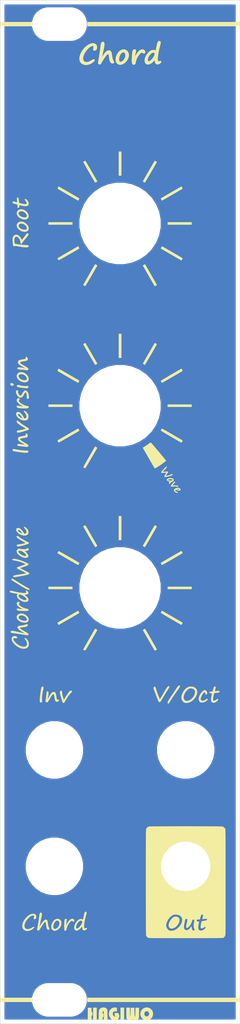
<source format=kicad_pcb>
(kicad_pcb (version 20171130) (host pcbnew "(5.1.9)-1")

  (general
    (thickness 1.6)
    (drawings 4)
    (tracks 0)
    (zones 0)
    (modules 10)
    (nets 1)
  )

  (page A4)
  (layers
    (0 F.Cu signal)
    (31 B.Cu signal)
    (32 B.Adhes user)
    (33 F.Adhes user)
    (34 B.Paste user)
    (35 F.Paste user)
    (36 B.SilkS user)
    (37 F.SilkS user)
    (38 B.Mask user)
    (39 F.Mask user)
    (40 Dwgs.User user hide)
    (41 Cmts.User user)
    (42 Eco1.User user)
    (43 Eco2.User user)
    (44 Edge.Cuts user)
    (45 Margin user)
    (46 B.CrtYd user)
    (47 F.CrtYd user)
    (48 B.Fab user)
    (49 F.Fab user)
  )

  (setup
    (last_trace_width 0.25)
    (trace_clearance 0.2)
    (zone_clearance 0.508)
    (zone_45_only no)
    (trace_min 0.2)
    (via_size 0.8)
    (via_drill 0.4)
    (via_min_size 0.4)
    (via_min_drill 0.3)
    (uvia_size 0.3)
    (uvia_drill 0.1)
    (uvias_allowed no)
    (uvia_min_size 0.2)
    (uvia_min_drill 0.1)
    (edge_width 0.05)
    (segment_width 0.2)
    (pcb_text_width 0.3)
    (pcb_text_size 1.5 1.5)
    (mod_edge_width 0.12)
    (mod_text_size 1 1)
    (mod_text_width 0.15)
    (pad_size 1.524 1.524)
    (pad_drill 0.762)
    (pad_to_mask_clearance 0)
    (aux_axis_origin 0 0)
    (visible_elements 7EFFFFFF)
    (pcbplotparams
      (layerselection 0x010a8_7fffffff)
      (usegerberextensions true)
      (usegerberattributes false)
      (usegerberadvancedattributes true)
      (creategerberjobfile true)
      (excludeedgelayer true)
      (linewidth 0.100000)
      (plotframeref false)
      (viasonmask false)
      (mode 1)
      (useauxorigin false)
      (hpglpennumber 1)
      (hpglpenspeed 20)
      (hpglpendiameter 15.000000)
      (psnegative false)
      (psa4output false)
      (plotreference true)
      (plotvalue true)
      (plotinvisibletext false)
      (padsonsilk false)
      (subtractmaskfromsilk false)
      (outputformat 1)
      (mirror false)
      (drillshape 0)
      (scaleselection 1)
      (outputdirectory "Gerber/HAGIWO Arduino VCO Chord/"))
  )

  (net 0 "")

  (net_class Default "This is the default net class."
    (clearance 0.2)
    (trace_width 0.25)
    (via_dia 0.8)
    (via_drill 0.4)
    (uvia_dia 0.3)
    (uvia_drill 0.1)
  )

  (module "Front:HAGIWO Arduino VCO Chord Frontpanel" (layer F.Cu) (tedit 0) (tstamp 61DC307F)
    (at 15.07 64.2)
    (fp_text reference G*** (at 0 0) (layer Dwgs.User) hide
      (effects (font (size 1.524 1.524) (thickness 0.3)))
    )
    (fp_text value LOGO (at 0.75 0) (layer Dwgs.User) hide
      (effects (font (size 1.524 1.524) (thickness 0.3)))
    )
    (fp_poly (pts (xy 7.041538 50.753304) (xy 7.191025 50.790237) (xy 7.319494 50.853181) (xy 7.412618 50.934179)
      (xy 7.438981 50.974023) (xy 7.471304 51.086811) (xy 7.474217 51.230649) (xy 7.449127 51.3893)
      (xy 7.39744 51.546524) (xy 7.387412 51.56913) (xy 7.309837 51.702177) (xy 7.200175 51.84536)
      (xy 7.074719 51.980027) (xy 6.949765 52.087527) (xy 6.911719 52.113669) (xy 6.783879 52.179973)
      (xy 6.64375 52.228774) (xy 6.508189 52.256048) (xy 6.394051 52.257773) (xy 6.35 52.247695)
      (xy 6.27217 52.198582) (xy 6.194295 52.117347) (xy 6.135208 52.025064) (xy 6.121915 51.992453)
      (xy 6.101484 51.848786) (xy 6.122393 51.680827) (xy 6.180938 51.4983) (xy 6.273415 51.310925)
      (xy 6.39612 51.128426) (xy 6.495835 51.011109) (xy 6.63884 50.87646) (xy 6.7727 50.791414)
      (xy 6.905913 50.751956) (xy 7.041538 50.753304)) (layer F.SilkS) (width 0.01))
    (fp_poly (pts (xy 15.070667 -60.931778) (xy -4.120444 -60.931778) (xy -4.120444 -61.468) (xy 15.070667 -61.468)
      (xy 15.070667 -60.931778)) (layer F.SilkS) (width 0.01))
    (fp_poly (pts (xy -11.006666 -60.931778) (xy -15.070666 -60.931778) (xy -15.070666 -61.468) (xy -11.006666 -61.468)
      (xy -11.006666 -60.931778)) (layer F.SilkS) (width 0.01))
    (fp_poly (pts (xy 4.978233 -59.086494) (xy 5.045997 -59.05692) (xy 5.08965 -59.004612) (xy 5.10949 -58.924015)
      (xy 5.105817 -58.809575) (xy 5.07893 -58.655739) (xy 5.029129 -58.456951) (xy 5.014917 -58.405889)
      (xy 4.939745 -58.116185) (xy 4.87298 -57.813246) (xy 4.817516 -57.512972) (xy 4.776249 -57.23126)
      (xy 4.752076 -56.984008) (xy 4.750188 -56.952444) (xy 4.743955 -56.816466) (xy 4.743668 -56.724294)
      (xy 4.750607 -56.663483) (xy 4.766051 -56.621588) (xy 4.787359 -56.590896) (xy 4.823927 -56.5524)
      (xy 4.862024 -56.539287) (xy 4.922404 -56.548082) (xy 4.970053 -56.560308) (xy 5.084412 -56.582192)
      (xy 5.154632 -56.572932) (xy 5.184796 -56.530719) (xy 5.181785 -56.466533) (xy 5.136335 -56.361195)
      (xy 5.052695 -56.270102) (xy 4.943488 -56.198426) (xy 4.821336 -56.151338) (xy 4.698861 -56.134012)
      (xy 4.588686 -56.151619) (xy 4.517767 -56.194441) (xy 4.434088 -56.309194) (xy 4.376466 -56.472477)
      (xy 4.361242 -56.548906) (xy 4.341724 -56.667479) (xy 4.172433 -56.486506) (xy 4.009556 -56.336999)
      (xy 3.840199 -56.226309) (xy 3.671487 -56.156842) (xy 3.510545 -56.131) (xy 3.364496 -56.15119)
      (xy 3.28563 -56.187218) (xy 3.216428 -56.248232) (xy 3.1561 -56.331494) (xy 3.146821 -56.34939)
      (xy 3.089658 -56.533894) (xy 3.083526 -56.717897) (xy 3.499556 -56.717897) (xy 3.51087 -56.608974)
      (xy 3.546987 -56.548227) (xy 3.611165 -56.53425) (xy 3.706665 -56.565636) (xy 3.771637 -56.600501)
      (xy 3.874358 -56.677783) (xy 3.983694 -56.788441) (xy 4.091547 -56.92073) (xy 4.189822 -57.062906)
      (xy 4.270421 -57.203225) (xy 4.325246 -57.32994) (xy 4.346202 -57.431307) (xy 4.346222 -57.43395)
      (xy 4.325185 -57.53406) (xy 4.26835 -57.60307) (xy 4.185132 -57.629749) (xy 4.18205 -57.629778)
      (xy 4.073069 -57.604075) (xy 3.95671 -57.533278) (xy 3.840058 -57.426851) (xy 3.730195 -57.294259)
      (xy 3.634208 -57.144969) (xy 3.559179 -56.988445) (xy 3.512193 -56.834152) (xy 3.499556 -56.717897)
      (xy 3.083526 -56.717897) (xy 3.082957 -56.734949) (xy 3.125056 -56.947452) (xy 3.214291 -57.166304)
      (xy 3.348998 -57.386402) (xy 3.527514 -57.602646) (xy 3.5698 -57.646471) (xy 3.688591 -57.761527)
      (xy 3.783567 -57.840756) (xy 3.86593 -57.8926) (xy 3.934972 -57.921638) (xy 4.08608 -57.957422)
      (xy 4.234166 -57.966043) (xy 4.360646 -57.947236) (xy 4.40823 -57.928385) (xy 4.484348 -57.888674)
      (xy 4.512681 -58.034392) (xy 4.530092 -58.124236) (xy 4.554444 -58.250292) (xy 4.582027 -58.393342)
      (xy 4.600743 -58.490555) (xy 4.649054 -58.709357) (xy 4.700704 -58.875363) (xy 4.757999 -58.992212)
      (xy 4.823244 -59.063544) (xy 4.898745 -59.092999) (xy 4.978233 -59.086494)) (layer F.SilkS) (width 0.01))
    (fp_poly (pts (xy -2.136926 -58.990136) (xy -2.091052 -58.971682) (xy -2.045058 -58.943975) (xy -2.008078 -58.910105)
      (xy -1.980475 -58.865792) (xy -1.962612 -58.806754) (xy -1.95485 -58.728711) (xy -1.957552 -58.627381)
      (xy -1.97108 -58.498483) (xy -1.995798 -58.337737) (xy -2.032065 -58.14086) (xy -2.080246 -57.903573)
      (xy -2.140703 -57.621594) (xy -2.213797 -57.290642) (xy -2.245219 -57.15) (xy -2.2388 -57.141399)
      (xy -2.208848 -57.174706) (xy -2.160657 -57.243301) (xy -2.1211 -57.305222) (xy -1.98121 -57.514711)
      (xy -1.851418 -57.674044) (xy -1.727675 -57.787707) (xy -1.63032 -57.848766) (xy -1.476624 -57.902543)
      (xy -1.337939 -57.902349) (xy -1.21321 -57.8485) (xy -1.159145 -57.803383) (xy -1.116389 -57.744704)
      (xy -1.081774 -57.663458) (xy -1.052128 -57.55064) (xy -1.024283 -57.397246) (xy -1.002724 -57.250514)
      (xy -0.973064 -57.057461) (xy -0.941766 -56.906279) (xy -0.904564 -56.782457) (xy -0.857194 -56.671483)
      (xy -0.803503 -56.572574) (xy -0.754299 -56.465037) (xy -0.75136 -56.382182) (xy -0.79566 -56.315007)
      (xy -0.834571 -56.285306) (xy -0.930955 -56.252226) (xy -1.032935 -56.268509) (xy -1.132471 -56.328745)
      (xy -1.221527 -56.427522) (xy -1.292064 -56.55943) (xy -1.308247 -56.604147) (xy -1.330503 -56.692683)
      (xy -1.353402 -56.817186) (xy -1.373446 -56.957327) (xy -1.381782 -57.031642) (xy -1.403344 -57.208792)
      (xy -1.429117 -57.332537) (xy -1.462097 -57.405902) (xy -1.505275 -57.431913) (xy -1.561648 -57.413596)
      (xy -1.634208 -57.353977) (xy -1.667419 -57.320313) (xy -1.755921 -57.217182) (xy -1.861839 -57.07809)
      (xy -1.975761 -56.916735) (xy -2.088276 -56.746816) (xy -2.189971 -56.582033) (xy -2.260242 -56.457432)
      (xy -2.318741 -56.350633) (xy -2.372215 -56.258722) (xy -2.411957 -56.196462) (xy -2.421869 -56.183389)
      (xy -2.488906 -56.143505) (xy -2.578164 -56.135837) (xy -2.665923 -56.159802) (xy -2.709333 -56.190444)
      (xy -2.751882 -56.255546) (xy -2.765778 -56.312318) (xy -2.761316 -56.359014) (xy -2.74885 -56.452043)
      (xy -2.729762 -56.582083) (xy -2.705431 -56.739807) (xy -2.677238 -56.915891) (xy -2.668631 -56.968485)
      (xy -2.60947 -57.337249) (xy -2.559218 -57.671843) (xy -2.5149 -57.993276) (xy -2.473546 -58.322561)
      (xy -2.45587 -58.47235) (xy -2.421213 -58.676764) (xy -2.370947 -58.832178) (xy -2.306115 -58.937163)
      (xy -2.22776 -58.990291) (xy -2.136926 -58.990136)) (layer F.SilkS) (width 0.01))
    (fp_poly (pts (xy 2.888873 -58.025843) (xy 3.011506 -57.976105) (xy 3.105627 -57.89515) (xy 3.163606 -57.794193)
      (xy 3.177812 -57.684451) (xy 3.163406 -57.622285) (xy 3.117572 -57.5425) (xy 3.053737 -57.508358)
      (xy 2.964818 -57.518416) (xy 2.863275 -57.56112) (xy 2.711328 -57.637998) (xy 2.614286 -57.563981)
      (xy 2.526884 -57.482509) (xy 2.425664 -57.365119) (xy 2.321654 -57.226573) (xy 2.225884 -57.081635)
      (xy 2.149382 -56.945066) (xy 2.144527 -56.935157) (xy 2.051913 -56.699529) (xy 1.97972 -56.420075)
      (xy 1.962906 -56.331555) (xy 1.940169 -56.24903) (xy 1.908881 -56.184505) (xy 1.907279 -56.182327)
      (xy 1.83385 -56.125847) (xy 1.737259 -56.100066) (xy 1.644465 -56.111451) (xy 1.632995 -56.116536)
      (xy 1.572496 -56.162813) (xy 1.528713 -56.237551) (xy 1.498771 -56.349011) (xy 1.479791 -56.505453)
      (xy 1.475406 -56.568964) (xy 1.472388 -56.695568) (xy 1.475076 -56.858947) (xy 1.482568 -57.044839)
      (xy 1.49396 -57.238982) (xy 1.508348 -57.427116) (xy 1.524829 -57.594978) (xy 1.542501 -57.728308)
      (xy 1.552156 -57.78063) (xy 1.60014 -57.901933) (xy 1.678374 -57.988538) (xy 1.776885 -58.033721)
      (xy 1.885702 -58.030755) (xy 1.910974 -58.022618) (xy 1.969207 -57.990477) (xy 2.003547 -57.941912)
      (xy 2.015004 -57.868277) (xy 2.004588 -57.760927) (xy 1.973307 -57.611218) (xy 1.963652 -57.57144)
      (xy 1.924363 -57.406455) (xy 1.90124 -57.293166) (xy 1.894439 -57.229144) (xy 1.904116 -57.211959)
      (xy 1.930426 -57.239181) (xy 1.973525 -57.308382) (xy 1.9798 -57.319333) (xy 2.136721 -57.567201)
      (xy 2.295537 -57.763812) (xy 2.454899 -57.908119) (xy 2.613458 -57.999073) (xy 2.769866 -58.035627)
      (xy 2.888873 -58.025843)) (layer F.SilkS) (width 0.01))
    (fp_poly (pts (xy 0.596461 -58.02118) (xy 0.763403 -57.958575) (xy 0.90331 -57.851977) (xy 1.011728 -57.709125)
      (xy 1.084204 -57.537756) (xy 1.116283 -57.345608) (xy 1.103511 -57.140421) (xy 1.10349 -57.1403)
      (xy 1.045224 -56.931912) (xy 0.94932 -56.733762) (xy 0.822733 -56.551838) (xy 0.672419 -56.392122)
      (xy 0.505333 -56.2606) (xy 0.328431 -56.163257) (xy 0.148668 -56.106077) (xy -0.027001 -56.095045)
      (xy -0.098778 -56.105808) (xy -0.269131 -56.16916) (xy -0.402562 -56.274133) (xy -0.497232 -56.418133)
      (xy -0.551302 -56.598564) (xy -0.564109 -56.762516) (xy -0.560456 -56.807858) (xy -0.121124 -56.807858)
      (xy -0.111169 -56.650987) (xy -0.075062 -56.543908) (xy -0.012055 -56.486006) (xy 0.078605 -56.476667)
      (xy 0.197666 -56.515277) (xy 0.221772 -56.527067) (xy 0.371329 -56.630418) (xy 0.496061 -56.76923)
      (xy 0.590915 -56.931955) (xy 0.650841 -57.107046) (xy 0.670785 -57.282957) (xy 0.645695 -57.448141)
      (xy 0.636417 -57.474775) (xy 0.582599 -57.5802) (xy 0.514618 -57.638223) (xy 0.421319 -57.657807)
      (xy 0.408377 -57.658) (xy 0.300104 -57.63133) (xy 0.19346 -57.557255) (xy 0.093992 -57.444679)
      (xy 0.007245 -57.302507) (xy -0.061236 -57.139641) (xy -0.105905 -56.964987) (xy -0.121124 -56.807858)
      (xy -0.560456 -56.807858) (xy -0.547333 -56.970698) (xy -0.494646 -57.1738) (xy -0.401272 -57.38933)
      (xy -0.384006 -57.422778) (xy -0.249747 -57.634643) (xy -0.093756 -57.80504) (xy 0.078821 -57.930827)
      (xy 0.262838 -58.008864) (xy 0.453149 -58.03601) (xy 0.596461 -58.02118)) (layer F.SilkS) (width 0.01))
    (fp_poly (pts (xy -3.190543 -58.770376) (xy -3.055869 -58.694775) (xy -2.957141 -58.582247) (xy -2.899104 -58.436999)
      (xy -2.8865 -58.263239) (xy -2.891602 -58.211223) (xy -2.912626 -58.093854) (xy -2.944609 -58.014898)
      (xy -2.997663 -57.956327) (xy -3.05803 -57.914522) (xy -3.172978 -57.864309) (xy -3.270833 -57.86471)
      (xy -3.343707 -57.911308) (xy -3.374306 -57.959043) (xy -3.382269 -58.021338) (xy -3.373722 -58.101808)
      (xy -3.360005 -58.207418) (xy -3.350406 -58.308694) (xy -3.348807 -58.335333) (xy -3.350562 -58.402133)
      (xy -3.374456 -58.431716) (xy -3.435973 -58.442918) (xy -3.437361 -58.443052) (xy -3.557565 -58.428829)
      (xy -3.694585 -58.369039) (xy -3.842179 -58.269632) (xy -3.994103 -58.136561) (xy -4.144113 -57.975776)
      (xy -4.285967 -57.79323) (xy -4.413421 -57.594874) (xy -4.500387 -57.429717) (xy -4.593134 -57.194915)
      (xy -4.638456 -56.98753) (xy -4.639586 -56.810081) (xy -4.599755 -56.665086) (xy -4.522194 -56.555062)
      (xy -4.410134 -56.482528) (xy -4.266809 -56.450002) (xy -4.095448 -56.460002) (xy -3.899284 -56.515047)
      (xy -3.681548 -56.617654) (xy -3.556 -56.693815) (xy -3.418577 -56.773016) (xy -3.315147 -56.808337)
      (xy -3.244217 -56.799796) (xy -3.204299 -56.74741) (xy -3.194862 -56.698081) (xy -3.19831 -56.623734)
      (xy -3.23028 -56.559444) (xy -3.279528 -56.503154) (xy -3.452791 -56.354936) (xy -3.653689 -56.233154)
      (xy -3.870451 -56.141725) (xy -4.091305 -56.084566) (xy -4.30448 -56.065593) (xy -4.498202 -56.088721)
      (xy -4.513259 -56.092716) (xy -4.724925 -56.174771) (xy -4.891246 -56.290344) (xy -5.012001 -56.439149)
      (xy -5.086967 -56.620902) (xy -5.115924 -56.835319) (xy -5.116293 -56.867907) (xy -5.090481 -57.119459)
      (xy -5.018203 -57.377401) (xy -4.905339 -57.634508) (xy -4.75777 -57.883554) (xy -4.581376 -58.117315)
      (xy -4.382037 -58.328564) (xy -4.165634 -58.510078) (xy -3.938046 -58.654629) (xy -3.705155 -58.754995)
      (xy -3.548757 -58.793976) (xy -3.35642 -58.804846) (xy -3.190543 -58.770376)) (layer F.SilkS) (width 0.01))
    (fp_poly (pts (xy 0.169334 -42.192222) (xy -0.169333 -42.192222) (xy -0.169333 -45.212) (xy 0.169334 -45.212)
      (xy 0.169334 -42.192222)) (layer F.SilkS) (width 0.01))
    (fp_poly (pts (xy 4.452949 -44.024443) (xy 4.525496 -43.988518) (xy 4.58764 -43.946675) (xy 4.621166 -43.908484)
      (xy 4.622581 -43.896776) (xy 4.606021 -43.860897) (xy 4.564446 -43.783045) (xy 4.501069 -43.668728)
      (xy 4.419106 -43.523457) (xy 4.321769 -43.35274) (xy 4.212273 -43.162087) (xy 4.093832 -42.957007)
      (xy 3.969659 -42.74301) (xy 3.842968 -42.525603) (xy 3.716973 -42.310298) (xy 3.594889 -42.102602)
      (xy 3.479928 -41.908026) (xy 3.375305 -41.732079) (xy 3.284233 -41.580269) (xy 3.209927 -41.458106)
      (xy 3.155601 -41.3711) (xy 3.124467 -41.324759) (xy 3.118556 -41.318558) (xy 3.079401 -41.332779)
      (xy 3.012734 -41.368157) (xy 2.977445 -41.389316) (xy 2.912053 -41.434886) (xy 2.874023 -41.470965)
      (xy 2.869776 -41.481706) (xy 2.88487 -41.511166) (xy 2.925154 -41.583773) (xy 2.987384 -41.693915)
      (xy 3.068314 -41.835979) (xy 3.164699 -42.004355) (xy 3.273292 -42.19343) (xy 3.390848 -42.397593)
      (xy 3.514122 -42.611233) (xy 3.639868 -42.828737) (xy 3.764841 -43.044493) (xy 3.885796 -43.252891)
      (xy 3.999486 -43.448319) (xy 4.102667 -43.625164) (xy 4.192092 -43.777815) (xy 4.264516 -43.90066)
      (xy 4.316694 -43.988089) (xy 4.345381 -44.034488) (xy 4.349506 -44.040257) (xy 4.388214 -44.04488)
      (xy 4.452949 -44.024443)) (layer F.SilkS) (width 0.01))
    (fp_poly (pts (xy -4.34931 -44.040257) (xy -4.330228 -44.010922) (xy -4.285889 -43.937489) (xy -4.219136 -43.824817)
      (xy -4.132811 -43.677761) (xy -4.029753 -43.501179) (xy -3.912806 -43.299928) (xy -3.784811 -43.078864)
      (xy -3.648609 -42.842844) (xy -3.63961 -42.827222) (xy -3.501706 -42.587907) (xy -3.370916 -42.361108)
      (xy -3.250236 -42.152009) (xy -3.142664 -41.965796) (xy -3.051196 -41.807655) (xy -2.978831 -41.682771)
      (xy -2.928565 -41.596329) (xy -2.903396 -41.553514) (xy -2.903161 -41.553126) (xy -2.849498 -41.464362)
      (xy -2.974941 -41.390848) (xy -3.05073 -41.348939) (xy -3.106828 -41.32247) (xy -3.123581 -41.317651)
      (xy -3.141721 -41.341448) (xy -3.185197 -41.409681) (xy -3.251305 -41.517799) (xy -3.337339 -41.661253)
      (xy -3.440593 -41.835492) (xy -3.558364 -42.035966) (xy -3.687944 -42.258125) (xy -3.826629 -42.497418)
      (xy -3.880555 -42.590856) (xy -4.021917 -42.836455) (xy -4.154634 -43.06777) (xy -4.276042 -43.280104)
      (xy -4.383477 -43.468761) (xy -4.474271 -43.629044) (xy -4.545761 -43.756258) (xy -4.59528 -43.845706)
      (xy -4.620164 -43.892691) (xy -4.622581 -43.898318) (xy -4.60505 -43.931871) (xy -4.55185 -43.972826)
      (xy -4.481181 -44.011729) (xy -4.411244 -44.039128) (xy -4.36024 -44.045569) (xy -4.34931 -44.040257)) (layer F.SilkS) (width 0.01))
    (fp_poly (pts (xy 7.736936 -40.815162) (xy 7.772117 -40.757514) (xy 7.802571 -40.704247) (xy 7.844237 -40.626451)
      (xy 7.859441 -40.581667) (xy 7.850347 -40.554262) (xy 7.826188 -40.533726) (xy 7.790578 -40.511341)
      (xy 7.712812 -40.464865) (xy 7.59846 -40.397511) (xy 7.453089 -40.31249) (xy 7.282268 -40.213014)
      (xy 7.091567 -40.102297) (xy 6.886554 -39.98355) (xy 6.672796 -39.859985) (xy 6.455864 -39.734815)
      (xy 6.241326 -39.611251) (xy 6.034749 -39.492505) (xy 5.841704 -39.381791) (xy 5.667758 -39.282319)
      (xy 5.51848 -39.197303) (xy 5.399438 -39.129954) (xy 5.316203 -39.083484) (xy 5.274341 -39.061106)
      (xy 5.270546 -39.059555) (xy 5.24884 -39.082061) (xy 5.21056 -39.139908) (xy 5.180442 -39.191451)
      (xy 5.143172 -39.268051) (xy 5.12599 -39.324297) (xy 5.12864 -39.342464) (xy 5.156219 -39.359546)
      (xy 5.226882 -39.401346) (xy 5.335115 -39.464683) (xy 5.475406 -39.546376) (xy 5.64224 -39.643243)
      (xy 5.830105 -39.752104) (xy 6.033486 -39.869777) (xy 6.246871 -39.993082) (xy 6.464745 -40.118836)
      (xy 6.681596 -40.24386) (xy 6.89191 -40.364972) (xy 7.090174 -40.47899) (xy 7.270873 -40.582734)
      (xy 7.428495 -40.673023) (xy 7.557527 -40.746675) (xy 7.652454 -40.80051) (xy 7.707763 -40.831346)
      (xy 7.719912 -40.837555) (xy 7.736936 -40.815162)) (layer F.SilkS) (width 0.01))
    (fp_poly (pts (xy -7.693692 -40.823926) (xy -7.624644 -40.78516) (xy -7.5178 -40.724439) (xy -7.378675 -40.644946)
      (xy -7.212785 -40.549862) (xy -7.025645 -40.442371) (xy -6.82277 -40.325654) (xy -6.609675 -40.202893)
      (xy -6.391875 -40.077272) (xy -6.174886 -39.951971) (xy -5.964223 -39.830174) (xy -5.765401 -39.715063)
      (xy -5.583935 -39.609819) (xy -5.42534 -39.517626) (xy -5.295132 -39.441666) (xy -5.198826 -39.38512)
      (xy -5.141936 -39.351171) (xy -5.128639 -39.34267) (xy -5.130071 -39.311027) (xy -5.153075 -39.249827)
      (xy -5.188545 -39.176898) (xy -5.227379 -39.110063) (xy -5.260471 -39.067148) (xy -5.272913 -39.060199)
      (xy -5.300251 -39.074051) (xy -5.371789 -39.113596) (xy -5.482907 -39.176198) (xy -5.628984 -39.259221)
      (xy -5.805399 -39.360029) (xy -6.007533 -39.475984) (xy -6.230765 -39.604451) (xy -6.470474 -39.742794)
      (xy -6.561666 -39.795522) (xy -6.806564 -39.937363) (xy -7.036756 -40.071016) (xy -7.247597 -40.19376)
      (xy -7.43444 -40.302876) (xy -7.59264 -40.395644) (xy -7.717552 -40.469342) (xy -7.804528 -40.521251)
      (xy -7.848925 -40.54865) (xy -7.853582 -40.551983) (xy -7.850809 -40.583213) (xy -7.828426 -40.64501)
      (xy -7.795037 -40.719054) (xy -7.75925 -40.787027) (xy -7.729668 -40.83061) (xy -7.719429 -40.837555)
      (xy -7.693692 -40.823926)) (layer F.SilkS) (width 0.01))
    (fp_poly (pts (xy -12.809025 -39.42322) (xy -12.803037 -39.418938) (xy -12.777145 -39.385076) (xy -12.756554 -39.320192)
      (xy -12.739044 -39.215101) (xy -12.726309 -39.101438) (xy -12.713413 -38.978828) (xy -12.701189 -38.876193)
      (xy -12.691353 -38.807298) (xy -12.687146 -38.787386) (xy -12.655917 -38.767486) (xy -12.581124 -38.740897)
      (xy -12.474799 -38.710677) (xy -12.348973 -38.67989) (xy -12.215677 -38.651596) (xy -12.086943 -38.628856)
      (xy -12.034654 -38.621374) (xy -11.932176 -38.616434) (xy -11.842204 -38.626119) (xy -11.818055 -38.633161)
      (xy -11.760841 -38.670306) (xy -11.739166 -38.727183) (xy -11.754203 -38.808132) (xy -11.807123 -38.917491)
      (xy -11.899099 -39.059598) (xy -11.953832 -39.135781) (xy -11.985472 -39.20013) (xy -11.975124 -39.240716)
      (xy -11.932376 -39.256708) (xy -11.866816 -39.247278) (xy -11.788031 -39.211595) (xy -11.713952 -39.156539)
      (xy -11.590229 -39.012392) (xy -11.512675 -38.849292) (xy -11.486444 -38.681585) (xy -11.493813 -38.585822)
      (xy -11.522733 -38.517978) (xy -11.566523 -38.467135) (xy -11.638881 -38.411012) (xy -11.72729 -38.376516)
      (xy -11.840253 -38.362955) (xy -11.986277 -38.369634) (xy -12.173865 -38.39586) (xy -12.257623 -38.41077)
      (xy -12.392541 -38.436349) (xy -12.5086 -38.459324) (xy -12.593733 -38.47724) (xy -12.635877 -38.487642)
      (xy -12.6365 -38.487868) (xy -12.659808 -38.477477) (xy -12.670566 -38.419859) (xy -12.671778 -38.373146)
      (xy -12.682939 -38.270786) (xy -12.713339 -38.203757) (xy -12.716127 -38.200794) (xy -12.778027 -38.164153)
      (xy -12.84427 -38.158513) (xy -12.878741 -38.175259) (xy -12.888558 -38.211371) (xy -12.895366 -38.286664)
      (xy -12.897555 -38.371822) (xy -12.899835 -38.46899) (xy -12.913671 -38.532583) (xy -12.94956 -38.57353)
      (xy -13.017996 -38.60276) (xy -13.129475 -38.631202) (xy -13.151555 -38.636306) (xy -13.261963 -38.664989)
      (xy -13.368693 -38.697833) (xy -13.412611 -38.713655) (xy -13.483002 -38.74847) (xy -13.51316 -38.789588)
      (xy -13.518444 -38.837447) (xy -13.505804 -38.9068) (xy -13.46411 -38.945602) (xy -13.387699 -38.954978)
      (xy -13.27091 -38.936056) (xy -13.165666 -38.907637) (xy -13.0615 -38.877895) (xy -12.980415 -38.856968)
      (xy -12.93557 -38.848168) (xy -12.930886 -38.848551) (xy -12.930542 -38.878105) (xy -12.937495 -38.949847)
      (xy -12.950337 -39.050194) (xy -12.955611 -39.087154) (xy -12.971073 -39.250558) (xy -12.96346 -39.367358)
      (xy -12.933457 -39.436061) (xy -12.88175 -39.455179) (xy -12.809025 -39.42322)) (layer F.SilkS) (width 0.01))
    (fp_poly (pts (xy -12.215053 -37.948356) (xy -12.035245 -37.877448) (xy -11.86724 -37.772494) (xy -11.719724 -37.640191)
      (xy -11.601385 -37.487236) (xy -11.52091 -37.320326) (xy -11.486985 -37.146158) (xy -11.486444 -37.121774)
      (xy -11.492156 -37.022864) (xy -11.516085 -36.951616) (xy -11.568423 -36.87982) (xy -11.577726 -36.869111)
      (xy -11.652983 -36.797309) (xy -11.733678 -36.740353) (xy -11.760264 -36.727018) (xy -11.873109 -36.699738)
      (xy -12.017249 -36.693408) (xy -12.171446 -36.708332) (xy -12.23101 -36.720281) (xy -12.338559 -36.756715)
      (xy -12.467904 -36.816327) (xy -12.596511 -36.887354) (xy -12.701845 -36.958036) (xy -12.728222 -36.979782)
      (xy -12.871912 -37.133731) (xy -12.959827 -37.290781) (xy -12.992621 -37.452785) (xy -12.987411 -37.493368)
      (xy -12.754227 -37.493368) (xy -12.746169 -37.379388) (xy -12.706523 -37.27707) (xy -12.703711 -37.272696)
      (xy -12.615432 -37.175608) (xy -12.493855 -37.091699) (xy -12.350999 -37.024308) (xy -12.198881 -36.976774)
      (xy -12.049516 -36.952434) (xy -11.914922 -36.954628) (xy -11.807117 -36.986694) (xy -11.769104 -37.013049)
      (xy -11.720735 -37.090259) (xy -11.716694 -37.185613) (xy -11.751056 -37.29155) (xy -11.817898 -37.400511)
      (xy -11.911294 -37.504935) (xy -12.02532 -37.597263) (xy -12.154053 -37.669934) (xy -12.291566 -37.715387)
      (xy -12.324073 -37.721236) (xy -12.434688 -37.722595) (xy -12.549649 -37.699978) (xy -12.650396 -37.659343)
      (xy -12.718365 -37.606648) (xy -12.728544 -37.591398) (xy -12.754227 -37.493368) (xy -12.987411 -37.493368)
      (xy -12.970949 -37.621597) (xy -12.963602 -37.64589) (xy -12.895849 -37.77684) (xy -12.785735 -37.8759)
      (xy -12.629732 -37.945936) (xy -12.575331 -37.961246) (xy -12.397977 -37.978521) (xy -12.215053 -37.948356)) (layer F.SilkS) (width 0.01))
    (fp_poly (pts (xy 9.002889 -36.039778) (xy 5.983111 -36.039778) (xy 5.983111 -36.350222) (xy 9.002889 -36.350222)
      (xy 9.002889 -36.039778)) (layer F.SilkS) (width 0.01))
    (fp_poly (pts (xy -5.983111 -36.039778) (xy -9.002889 -36.039778) (xy -9.002889 -36.350222) (xy -5.983111 -36.350222)
      (xy -5.983111 -36.039778)) (layer F.SilkS) (width 0.01))
    (fp_poly (pts (xy -12.365007 -36.427707) (xy -12.172483 -36.39105) (xy -11.997937 -36.314175) (xy -11.828322 -36.190724)
      (xy -11.770622 -36.138123) (xy -11.626677 -35.97789) (xy -11.535504 -35.81968) (xy -11.494085 -35.656943)
      (xy -11.493151 -35.535957) (xy -11.506621 -35.43684) (xy -11.534359 -35.368814) (xy -11.587982 -35.306585)
      (xy -11.606431 -35.289301) (xy -11.734655 -35.198632) (xy -11.878557 -35.151774) (xy -12.047746 -35.146675)
      (xy -12.182811 -35.166145) (xy -12.372074 -35.22279) (xy -12.550231 -35.311773) (xy -12.708681 -35.425527)
      (xy -12.838825 -35.556485) (xy -12.932061 -35.697079) (xy -12.97979 -35.839743) (xy -12.983316 -35.870479)
      (xy -12.983525 -35.876933) (xy -12.757187 -35.876933) (xy -12.723691 -35.763925) (xy -12.682914 -35.702723)
      (xy -12.565498 -35.594599) (xy -12.419989 -35.508034) (xy -12.259146 -35.446352) (xy -12.095726 -35.412876)
      (xy -11.942486 -35.410931) (xy -11.812184 -35.443839) (xy -11.772372 -35.465494) (xy -11.730956 -35.500872)
      (xy -11.715228 -35.547196) (xy -11.718661 -35.625559) (xy -11.719754 -35.635509) (xy -11.759058 -35.77101)
      (xy -11.83894 -35.894254) (xy -11.949744 -36.000799) (xy -12.081817 -36.086201) (xy -12.225503 -36.146018)
      (xy -12.371148 -36.175808) (xy -12.509097 -36.171128) (xy -12.629696 -36.127535) (xy -12.689042 -36.081524)
      (xy -12.745722 -35.988059) (xy -12.757187 -35.876933) (xy -12.983525 -35.876933) (xy -12.987443 -35.997605)
      (xy -12.974381 -36.089046) (xy -12.938695 -36.164325) (xy -12.88165 -36.235603) (xy -12.743121 -36.351281)
      (xy -12.581867 -36.415814) (xy -12.395872 -36.429951) (xy -12.365007 -36.427707)) (layer F.SilkS) (width 0.01))
    (fp_poly (pts (xy -11.60925 -34.959435) (xy -11.560916 -34.924869) (xy -11.559016 -34.922984) (xy -11.526975 -34.881304)
      (xy -11.514231 -34.834266) (xy -11.523698 -34.776726) (xy -11.558291 -34.703537) (xy -11.620925 -34.609552)
      (xy -11.714512 -34.489624) (xy -11.841969 -34.338608) (xy -11.977863 -34.183372) (xy -12.077201 -34.066273)
      (xy -12.16583 -33.953058) (xy -12.234953 -33.855569) (xy -12.275775 -33.785647) (xy -12.279066 -33.777877)
      (xy -12.328723 -33.679121) (xy -12.382033 -33.634396) (xy -12.44267 -33.641291) (xy -12.465909 -33.655176)
      (xy -12.503166 -33.696748) (xy -12.521683 -33.76482) (xy -12.52653 -33.841032) (xy -12.546939 -33.992325)
      (xy -12.596954 -34.137933) (xy -12.670013 -34.270752) (xy -12.759555 -34.383679) (xy -12.859019 -34.469612)
      (xy -12.961843 -34.521447) (xy -13.061466 -34.532082) (xy -13.138522 -34.503555) (xy -13.215899 -34.429957)
      (xy -13.264566 -34.325545) (xy -13.286626 -34.183204) (xy -13.284937 -34.007778) (xy -13.273954 -33.862955)
      (xy -13.259984 -33.764827) (xy -13.240232 -33.703642) (xy -13.211904 -33.669652) (xy -13.184226 -33.656415)
      (xy -13.079642 -33.629872) (xy -12.932064 -33.601346) (xy -12.754815 -33.572625) (xy -12.56122 -33.545496)
      (xy -12.364603 -33.521748) (xy -12.178288 -33.503167) (xy -12.015598 -33.491542) (xy -11.933719 -33.488631)
      (xy -11.761456 -33.483651) (xy -11.638343 -33.473226) (xy -11.557159 -33.454819) (xy -11.510685 -33.425894)
      (xy -11.491699 -33.383915) (xy -11.492073 -33.333514) (xy -11.512502 -33.274067) (xy -11.561227 -33.231776)
      (xy -11.643445 -33.205784) (xy -11.76435 -33.195232) (xy -11.929139 -33.199262) (xy -12.143006 -33.217015)
      (xy -12.176405 -33.220467) (xy -12.290049 -33.234729) (xy -12.440738 -33.256867) (xy -12.610101 -33.284031)
      (xy -12.779768 -33.313371) (xy -12.805455 -33.31803) (xy -12.974664 -33.347627) (xy -13.096445 -33.365475)
      (xy -13.17842 -33.372279) (xy -13.228216 -33.368741) (xy -13.249885 -33.359039) (xy -13.31321 -33.335389)
      (xy -13.383843 -33.345043) (xy -13.433562 -33.383762) (xy -13.43525 -33.386889) (xy -13.449179 -33.437741)
      (xy -13.464853 -33.531412) (xy -13.480817 -33.654366) (xy -13.495621 -33.793069) (xy -13.50781 -33.933985)
      (xy -13.515931 -34.063579) (xy -13.518559 -34.163) (xy -13.506685 -34.343575) (xy -13.469394 -34.484799)
      (xy -13.402629 -34.599566) (xy -13.36881 -34.638791) (xy -13.241292 -34.737576) (xy -13.097446 -34.783157)
      (xy -12.941837 -34.774186) (xy -12.924663 -34.769935) (xy -12.813436 -34.718335) (xy -12.694558 -34.626747)
      (xy -12.580819 -34.507792) (xy -12.485012 -34.374096) (xy -12.442294 -34.293887) (xy -12.403055 -34.215022)
      (xy -12.370993 -34.162359) (xy -12.356885 -34.148889) (xy -12.328501 -34.17032) (xy -12.27312 -34.229397)
      (xy -12.197187 -34.318295) (xy -12.10715 -34.429189) (xy -12.009453 -34.554255) (xy -11.910542 -34.685668)
      (xy -11.877296 -34.731072) (xy -11.78541 -34.851398) (xy -11.714663 -34.926821) (xy -11.658221 -34.961459)
      (xy -11.60925 -34.959435)) (layer F.SilkS) (width 0.01))
    (fp_poly (pts (xy -5.244774 -33.307665) (xy -5.20899 -33.251276) (xy -5.17139 -33.179202) (xy -5.140918 -33.109368)
      (xy -5.126516 -33.059697) (xy -5.128639 -33.047506) (xy -5.16295 -33.02482) (xy -5.240177 -32.978068)
      (xy -5.354641 -32.910487) (xy -5.500666 -32.825312) (xy -5.672571 -32.725778) (xy -5.86468 -32.61512)
      (xy -6.071314 -32.496574) (xy -6.286795 -32.373375) (xy -6.505445 -32.248759) (xy -6.721586 -32.125961)
      (xy -6.929538 -32.008216) (xy -7.123625 -31.89876) (xy -7.298168 -31.800827) (xy -7.447489 -31.717655)
      (xy -7.565909 -31.652476) (xy -7.647751 -31.608528) (xy -7.687336 -31.589046) (xy -7.689417 -31.588406)
      (xy -7.734016 -31.595473) (xy -7.777254 -31.640586) (xy -7.811733 -31.698761) (xy -7.8491 -31.772228)
      (xy -7.860164 -31.813637) (xy -7.846449 -31.840036) (xy -7.825844 -31.856582) (xy -7.790624 -31.878691)
      (xy -7.713202 -31.924914) (xy -7.599145 -31.99204) (xy -7.454022 -32.07686) (xy -7.2834 -32.176162)
      (xy -7.092849 -32.286736) (xy -6.887934 -32.405372) (xy -6.674226 -32.528859) (xy -6.45729 -32.653985)
      (xy -6.242696 -32.777542) (xy -6.036011 -32.896318) (xy -5.842803 -33.007103) (xy -5.66864 -33.106685)
      (xy -5.51909 -33.191855) (xy -5.399721 -33.259402) (xy -5.316101 -33.306115) (xy -5.273797 -33.328784)
      (xy -5.2698 -33.330444) (xy -5.244774 -33.307665)) (layer F.SilkS) (width 0.01))
    (fp_poly (pts (xy 5.329598 -33.301043) (xy 5.407029 -33.258145) (xy 5.521551 -33.19357) (xy 5.667483 -33.110597)
      (xy 5.839145 -33.012508) (xy 6.030854 -32.902584) (xy 6.236931 -32.784106) (xy 6.451693 -32.660355)
      (xy 6.66946 -32.534612) (xy 6.884551 -32.410157) (xy 7.091283 -32.290272) (xy 7.283977 -32.178237)
      (xy 7.456951 -32.077334) (xy 7.604523 -31.990844) (xy 7.721013 -31.922046) (xy 7.80074 -31.874223)
      (xy 7.838022 -31.850655) (xy 7.839616 -31.849402) (xy 7.855843 -31.819798) (xy 7.846142 -31.772695)
      (xy 7.807388 -31.69443) (xy 7.801926 -31.684598) (xy 7.757669 -31.611598) (xy 7.722655 -31.56485)
      (xy 7.70931 -31.555268) (xy 7.681972 -31.569577) (xy 7.610491 -31.609608) (xy 7.499508 -31.672696)
      (xy 7.353666 -31.756176) (xy 7.177607 -31.857382) (xy 6.975974 -31.973648) (xy 6.75341 -32.102311)
      (xy 6.514556 -32.240703) (xy 6.434667 -32.287058) (xy 6.190713 -32.428687) (xy 5.960961 -32.562126)
      (xy 5.750147 -32.68462) (xy 5.563011 -32.793414) (xy 5.404292 -32.88575) (xy 5.278728 -32.958872)
      (xy 5.191058 -33.010026) (xy 5.14602 -33.036454) (xy 5.141483 -33.039179) (xy 5.13126 -33.074666)
      (xy 5.148088 -33.136653) (xy 5.18277 -33.208374) (xy 5.226112 -33.273061) (xy 5.268917 -33.313947)
      (xy 5.29494 -33.318982) (xy 5.329598 -33.301043)) (layer F.SilkS) (width 0.01))
    (fp_poly (pts (xy 3.141843 -31.072028) (xy 3.160293 -31.04314) (xy 3.203236 -30.971166) (xy 3.267492 -30.861651)
      (xy 3.34988 -30.720137) (xy 3.44722 -30.55217) (xy 3.556331 -30.363293) (xy 3.674031 -30.159049)
      (xy 3.797141 -29.944984) (xy 3.922479 -29.72664) (xy 4.046865 -29.509562) (xy 4.167118 -29.299294)
      (xy 4.280057 -29.10138) (xy 4.382501 -28.921363) (xy 4.471269 -28.764788) (xy 4.543182 -28.637199)
      (xy 4.595057 -28.544139) (xy 4.623715 -28.491152) (xy 4.628445 -28.480948) (xy 4.605887 -28.454994)
      (xy 4.550677 -28.416527) (xy 4.481514 -28.37647) (xy 4.417093 -28.34575) (xy 4.378847 -28.335111)
      (xy 4.348248 -28.357556) (xy 4.30414 -28.41471) (xy 4.278936 -28.455055) (xy 4.163005 -28.654939)
      (xy 4.037648 -28.871579) (xy 3.905809 -29.099845) (xy 3.770432 -29.334608) (xy 3.634461 -29.570737)
      (xy 3.50084 -29.803102) (xy 3.372514 -30.026574) (xy 3.252426 -30.236022) (xy 3.143521 -30.426316)
      (xy 3.048743 -30.592327) (xy 2.971035 -30.728924) (xy 2.913342 -30.830977) (xy 2.878609 -30.893357)
      (xy 2.869336 -30.911225) (xy 2.888639 -30.935714) (xy 2.941257 -30.974196) (xy 3.010049 -31.016558)
      (xy 3.077874 -31.052683) (xy 3.12759 -31.072458) (xy 3.141843 -31.072028)) (layer F.SilkS) (width 0.01))
    (fp_poly (pts (xy -3.112482 -31.068017) (xy -3.051925 -31.04492) (xy -2.980978 -31.008596) (xy -2.918293 -30.967524)
      (xy -2.916164 -30.965857) (xy -2.854883 -30.917444) (xy -3.597549 -29.633333) (xy -3.740413 -29.387414)
      (xy -3.875675 -29.156695) (xy -4.000579 -28.945737) (xy -4.112363 -28.759101) (xy -4.20827 -28.601348)
      (xy -4.28554 -28.477039) (xy -4.341413 -28.390735) (xy -4.373131 -28.346997) (xy -4.378496 -28.34243)
      (xy -4.425113 -28.35158) (xy -4.495926 -28.382665) (xy -4.522611 -28.397366) (xy -4.587254 -28.439778)
      (xy -4.624698 -28.473458) (xy -4.628444 -28.481557) (xy -4.614854 -28.508222) (xy -4.576204 -28.578215)
      (xy -4.515674 -28.685994) (xy -4.436443 -28.826015) (xy -4.341691 -28.992734) (xy -4.234598 -29.18061)
      (xy -4.118343 -29.384098) (xy -3.996107 -29.597654) (xy -3.87107 -29.815737) (xy -3.74641 -30.032802)
      (xy -3.625308 -30.243306) (xy -3.510943 -30.441705) (xy -3.406496 -30.622458) (xy -3.315145 -30.780019)
      (xy -3.240072 -30.908846) (xy -3.184455 -31.003396) (xy -3.151474 -31.058125) (xy -3.143995 -31.06941)
      (xy -3.112482 -31.068017)) (layer F.SilkS) (width 0.01))
    (fp_poly (pts (xy 0.169334 -19.332222) (xy -0.169333 -19.332222) (xy -0.169333 -22.352) (xy 0.169334 -22.352)
      (xy 0.169334 -19.332222)) (layer F.SilkS) (width 0.01))
    (fp_poly (pts (xy 4.452859 -21.164447) (xy 4.525387 -21.128604) (xy 4.587554 -21.086874) (xy 4.621144 -21.048808)
      (xy 4.622581 -21.037086) (xy 4.605988 -21.001159) (xy 4.56439 -20.923265) (xy 4.500999 -20.808913)
      (xy 4.419028 -20.663611) (xy 4.321691 -20.492867) (xy 4.212199 -20.30219) (xy 4.093766 -20.097089)
      (xy 3.969604 -19.883072) (xy 3.842927 -19.665647) (xy 3.716946 -19.450324) (xy 3.594876 -19.24261)
      (xy 3.479928 -19.048013) (xy 3.375316 -18.872044) (xy 3.284253 -18.720209) (xy 3.209951 -18.598018)
      (xy 3.155622 -18.510979) (xy 3.124481 -18.464601) (xy 3.118556 -18.458379) (xy 3.079396 -18.472709)
      (xy 3.012722 -18.508156) (xy 2.977445 -18.529316) (xy 2.912009 -18.574725) (xy 2.873846 -18.61041)
      (xy 2.869508 -18.620902) (xy 2.884542 -18.65021) (xy 2.924764 -18.722671) (xy 2.986932 -18.832676)
      (xy 3.067802 -18.974617) (xy 3.164131 -19.142886) (xy 3.272676 -19.331874) (xy 3.390192 -19.535974)
      (xy 3.513438 -19.749577) (xy 3.63917 -19.967074) (xy 3.764144 -20.182858) (xy 3.885118 -20.391321)
      (xy 3.998848 -20.586853) (xy 4.102091 -20.763848) (xy 4.191603 -20.916696) (xy 4.264142 -21.039789)
      (xy 4.316464 -21.127519) (xy 4.345326 -21.174278) (xy 4.349579 -21.180257) (xy 4.388185 -21.184848)
      (xy 4.452859 -21.164447)) (layer F.SilkS) (width 0.01))
    (fp_poly (pts (xy -4.34931 -21.180257) (xy -4.330228 -21.150922) (xy -4.285889 -21.077489) (xy -4.219136 -20.964817)
      (xy -4.132811 -20.817761) (xy -4.029753 -20.641179) (xy -3.912806 -20.439928) (xy -3.784811 -20.218864)
      (xy -3.648609 -19.982844) (xy -3.63961 -19.967222) (xy -3.501706 -19.727907) (xy -3.370916 -19.501108)
      (xy -3.250236 -19.292009) (xy -3.142664 -19.105796) (xy -3.051196 -18.947655) (xy -2.978831 -18.822771)
      (xy -2.928565 -18.736329) (xy -2.903396 -18.693514) (xy -2.903161 -18.693126) (xy -2.849498 -18.604362)
      (xy -2.974941 -18.530848) (xy -3.05073 -18.488939) (xy -3.106828 -18.46247) (xy -3.123581 -18.457651)
      (xy -3.141721 -18.481448) (xy -3.185197 -18.549681) (xy -3.251305 -18.657799) (xy -3.337339 -18.801253)
      (xy -3.440593 -18.975492) (xy -3.558364 -19.175966) (xy -3.687944 -19.398125) (xy -3.826629 -19.637418)
      (xy -3.880555 -19.730856) (xy -4.021917 -19.976455) (xy -4.154634 -20.20777) (xy -4.276042 -20.420104)
      (xy -4.383477 -20.608761) (xy -4.474271 -20.769044) (xy -4.545761 -20.896258) (xy -4.59528 -20.985706)
      (xy -4.620164 -21.032691) (xy -4.622581 -21.038318) (xy -4.60505 -21.071871) (xy -4.55185 -21.112826)
      (xy -4.481181 -21.151729) (xy -4.411244 -21.179128) (xy -4.36024 -21.185569) (xy -4.34931 -21.180257)) (layer F.SilkS) (width 0.01))
    (fp_poly (pts (xy -11.733208 -19.434446) (xy -11.669941 -19.371604) (xy -11.621081 -19.287926) (xy -11.599498 -19.200642)
      (xy -11.599333 -19.193217) (xy -11.610095 -19.111778) (xy -11.646686 -19.048064) (xy -11.715569 -18.998533)
      (xy -11.823205 -18.95964) (xy -11.976053 -18.927843) (xy -12.121444 -18.906878) (xy -12.307226 -18.8777)
      (xy -12.442129 -18.842886) (xy -12.525877 -18.800619) (xy -12.558194 -18.749082) (xy -12.538802 -18.686457)
      (xy -12.467425 -18.610926) (xy -12.343785 -18.520672) (xy -12.167605 -18.413878) (xy -12.035142 -18.340335)
      (xy -11.842158 -18.231469) (xy -11.6983 -18.139942) (xy -11.600031 -18.062782) (xy -11.543815 -17.997015)
      (xy -11.526115 -17.939669) (xy -11.529859 -17.91554) (xy -11.557333 -17.849021) (xy -11.578021 -17.815278)
      (xy -11.626369 -17.792585) (xy -11.712818 -17.784047) (xy -11.820781 -17.789849) (xy -11.93367 -17.810175)
      (xy -11.938 -17.811279) (xy -12.004288 -17.822559) (xy -12.11216 -17.834519) (xy -12.24679 -17.845745)
      (xy -12.393357 -17.854822) (xy -12.396115 -17.854962) (xy -12.601827 -17.870855) (xy -12.754594 -17.895541)
      (xy -12.857364 -17.929922) (xy -12.913083 -17.974904) (xy -12.925778 -18.017458) (xy -12.900465 -18.083172)
      (xy -12.826589 -18.125809) (xy -12.707243 -18.145043) (xy -12.545519 -18.140549) (xy -12.344509 -18.112001)
      (xy -12.23652 -18.089999) (xy -12.124869 -18.066716) (xy -12.03597 -18.050813) (xy -11.982713 -18.044467)
      (xy -11.97348 -18.045557) (xy -11.991957 -18.062917) (xy -12.050589 -18.101742) (xy -12.140125 -18.156197)
      (xy -12.245993 -18.217438) (xy -12.446446 -18.335619) (xy -12.599586 -18.437761) (xy -12.710499 -18.528817)
      (xy -12.78427 -18.613737) (xy -12.825984 -18.697473) (xy -12.840725 -18.784976) (xy -12.840925 -18.796776)
      (xy -12.829921 -18.887253) (xy -12.792656 -18.960157) (xy -12.723307 -19.018794) (xy -12.616055 -19.06647)
      (xy -12.465079 -19.106491) (xy -12.264559 -19.142161) (xy -12.221515 -19.148554) (xy -12.096665 -19.168972)
      (xy -11.991955 -19.190396) (xy -11.920526 -19.209885) (xy -11.896959 -19.221191) (xy -11.877348 -19.267489)
      (xy -11.867663 -19.342256) (xy -11.867444 -19.355129) (xy -11.86273 -19.424255) (xy -11.841347 -19.453516)
      (xy -11.798013 -19.459222) (xy -11.733208 -19.434446)) (layer F.SilkS) (width 0.01))
    (fp_poly (pts (xy -12.185188 -17.509496) (xy -11.99895 -17.425861) (xy -11.818195 -17.298299) (xy -11.782503 -17.266838)
      (xy -11.632802 -17.10103) (xy -11.534278 -16.925595) (xy -11.489207 -16.744981) (xy -11.486444 -16.687984)
      (xy -11.491653 -16.590608) (xy -11.514383 -16.521149) (xy -11.565291 -16.451502) (xy -11.584191 -16.430191)
      (xy -11.715332 -16.324779) (xy -11.873257 -16.268811) (xy -12.057328 -16.262397) (xy -12.266905 -16.305646)
      (xy -12.282376 -16.310492) (xy -12.507488 -16.403347) (xy -12.695598 -16.529061) (xy -12.821521 -16.650979)
      (xy -12.931042 -16.805204) (xy -12.987349 -16.961875) (xy -12.988462 -17.020265) (xy -12.756444 -17.020265)
      (xy -12.729967 -16.906011) (xy -12.657469 -16.798065) (xy -12.549355 -16.701171) (xy -12.416027 -16.620075)
      (xy -12.267888 -16.55952) (xy -12.115341 -16.524252) (xy -11.968789 -16.519015) (xy -11.838635 -16.548554)
      (xy -11.784382 -16.576909) (xy -11.725787 -16.645875) (xy -11.714391 -16.74336) (xy -11.750327 -16.866721)
      (xy -11.767693 -16.903203) (xy -11.85213 -17.028029) (xy -11.9613 -17.129882) (xy -12.087129 -17.207809)
      (xy -12.22154 -17.260851) (xy -12.356458 -17.288053) (xy -12.483809 -17.28846) (xy -12.595517 -17.261114)
      (xy -12.683506 -17.205061) (xy -12.739701 -17.119343) (xy -12.756444 -17.020265) (xy -12.988462 -17.020265)
      (xy -12.990289 -17.116037) (xy -12.939713 -17.262736) (xy -12.844044 -17.388596) (xy -12.706337 -17.488753)
      (xy -12.545928 -17.54175) (xy -12.369863 -17.548395) (xy -12.185188 -17.509496)) (layer F.SilkS) (width 0.01))
    (fp_poly (pts (xy 7.736878 -17.955168) (xy 7.77208 -17.897585) (xy 7.801926 -17.845402) (xy 7.843686 -17.763358)
      (xy 7.856085 -17.713817) (xy 7.842246 -17.683124) (xy 7.839616 -17.680635) (xy 7.808657 -17.660441)
      (xy 7.734867 -17.615859) (xy 7.623814 -17.550097) (xy 7.481069 -17.466365) (xy 7.3122 -17.367869)
      (xy 7.122778 -17.25782) (xy 6.918373 -17.139426) (xy 6.704553 -17.015895) (xy 6.486888 -16.890435)
      (xy 6.270948 -16.766256) (xy 6.062302 -16.646566) (xy 5.86652 -16.534574) (xy 5.689171 -16.433487)
      (xy 5.535826 -16.346516) (xy 5.412052 -16.276867) (xy 5.323421 -16.227751) (xy 5.275502 -16.202375)
      (xy 5.268707 -16.199555) (xy 5.246043 -16.222245) (xy 5.208882 -16.279957) (xy 5.186896 -16.3195)
      (xy 5.149431 -16.39398) (xy 5.12633 -16.447227) (xy 5.122822 -16.460179) (xy 5.146281 -16.476585)
      (xy 5.213141 -16.518029) (xy 5.31793 -16.581313) (xy 5.455175 -16.663238) (xy 5.619402 -16.760606)
      (xy 5.805139 -16.87022) (xy 6.006912 -16.988882) (xy 6.219248 -17.113393) (xy 6.436674 -17.240557)
      (xy 6.653717 -17.367175) (xy 6.864905 -17.490048) (xy 7.064763 -17.60598) (xy 7.247819 -17.711773)
      (xy 7.408599 -17.804227) (xy 7.541631 -17.880146) (xy 7.641442 -17.936332) (xy 7.702558 -17.969586)
      (xy 7.71975 -17.977555) (xy 7.736878 -17.955168)) (layer F.SilkS) (width 0.01))
    (fp_poly (pts (xy -7.69374 -17.963926) (xy -7.624728 -17.925159) (xy -7.51792 -17.864436) (xy -7.378829 -17.784939)
      (xy -7.21297 -17.689852) (xy -7.025857 -17.582355) (xy -6.823005 -17.465632) (xy -6.609927 -17.342864)
      (xy -6.39214 -17.217233) (xy -6.175156 -17.091923) (xy -5.964491 -16.970114) (xy -5.765658 -16.85499)
      (xy -5.584172 -16.749731) (xy -5.425548 -16.657522) (xy -5.2953 -16.581543) (xy -5.198942 -16.524976)
      (xy -5.141989 -16.491005) (xy -5.128639 -16.482487) (xy -5.130063 -16.450937) (xy -5.153058 -16.38982)
      (xy -5.188522 -16.316948) (xy -5.22735 -16.250133) (xy -5.26044 -16.207189) (xy -5.272913 -16.200199)
      (xy -5.300251 -16.214051) (xy -5.371789 -16.253596) (xy -5.482907 -16.316198) (xy -5.628984 -16.399221)
      (xy -5.805399 -16.500029) (xy -6.007533 -16.615984) (xy -6.230765 -16.744451) (xy -6.470474 -16.882794)
      (xy -6.561666 -16.935522) (xy -6.806564 -17.077363) (xy -7.036756 -17.211016) (xy -7.247597 -17.33376)
      (xy -7.43444 -17.442876) (xy -7.59264 -17.535644) (xy -7.717552 -17.609342) (xy -7.804528 -17.661251)
      (xy -7.848925 -17.68865) (xy -7.853582 -17.691983) (xy -7.850808 -17.723212) (xy -7.828425 -17.785008)
      (xy -7.795039 -17.859052) (xy -7.759255 -17.927026) (xy -7.729677 -17.970609) (xy -7.71944 -17.977555)
      (xy -7.69374 -17.963926)) (layer F.SilkS) (width 0.01))
    (fp_poly (pts (xy -13.575676 -16.154318) (xy -13.48191 -16.114509) (xy -13.403088 -16.057954) (xy -13.355775 -15.992745)
      (xy -13.349111 -15.959509) (xy -13.373915 -15.920023) (xy -13.436232 -15.879913) (xy -13.517919 -15.847954)
      (xy -13.60083 -15.832921) (xy -13.611396 -15.832667) (xy -13.677167 -15.852589) (xy -13.741461 -15.900283)
      (xy -13.786235 -15.977418) (xy -13.794268 -16.060932) (xy -13.765535 -16.130601) (xy -13.741774 -16.151325)
      (xy -13.667819 -16.169287) (xy -13.575676 -16.154318)) (layer F.SilkS) (width 0.01))
    (fp_poly (pts (xy -12.74974 -15.927227) (xy -12.618767 -15.897934) (xy -12.521926 -15.872646) (xy -12.34154 -15.832431)
      (xy -12.154244 -15.804944) (xy -11.974612 -15.791209) (xy -11.817213 -15.792249) (xy -11.696619 -15.809089)
      (xy -11.681001 -15.813541) (xy -11.604939 -15.815097) (xy -11.548584 -15.777087) (xy -11.518339 -15.714802)
      (xy -11.520607 -15.643531) (xy -11.561793 -15.578562) (xy -11.577391 -15.566156) (xy -11.627804 -15.542543)
      (xy -11.700992 -15.529392) (xy -11.803097 -15.526927) (xy -11.940263 -15.535371) (xy -12.118633 -15.554948)
      (xy -12.344349 -15.585881) (xy -12.417778 -15.596744) (xy -12.615935 -15.62808) (xy -12.763941 -15.65647)
      (xy -12.867796 -15.684715) (xy -12.933501 -15.715617) (xy -12.967056 -15.751976) (xy -12.974461 -15.796594)
      (xy -12.962177 -15.850893) (xy -12.938497 -15.899857) (xy -12.900961 -15.928615) (xy -12.840924 -15.937596)
      (xy -12.74974 -15.927227)) (layer F.SilkS) (width 0.01))
    (fp_poly (pts (xy -12.843431 -15.247722) (xy -12.809122 -15.191102) (xy -12.819095 -15.105684) (xy -12.821948 -15.097774)
      (xy -12.833797 -15.049444) (xy -12.828242 -14.996626) (xy -12.801528 -14.924185) (xy -12.754594 -14.826323)
      (xy -12.678951 -14.696131) (xy -12.606976 -14.618544) (xy -12.535674 -14.594026) (xy -12.462049 -14.623042)
      (xy -12.383107 -14.706055) (xy -12.295853 -14.843532) (xy -12.263959 -14.902387) (xy -12.167021 -15.062306)
      (xy -12.070713 -15.169391) (xy -11.971235 -15.227079) (xy -11.890679 -15.24) (xy -11.785157 -15.212572)
      (xy -11.68623 -15.13339) (xy -11.598474 -15.007109) (xy -11.543854 -14.887222) (xy -11.505948 -14.762304)
      (xy -11.478754 -14.622665) (xy -11.463782 -14.48422) (xy -11.462541 -14.362885) (xy -11.476544 -14.274572)
      (xy -11.484017 -14.256758) (xy -11.535792 -14.209502) (xy -11.607689 -14.194759) (xy -11.676088 -14.213374)
      (xy -11.71032 -14.248669) (xy -11.72388 -14.307205) (xy -11.725871 -14.395052) (xy -11.722194 -14.440304)
      (xy -11.71903 -14.567693) (xy -11.734349 -14.705759) (xy -11.764335 -14.83484) (xy -11.805169 -14.935276)
      (xy -11.823694 -14.963036) (xy -11.857571 -14.996333) (xy -11.89042 -15.003253) (xy -11.92785 -14.978678)
      (xy -11.975469 -14.917492) (xy -12.038885 -14.814575) (xy -12.095809 -14.714733) (xy -12.163686 -14.601675)
      (xy -12.232261 -14.5006) (xy -12.290796 -14.426843) (xy -12.312395 -14.405459) (xy -12.420316 -14.347307)
      (xy -12.539084 -14.339938) (xy -12.662761 -14.380248) (xy -12.785406 -14.465129) (xy -12.901082 -14.591476)
      (xy -13.00385 -14.756181) (xy -13.011415 -14.77108) (xy -13.071654 -14.921987) (xy -13.094443 -15.053057)
      (xy -13.080934 -15.158177) (xy -13.032274 -15.231235) (xy -12.949615 -15.266116) (xy -12.917902 -15.268222)
      (xy -12.843431 -15.247722)) (layer F.SilkS) (width 0.01))
    (fp_poly (pts (xy 9.002889 -13.179778) (xy 5.983111 -13.179778) (xy 5.983111 -13.490222) (xy 9.002889 -13.490222)
      (xy 9.002889 -13.179778)) (layer F.SilkS) (width 0.01))
    (fp_poly (pts (xy -5.983111 -13.179778) (xy -9.002889 -13.179778) (xy -9.002889 -13.490222) (xy -5.983111 -13.490222)
      (xy -5.983111 -13.179778)) (layer F.SilkS) (width 0.01))
    (fp_poly (pts (xy -12.671948 -14.260894) (xy -12.624279 -14.210927) (xy -12.62132 -14.143572) (xy -12.668439 -14.071858)
      (xy -12.671778 -14.068778) (xy -12.721443 -13.997358) (xy -12.721088 -13.916591) (xy -12.66974 -13.824863)
      (xy -12.566421 -13.72056) (xy -12.410156 -13.602065) (xy -12.375777 -13.578734) (xy -12.127159 -13.440182)
      (xy -11.860844 -13.341486) (xy -11.698111 -13.304433) (xy -11.586282 -13.279212) (xy -11.520694 -13.24569)
      (xy -11.491151 -13.196502) (xy -11.486444 -13.151555) (xy -11.507507 -13.071202) (xy -11.547117 -13.036404)
      (xy -11.61088 -13.018591) (xy -11.719771 -13.005465) (xy -11.862646 -12.997314) (xy -12.028361 -12.994425)
      (xy -12.205771 -12.997087) (xy -12.383733 -13.005586) (xy -12.473669 -13.012485) (xy -12.65331 -13.031085)
      (xy -12.784719 -13.052119) (xy -12.876108 -13.078091) (xy -12.935689 -13.111508) (xy -12.971673 -13.154876)
      (xy -12.977307 -13.166149) (xy -13.000211 -13.252016) (xy -12.976472 -13.307315) (xy -12.905756 -13.332216)
      (xy -12.787728 -13.326892) (xy -12.697146 -13.309951) (xy -12.566792 -13.284364) (xy -12.426203 -13.261978)
      (xy -12.347222 -13.252141) (xy -12.177889 -13.234627) (xy -12.375345 -13.341258) (xy -12.51884 -13.430194)
      (xy -12.659251 -13.53746) (xy -12.785745 -13.65286) (xy -12.887488 -13.7662) (xy -12.953648 -13.867285)
      (xy -12.966187 -13.897272) (xy -12.986374 -14.020846) (xy -12.965395 -14.13168) (xy -12.909264 -14.218655)
      (xy -12.823994 -14.270651) (xy -12.758962 -14.280444) (xy -12.671948 -14.260894)) (layer F.SilkS) (width 0.01))
    (fp_poly (pts (xy -11.999011 -12.68428) (xy -11.920424 -12.643286) (xy -11.832332 -12.575616) (xy -11.742701 -12.487542)
      (xy -11.659501 -12.385338) (xy -11.590699 -12.275276) (xy -11.580761 -12.255733) (xy -11.540276 -12.162657)
      (xy -11.520375 -12.079697) (xy -11.516443 -11.980965) (xy -11.519369 -11.911385) (xy -11.539349 -11.764279)
      (xy -11.585344 -11.656844) (xy -11.665521 -11.575199) (xy -11.746098 -11.526096) (xy -11.844204 -11.496706)
      (xy -11.976976 -11.485698) (xy -12.125971 -11.492333) (xy -12.272749 -11.515872) (xy -12.390237 -11.551929)
      (xy -12.598634 -11.657352) (xy -12.783367 -11.789016) (xy -12.896708 -11.899014) (xy -12.993305 -12.034177)
      (xy -13.049749 -12.16726) (xy -13.05778 -12.219927) (xy -12.836201 -12.219927) (xy -12.801881 -12.138581)
      (xy -12.729071 -12.041057) (xy -12.722398 -12.033728) (xy -12.651638 -11.966545) (xy -12.568658 -11.901968)
      (xy -12.482471 -11.844827) (xy -12.402089 -11.799949) (xy -12.336527 -11.772165) (xy -12.294798 -11.766301)
      (xy -12.285915 -11.787188) (xy -12.29348 -11.803944) (xy -12.352262 -11.896804) (xy -12.427343 -12.001671)
      (xy -12.507341 -12.104045) (xy -12.580874 -12.189427) (xy -12.636561 -12.243319) (xy -12.640968 -12.246602)
      (xy -12.734416 -12.298431) (xy -12.79985 -12.306698) (xy -12.834651 -12.278248) (xy -12.836201 -12.219927)
      (xy -13.05778 -12.219927) (xy -13.068665 -12.291296) (xy -13.052677 -12.399317) (xy -13.004409 -12.484353)
      (xy -12.926486 -12.539438) (xy -12.821531 -12.557602) (xy -12.69217 -12.531877) (xy -12.662663 -12.520462)
      (xy -12.580097 -12.468002) (xy -12.480193 -12.376986) (xy -12.37267 -12.258391) (xy -12.26725 -12.123199)
      (xy -12.173654 -11.982386) (xy -12.149333 -11.940687) (xy -12.089772 -11.839327) (xy -12.045521 -11.778799)
      (xy -12.007166 -11.749194) (xy -11.965292 -11.740603) (xy -11.959166 -11.740512) (xy -11.864267 -11.764186)
      (xy -11.800623 -11.832938) (xy -11.771074 -11.943079) (xy -11.769286 -11.987389) (xy -11.793097 -12.150006)
      (xy -11.865191 -12.310639) (xy -11.988866 -12.47656) (xy -11.993473 -12.481769) (xy -12.065646 -12.573647)
      (xy -12.096693 -12.639323) (xy -12.09579 -12.661151) (xy -12.060122 -12.692326) (xy -11.999011 -12.68428)) (layer F.SilkS) (width 0.01))
    (fp_poly (pts (xy -12.873728 -11.466001) (xy -12.833153 -11.44441) (xy -12.772967 -11.39578) (xy -12.683473 -11.314606)
      (xy -12.663378 -11.295998) (xy -12.503531 -11.156802) (xy -12.330394 -11.025157) (xy -12.131882 -10.892617)
      (xy -11.895909 -10.750739) (xy -11.825111 -10.710248) (xy -11.671437 -10.619812) (xy -11.563689 -10.547865)
      (xy -11.496259 -10.489871) (xy -11.463539 -10.441291) (xy -11.458222 -10.413455) (xy -11.480934 -10.35496)
      (xy -11.533618 -10.300533) (xy -11.593099 -10.273244) (xy -11.599431 -10.272889) (xy -11.63797 -10.264391)
      (xy -11.720128 -10.240899) (xy -11.836022 -10.205413) (xy -11.975772 -10.160933) (xy -12.076986 -10.127872)
      (xy -12.317079 -10.054216) (xy -12.525668 -10.001549) (xy -12.698443 -9.970539) (xy -12.83109 -9.961849)
      (xy -12.919297 -9.976145) (xy -12.946944 -9.99367) (xy -12.979135 -10.06257) (xy -12.970929 -10.140836)
      (xy -12.935714 -10.191687) (xy -12.885955 -10.212445) (xy -12.797727 -10.231482) (xy -12.688969 -10.245053)
      (xy -12.674659 -10.246191) (xy -12.582575 -10.258248) (xy -12.465651 -10.281058) (xy -12.335304 -10.31145)
      (xy -12.202955 -10.346252) (xy -12.080021 -10.382293) (xy -11.977922 -10.416401) (xy -11.908076 -10.445405)
      (xy -11.881903 -10.466134) (xy -11.881902 -10.466364) (xy -11.904828 -10.487642) (xy -11.965869 -10.529176)
      (xy -12.053908 -10.58361) (xy -12.099549 -10.610455) (xy -12.300799 -10.730947) (xy -12.489862 -10.851514)
      (xy -12.657662 -10.965927) (xy -12.795124 -11.067956) (xy -12.893171 -11.151373) (xy -12.905907 -11.163904)
      (xy -12.9823 -11.262583) (xy -13.004196 -11.347939) (xy -12.971554 -11.419574) (xy -12.934834 -11.450079)
      (xy -12.904389 -11.466056) (xy -12.873728 -11.466001)) (layer F.SilkS) (width 0.01))
    (fp_poly (pts (xy -5.244818 -10.447666) (xy -5.209008 -10.39128) (xy -5.17139 -10.319207) (xy -5.140908 -10.249371)
      (xy -5.126509 -10.199693) (xy -5.128639 -10.187496) (xy -5.163058 -10.164708) (xy -5.240385 -10.11786)
      (xy -5.354939 -10.050189) (xy -5.501041 -9.964931) (xy -5.67301 -9.865324) (xy -5.865165 -9.754606)
      (xy -6.071828 -9.636013) (xy -6.287316 -9.512782) (xy -6.505951 -9.388151) (xy -6.722052 -9.265356)
      (xy -6.929938 -9.147636) (xy -7.12393 -9.038227) (xy -7.298347 -8.940366) (xy -7.447509 -8.857291)
      (xy -7.565736 -8.792239) (xy -7.647347 -8.748446) (xy -7.686662 -8.729151) (xy -7.688626 -8.728557)
      (xy -7.73327 -8.735006) (xy -7.775962 -8.778617) (xy -7.811733 -8.838761) (xy -7.849026 -8.912413)
      (xy -7.859856 -8.954031) (xy -7.84592 -8.9805) (xy -7.827461 -8.995343) (xy -7.792341 -9.017368)
      (xy -7.715011 -9.063522) (xy -7.601036 -9.130595) (xy -7.455981 -9.215377) (xy -7.285411 -9.314658)
      (xy -7.094891 -9.425229) (xy -6.889986 -9.54388) (xy -6.676261 -9.667402) (xy -6.459281 -9.792585)
      (xy -6.24461 -9.916219) (xy -6.037814 -10.035095) (xy -5.844458 -10.146003) (xy -5.670107 -10.245734)
      (xy -5.520325 -10.331077) (xy -5.400678 -10.398824) (xy -5.31673 -10.445764) (xy -5.274047 -10.468688)
      (xy -5.269872 -10.470444) (xy -5.244818 -10.447666)) (layer F.SilkS) (width 0.01))
    (fp_poly (pts (xy 5.296514 -10.456784) (xy 5.367536 -10.41794) (xy 5.476203 -10.357123) (xy 5.616947 -10.27754)
      (xy 5.784196 -10.182401) (xy 5.972382 -10.074913) (xy 6.175935 -9.958286) (xy 6.389286 -9.835728)
      (xy 6.606865 -9.710447) (xy 6.823102 -9.585652) (xy 7.032428 -9.464552) (xy 7.229274 -9.350355)
      (xy 7.408069 -9.24627) (xy 7.563245 -9.155505) (xy 7.689231 -9.081269) (xy 7.780458 -9.026771)
      (xy 7.831357 -8.995218) (xy 7.839616 -8.989365) (xy 7.855841 -8.959776) (xy 7.846131 -8.912668)
      (xy 7.807363 -8.834385) (xy 7.801926 -8.824598) (xy 7.757669 -8.751602) (xy 7.722655 -8.704862)
      (xy 7.70931 -8.695286) (xy 7.682003 -8.709596) (xy 7.610497 -8.749652) (xy 7.49938 -8.812821)
      (xy 7.353243 -8.896466) (xy 7.176674 -8.997953) (xy 6.974265 -9.114646) (xy 6.750603 -9.243911)
      (xy 6.51028 -9.383112) (xy 6.406445 -9.443345) (xy 6.16103 -9.586161) (xy 5.931013 -9.720776)
      (xy 5.720908 -9.844497) (xy 5.535229 -9.954627) (xy 5.37849 -10.048474) (xy 5.255206 -10.123341)
      (xy 5.16989 -10.176536) (xy 5.127057 -10.205362) (xy 5.122822 -10.209559) (xy 5.135776 -10.24889)
      (xy 5.16686 -10.312842) (xy 5.20587 -10.383165) (xy 5.242599 -10.441609) (xy 5.266842 -10.469923)
      (xy 5.268707 -10.470444) (xy 5.296514 -10.456784)) (layer F.SilkS) (width 0.01))
    (fp_poly (pts (xy -11.746427 -9.829877) (xy -11.696025 -9.791152) (xy -11.635042 -9.703487) (xy -11.609277 -9.599696)
      (xy -11.618185 -9.496562) (xy -11.66122 -9.410871) (xy -11.709698 -9.371129) (xy -11.758493 -9.355447)
      (xy -11.850354 -9.334742) (xy -11.972422 -9.31163) (xy -12.111839 -9.288732) (xy -12.121373 -9.287287)
      (xy -12.259689 -9.264309) (xy -12.379707 -9.240423) (xy -12.469222 -9.218332) (xy -12.516032 -9.200737)
      (xy -12.517658 -9.19953) (xy -12.554542 -9.154374) (xy -12.557622 -9.104445) (xy -12.52378 -9.046728)
      (xy -12.449895 -8.978205) (xy -12.332845 -8.895861) (xy -12.169512 -8.79668) (xy -12.005159 -8.70414)
      (xy -11.820435 -8.598182) (xy -11.684214 -8.509451) (xy -11.592502 -8.434438) (xy -11.541305 -8.369632)
      (xy -11.52663 -8.311521) (xy -11.530745 -8.287064) (xy -11.569388 -8.213802) (xy -11.636603 -8.172347)
      (xy -11.738993 -8.161004) (xy -11.883158 -8.178076) (xy -11.923889 -8.186044) (xy -11.994663 -8.197185)
      (xy -12.107022 -8.210883) (xy -12.246263 -8.225499) (xy -12.397683 -8.239394) (xy -12.417778 -8.241086)
      (xy -12.616731 -8.261318) (xy -12.763115 -8.285607) (xy -12.860765 -8.315903) (xy -12.913518 -8.354157)
      (xy -12.925208 -8.40232) (xy -12.899671 -8.462342) (xy -12.887522 -8.479974) (xy -12.828122 -8.515466)
      (xy -12.719464 -8.529562) (xy -12.564504 -8.522303) (xy -12.366201 -8.493731) (xy -12.248566 -8.470808)
      (xy -12.133298 -8.447753) (xy -12.040837 -8.431313) (xy -11.983579 -8.423577) (xy -11.971239 -8.42402)
      (xy -11.989488 -8.441279) (xy -12.046218 -8.4793) (xy -12.13076 -8.531094) (xy -12.168673 -8.553348)
      (xy -12.369478 -8.672162) (xy -12.525484 -8.770676) (xy -12.642359 -8.85387) (xy -12.725773 -8.926725)
      (xy -12.781392 -8.994221) (xy -12.814885 -9.061338) (xy -12.831921 -9.133056) (xy -12.832398 -9.136518)
      (xy -12.833987 -9.235963) (xy -12.805852 -9.316435) (xy -12.742915 -9.381223) (xy -12.6401 -9.433614)
      (xy -12.492328 -9.476897) (xy -12.29452 -9.514362) (xy -12.234908 -9.523461) (xy -12.107077 -9.54439)
      (xy -11.999337 -9.566024) (xy -11.924391 -9.585564) (xy -11.896242 -9.598131) (xy -11.877065 -9.643955)
      (xy -11.867643 -9.718317) (xy -11.867444 -9.730663) (xy -11.852146 -9.812534) (xy -11.809955 -9.846258)
      (xy -11.746427 -9.829877)) (layer F.SilkS) (width 0.01))
    (fp_poly (pts (xy -13.232066 -7.880544) (xy -13.079236 -7.849711) (xy -12.747033 -7.784309) (xy -12.404778 -7.736754)
      (xy -12.075353 -7.709813) (xy -11.87975 -7.704667) (xy -11.725564 -7.701936) (xy -11.619917 -7.691657)
      (xy -11.555074 -7.670695) (xy -11.523302 -7.63592) (xy -11.516868 -7.584197) (xy -11.519556 -7.55876)
      (xy -11.5467 -7.499653) (xy -11.610745 -7.458115) (xy -11.714833 -7.433874) (xy -11.862107 -7.42666)
      (xy -12.055711 -7.436203) (xy -12.298788 -7.462231) (xy -12.431889 -7.480206) (xy -12.708482 -7.519818)
      (xy -12.934199 -7.553238) (xy -13.114091 -7.581901) (xy -13.253208 -7.607242) (xy -13.3566 -7.630696)
      (xy -13.42932 -7.653698) (xy -13.476417 -7.677684) (xy -13.502942 -7.704089) (xy -13.513945 -7.734348)
      (xy -13.514478 -7.769897) (xy -13.512725 -7.787341) (xy -13.491736 -7.847507) (xy -13.441937 -7.882524)
      (xy -13.357367 -7.893251) (xy -13.232066 -7.880544)) (layer F.SilkS) (width 0.01))
    (fp_poly (pts (xy 3.849073 -8.711796) (xy 3.87861 -8.691077) (xy 3.920439 -8.652954) (xy 3.977529 -8.594167)
      (xy 4.052849 -8.511456) (xy 4.14937 -8.401559) (xy 4.270061 -8.261217) (xy 4.417893 -8.087169)
      (xy 4.595835 -7.876155) (xy 4.804678 -7.62751) (xy 4.986718 -7.410312) (xy 5.15807 -7.205473)
      (xy 5.315243 -7.017192) (xy 5.454745 -6.849673) (xy 5.573085 -6.707115) (xy 5.666772 -6.59372)
      (xy 5.732313 -6.513689) (xy 5.766217 -6.471223) (xy 5.769928 -6.466072) (xy 5.778561 -6.450803)
      (xy 5.779792 -6.435822) (xy 5.767882 -6.415828) (xy 5.737094 -6.385519) (xy 5.68169 -6.339593)
      (xy 5.595929 -6.272747) (xy 5.474075 -6.179681) (xy 5.394105 -6.118831) (xy 5.28035 -6.035201)
      (xy 5.147355 -5.942105) (xy 5.003517 -5.844905) (xy 4.857233 -5.748963) (xy 4.7169 -5.65964)
      (xy 4.590914 -5.582297) (xy 4.487672 -5.522297) (xy 4.415571 -5.484999) (xy 4.38596 -5.475111)
      (xy 4.355063 -5.497977) (xy 4.306818 -5.558554) (xy 4.250552 -5.644811) (xy 4.238271 -5.665611)
      (xy 4.199948 -5.731871) (xy 4.137165 -5.840615) (xy 4.05363 -5.985412) (xy 3.95305 -6.159831)
      (xy 3.839134 -6.357443) (xy 3.715589 -6.571817) (xy 3.586122 -6.796523) (xy 3.542579 -6.872111)
      (xy 3.414802 -7.09382) (xy 3.294088 -7.303061) (xy 3.183722 -7.494151) (xy 3.086993 -7.661409)
      (xy 3.007187 -7.799154) (xy 2.947591 -7.901703) (xy 2.911491 -7.963375) (xy 2.904173 -7.975644)
      (xy 2.851019 -8.063178) (xy 3.097676 -8.213285) (xy 3.235013 -8.300127) (xy 3.384391 -8.399719)
      (xy 3.519549 -8.494422) (xy 3.555573 -8.520862) (xy 3.65428 -8.594425) (xy 3.740104 -8.658352)
      (xy 3.799884 -8.702842) (xy 3.814993 -8.714066) (xy 3.828857 -8.718372) (xy 3.849073 -8.711796)) (layer F.SilkS) (width 0.01))
    (fp_poly (pts (xy -3.111724 -8.207863) (xy -3.053422 -8.180721) (xy -2.983515 -8.140784) (xy -2.91904 -8.098236)
      (xy -2.877032 -8.063258) (xy -2.869775 -8.049678) (xy -2.886397 -8.013632) (xy -2.928239 -7.935616)
      (xy -2.992053 -7.821157) (xy -3.074591 -7.675782) (xy -3.172603 -7.505018) (xy -3.282842 -7.314393)
      (xy -3.40206 -7.109435) (xy -3.527007 -6.89567) (xy -3.654437 -6.678627) (xy -3.7811 -6.463831)
      (xy -3.903747 -6.256812) (xy -4.019132 -6.063096) (xy -4.124005 -5.888211) (xy -4.215119 -5.737683)
      (xy -4.289224 -5.617041) (xy -4.343073 -5.531812) (xy -4.373416 -5.487523) (xy -4.378489 -5.48243)
      (xy -4.42511 -5.49158) (xy -4.495927 -5.522665) (xy -4.522611 -5.537366) (xy -4.587241 -5.57965)
      (xy -4.624689 -5.613032) (xy -4.628444 -5.620996) (xy -4.614845 -5.647806) (xy -4.576168 -5.717937)
      (xy -4.515592 -5.825847) (xy -4.436298 -5.965996) (xy -4.341466 -6.132843) (xy -4.234277 -6.320846)
      (xy -4.117909 -6.524464) (xy -3.995544 -6.738158) (xy -3.870361 -6.956385) (xy -3.74554 -7.173605)
      (xy -3.624263 -7.384276) (xy -3.509707 -7.582859) (xy -3.405055 -7.763811) (xy -3.313486 -7.921592)
      (xy -3.238179 -8.050661) (xy -3.182315 -8.145477) (xy -3.149075 -8.2005) (xy -3.141386 -8.212028)
      (xy -3.111724 -8.207863)) (layer F.SilkS) (width 0.01))
    (fp_poly (pts (xy 5.892481 -5.685029) (xy 5.891079 -5.638536) (xy 5.844926 -5.563041) (xy 5.754801 -5.460177)
      (xy 5.712852 -5.417851) (xy 5.617372 -5.321285) (xy 5.526276 -5.224698) (xy 5.455328 -5.144933)
      (xy 5.439735 -5.126062) (xy 5.35221 -5.016903) (xy 5.46305 -5.033179) (xy 5.54527 -5.043269)
      (xy 5.660919 -5.05501) (xy 5.787117 -5.066106) (xy 5.806722 -5.067665) (xy 5.921059 -5.075601)
      (xy 5.99034 -5.076335) (xy 6.025678 -5.068238) (xy 6.038186 -5.049679) (xy 6.039359 -5.033548)
      (xy 6.023992 -4.987814) (xy 5.983078 -4.909989) (xy 5.924109 -4.813748) (xy 5.894691 -4.769555)
      (xy 5.750221 -4.557889) (xy 5.823644 -4.549025) (xy 5.909346 -4.552626) (xy 6.030556 -4.575812)
      (xy 6.171566 -4.614448) (xy 6.316664 -4.664398) (xy 6.412866 -4.704153) (xy 6.522938 -4.74696)
      (xy 6.589691 -4.757378) (xy 6.606161 -4.750461) (xy 6.625283 -4.701822) (xy 6.590867 -4.65028)
      (xy 6.505674 -4.596965) (xy 6.372468 -4.543007) (xy 6.194009 -4.489536) (xy 5.973061 -4.437681)
      (xy 5.727885 -4.391214) (xy 5.640955 -4.388377) (xy 5.59383 -4.408126) (xy 5.569742 -4.439485)
      (xy 5.564954 -4.475536) (xy 5.582949 -4.526968) (xy 5.627212 -4.60447) (xy 5.689075 -4.700323)
      (xy 5.750208 -4.793183) (xy 5.799326 -4.867939) (xy 5.82819 -4.912047) (xy 5.831757 -4.917568)
      (xy 5.810756 -4.924217) (xy 5.74372 -4.927013) (xy 5.640934 -4.925869) (xy 5.512681 -4.9207)
      (xy 5.504904 -4.920287) (xy 5.361917 -4.912942) (xy 5.265924 -4.909937) (xy 5.207565 -4.912459)
      (xy 5.177476 -4.921694) (xy 5.166298 -4.938828) (xy 5.164667 -4.963405) (xy 5.183855 -5.011725)
      (xy 5.235979 -5.088931) (xy 5.312879 -5.18622) (xy 5.406392 -5.294787) (xy 5.508359 -5.405831)
      (xy 5.610618 -5.510548) (xy 5.705008 -5.600135) (xy 5.783369 -5.665789) (xy 5.83754 -5.698707)
      (xy 5.848349 -5.700889) (xy 5.892481 -5.685029)) (layer F.SilkS) (width 0.01))
    (fp_poly (pts (xy 6.42892 -4.253016) (xy 6.572935 -4.212871) (xy 6.605076 -4.198055) (xy 6.680665 -4.156097)
      (xy 6.718256 -4.117321) (xy 6.731592 -4.062357) (xy 6.733597 -4.016887) (xy 6.731073 -3.941318)
      (xy 6.709648 -3.897291) (xy 6.655073 -3.863023) (xy 6.623306 -3.848313) (xy 6.501282 -3.784684)
      (xy 6.398794 -3.715099) (xy 6.326294 -3.647936) (xy 6.294234 -3.59157) (xy 6.293556 -3.584045)
      (xy 6.271456 -3.5408) (xy 6.222367 -3.525404) (xy 6.172102 -3.545764) (xy 6.171259 -3.546593)
      (xy 6.151977 -3.600732) (xy 6.165089 -3.672269) (xy 6.20562 -3.736304) (xy 6.210014 -3.740463)
      (xy 6.240608 -3.771137) (xy 6.24139 -3.791549) (xy 6.204257 -3.81048) (xy 6.121257 -3.836667)
      (xy 5.998429 -3.889292) (xy 5.917449 -3.957764) (xy 5.917066 -3.958275) (xy 5.868614 -4.023172)
      (xy 6.039556 -4.023172) (xy 6.064969 -3.983977) (xy 6.131557 -3.955086) (xy 6.224839 -3.937391)
      (xy 6.330337 -3.931781) (xy 6.433569 -3.939146) (xy 6.520058 -3.960377) (xy 6.570155 -3.990554)
      (xy 6.601929 -4.030213) (xy 6.589521 -4.059052) (xy 6.563328 -4.079836) (xy 6.499626 -4.103895)
      (xy 6.400922 -4.117335) (xy 6.287761 -4.119559) (xy 6.180688 -4.109972) (xy 6.111949 -4.092921)
      (xy 6.058569 -4.058849) (xy 6.039556 -4.023172) (xy 5.868614 -4.023172) (xy 5.859202 -4.035778)
      (xy 5.916744 -4.113389) (xy 6.005582 -4.189684) (xy 6.130432 -4.239601) (xy 6.276481 -4.261319)
      (xy 6.42892 -4.253016)) (layer F.SilkS) (width 0.01))
    (fp_poly (pts (xy 6.917008 -3.788839) (xy 6.92623 -3.757498) (xy 6.899166 -3.70541) (xy 6.83328 -3.626455)
      (xy 6.7735 -3.563063) (xy 6.696819 -3.480593) (xy 6.638208 -3.411603) (xy 6.606856 -3.367156)
      (xy 6.604 -3.358951) (xy 6.631215 -3.345808) (xy 6.709008 -3.336361) (xy 6.831602 -3.331126)
      (xy 6.9251 -3.330222) (xy 7.073825 -3.328534) (xy 7.175498 -3.322731) (xy 7.239434 -3.311707)
      (xy 7.274945 -3.294356) (xy 7.281334 -3.287889) (xy 7.30224 -3.242718) (xy 7.281334 -3.203222)
      (xy 7.254486 -3.174453) (xy 7.226104 -3.166142) (xy 7.176161 -3.176883) (xy 7.126111 -3.19233)
      (xy 7.062352 -3.201798) (xy 6.95659 -3.20614) (xy 6.823058 -3.205082) (xy 6.709834 -3.200389)
      (xy 6.552808 -3.193052) (xy 6.448134 -3.19531) (xy 6.391871 -3.212631) (xy 6.380078 -3.250486)
      (xy 6.408812 -3.314343) (xy 6.474132 -3.409673) (xy 6.517075 -3.467881) (xy 6.641606 -3.626367)
      (xy 6.742669 -3.734764) (xy 6.821145 -3.793905) (xy 6.874038 -3.805551) (xy 6.917008 -3.788839)) (layer F.SilkS) (width 0.01))
    (fp_poly (pts (xy 7.339797 -3.033548) (xy 7.437098 -3.002492) (xy 7.526432 -2.949558) (xy 7.592479 -2.886354)
      (xy 7.619916 -2.824483) (xy 7.62 -2.821314) (xy 7.594604 -2.760371) (xy 7.529721 -2.710796)
      (xy 7.442308 -2.68381) (xy 7.409109 -2.681781) (xy 7.337426 -2.692936) (xy 7.238505 -2.721193)
      (xy 7.154334 -2.752285) (xy 7.061652 -2.788845) (xy 7.006288 -2.803893) (xy 6.974087 -2.799076)
      (xy 6.95089 -2.776039) (xy 6.950816 -2.775938) (xy 6.934269 -2.713481) (xy 6.96432 -2.647254)
      (xy 7.032555 -2.586124) (xy 7.130561 -2.538957) (xy 7.191087 -2.522772) (xy 7.257181 -2.496742)
      (xy 7.280512 -2.460546) (xy 7.256244 -2.425505) (xy 7.236692 -2.416019) (xy 7.195822 -2.402672)
      (xy 7.187303 -2.401778) (xy 7.159732 -2.40965) (xy 7.099768 -2.424645) (xy 7.097889 -2.425099)
      (xy 6.968364 -2.474374) (xy 6.864003 -2.548739) (xy 6.795498 -2.638312) (xy 6.773334 -2.725085)
      (xy 6.799578 -2.814816) (xy 6.858732 -2.883896) (xy 7.15626 -2.883896) (xy 7.189379 -2.859121)
      (xy 7.274185 -2.829019) (xy 7.281334 -2.826977) (xy 7.35695 -2.806043) (xy 7.397597 -2.79891)
      (xy 7.422813 -2.804711) (xy 7.447424 -2.819621) (xy 7.462934 -2.847272) (xy 7.432715 -2.874041)
      (xy 7.367358 -2.895263) (xy 7.27745 -2.906272) (xy 7.249322 -2.906889) (xy 7.175888 -2.9007)
      (xy 7.15626 -2.883896) (xy 6.858732 -2.883896) (xy 6.870407 -2.897529) (xy 6.973964 -2.966767)
      (xy 7.098392 -3.016075) (xy 7.231833 -3.038995) (xy 7.339797 -3.033548)) (layer F.SilkS) (width 0.01))
    (fp_poly (pts (xy -11.990022 1.872837) (xy -11.894716 1.917921) (xy -11.785775 2.003868) (xy -11.72572 2.063798)
      (xy -11.616811 2.196092) (xy -11.550665 2.320834) (xy -11.519632 2.455864) (xy -11.514666 2.556027)
      (xy -11.518527 2.653356) (xy -11.535982 2.71831) (xy -11.575845 2.774754) (xy -11.607713 2.808024)
      (xy -11.732212 2.900065) (xy -11.88119 2.949063) (xy -12.059236 2.955706) (xy -12.270938 2.920677)
      (xy -12.304889 2.91213) (xy -12.507977 2.841685) (xy -12.689954 2.745041) (xy -12.843826 2.628537)
      (xy -12.962601 2.498512) (xy -13.039285 2.361304) (xy -13.0551 2.282194) (xy -12.841111 2.282194)
      (xy -12.814967 2.363193) (xy -12.741533 2.451301) (xy -12.628308 2.540054) (xy -12.48279 2.622987)
      (xy -12.404776 2.658368) (xy -12.325914 2.691181) (xy -12.28818 2.704157) (xy -12.280474 2.698857)
      (xy -12.291693 2.676843) (xy -12.293275 2.674056) (xy -12.351662 2.585432) (xy -12.429786 2.485588)
      (xy -12.513806 2.390508) (xy -12.589883 2.316183) (xy -12.628886 2.286345) (xy -12.721174 2.241766)
      (xy -12.792856 2.231065) (xy -12.834469 2.254426) (xy -12.841111 2.282194) (xy -13.0551 2.282194)
      (xy -13.066884 2.223251) (xy -13.066889 2.221488) (xy -13.043184 2.120355) (xy -12.978206 2.048313)
      (xy -12.881164 2.0092) (xy -12.761265 2.006853) (xy -12.635593 2.041746) (xy -12.547058 2.096047)
      (xy -12.441126 2.187813) (xy -12.328943 2.305806) (xy -12.221652 2.438794) (xy -12.172532 2.508584)
      (xy -12.095547 2.618931) (xy -12.037639 2.687032) (xy -11.990504 2.719999) (xy -11.945839 2.724943)
      (xy -11.925369 2.720239) (xy -11.829447 2.669263) (xy -11.778871 2.585952) (xy -11.768666 2.504613)
      (xy -11.791124 2.362245) (xy -11.860842 2.219322) (xy -11.981343 2.068694) (xy -11.985433 2.064348)
      (xy -12.059984 1.98209) (xy -12.097093 1.9294) (xy -12.10049 1.897234) (xy -12.073903 1.87655)
      (xy -12.064493 1.872678) (xy -11.990022 1.872837)) (layer F.SilkS) (width 0.01))
    (fp_poly (pts (xy 0.169334 3.527778) (xy -0.169333 3.527778) (xy -0.169333 0.508) (xy 0.169334 0.508)
      (xy 0.169334 3.527778)) (layer F.SilkS) (width 0.01))
    (fp_poly (pts (xy -12.85785 3.004157) (xy -12.767647 3.057354) (xy -12.69421 3.118401) (xy -12.543019 3.237686)
      (xy -12.337973 3.372175) (xy -12.079502 3.521602) (xy -11.774179 3.682588) (xy -11.639575 3.752395)
      (xy -11.54871 3.803895) (xy -11.494078 3.842443) (xy -11.468173 3.873392) (xy -11.463488 3.902096)
      (xy -11.463735 3.903983) (xy -11.474689 3.938037) (xy -11.501902 3.968196) (xy -11.553072 3.998102)
      (xy -11.635896 4.0314) (xy -11.758074 4.071731) (xy -11.923889 4.121732) (xy -12.202127 4.200882)
      (xy -12.431408 4.259507) (xy -12.615139 4.298146) (xy -12.756728 4.317339) (xy -12.859583 4.317626)
      (xy -12.927112 4.299549) (xy -12.948355 4.284133) (xy -12.979313 4.220594) (xy -12.972858 4.148918)
      (xy -12.931872 4.09565) (xy -12.927633 4.093215) (xy -12.86861 4.076379) (xy -12.778528 4.065803)
      (xy -12.723022 4.063964) (xy -12.63222 4.056641) (xy -12.503973 4.037028) (xy -12.355033 4.008608)
      (xy -12.20215 3.974867) (xy -12.062075 3.939289) (xy -11.951559 3.905357) (xy -11.939571 3.901001)
      (xy -11.915157 3.892278) (xy -11.899779 3.883983) (xy -11.898687 3.872491) (xy -11.917135 3.854178)
      (xy -11.960375 3.825419) (xy -12.03366 3.782589) (xy -12.142241 3.722065) (xy -12.291371 3.640221)
      (xy -12.417778 3.571003) (xy -12.633016 3.447918) (xy -12.797364 3.341812) (xy -12.913047 3.250566)
      (xy -12.982288 3.172061) (xy -13.007312 3.104177) (xy -12.990345 3.044795) (xy -12.981918 3.033522)
      (xy -12.927536 2.996725) (xy -12.85785 3.004157)) (layer F.SilkS) (width 0.01))
    (fp_poly (pts (xy 4.45285 1.695554) (xy 4.525396 1.731392) (xy 4.587567 1.773121) (xy 4.621149 1.811193)
      (xy 4.622581 1.822914) (xy 4.60598 1.858876) (xy 4.564374 1.936797) (xy 4.500977 2.051169)
      (xy 4.419001 2.196483) (xy 4.321659 2.367231) (xy 4.212164 2.557906) (xy 4.093729 2.763)
      (xy 3.969566 2.977004) (xy 3.842889 3.194411) (xy 3.716909 3.409712) (xy 3.594841 3.6174)
      (xy 3.479896 3.811967) (xy 3.375288 3.987904) (xy 3.284229 4.139704) (xy 3.209932 4.261858)
      (xy 3.155611 4.348859) (xy 3.124476 4.395199) (xy 3.118556 4.401401) (xy 3.079569 4.387243)
      (xy 3.011912 4.352251) (xy 2.97 4.327915) (xy 2.849667 4.255365) (xy 2.903615 4.166738)
      (xy 2.928287 4.124907) (xy 2.978109 4.039335) (xy 3.050082 3.915209) (xy 3.141208 3.757714)
      (xy 3.24849 3.572035) (xy 3.368929 3.363358) (xy 3.499527 3.136868) (xy 3.637287 2.89775)
      (xy 3.640151 2.892778) (xy 3.776746 2.655954) (xy 3.905313 2.433773) (xy 4.023012 2.231093)
      (xy 4.127002 2.05277) (xy 4.214444 1.903664) (xy 4.282497 1.788629) (xy 4.32832 1.712525)
      (xy 4.349073 1.680208) (xy 4.349482 1.679743) (xy 4.388141 1.675155) (xy 4.45285 1.695554)) (layer F.SilkS) (width 0.01))
    (fp_poly (pts (xy -4.349556 1.679743) (xy -4.330519 1.709075) (xy -4.286216 1.782499) (xy -4.219486 1.895159)
      (xy -4.133171 2.042198) (xy -4.030114 2.218762) (xy -3.913153 2.419993) (xy -3.785132 2.641037)
      (xy -3.648891 2.877036) (xy -3.639818 2.892778) (xy -3.501866 3.13208) (xy -3.371032 3.358868)
      (xy -3.250312 3.567959) (xy -3.142705 3.754166) (xy -3.051209 3.912306) (xy -2.978822 4.037195)
      (xy -2.928541 4.123647) (xy -2.903363 4.166477) (xy -2.903124 4.166874) (xy -2.849498 4.255638)
      (xy -2.974941 4.329152) (xy -3.050727 4.371041) (xy -3.106825 4.397462) (xy -3.123581 4.402246)
      (xy -3.14173 4.378434) (xy -3.185231 4.310197) (xy -3.251376 4.202086) (xy -3.337457 4.058653)
      (xy -3.440766 3.884448) (xy -3.558595 3.684023) (xy -3.688237 3.461929) (xy -3.826984 3.222717)
      (xy -3.880555 3.129967) (xy -4.021967 2.884461) (xy -4.154727 2.653207) (xy -4.276168 2.440905)
      (xy -4.383622 2.252257) (xy -4.47442 2.091965) (xy -4.545895 1.964728) (xy -4.595377 1.875249)
      (xy -4.620198 1.828227) (xy -4.622581 1.822608) (xy -4.604981 1.788666) (xy -4.551742 1.747344)
      (xy -4.481075 1.708172) (xy -4.411193 1.68068) (xy -4.360309 1.674397) (xy -4.349556 1.679743)) (layer F.SilkS) (width 0.01))
    (fp_poly (pts (xy -11.568824 4.547654) (xy -11.556507 4.555616) (xy -11.500885 4.620201) (xy -11.48732 4.700882)
      (xy -11.508043 4.758562) (xy -11.564127 4.805896) (xy -11.659599 4.850236) (xy -11.777545 4.884536)
      (xy -11.836088 4.895208) (xy -11.974066 4.915301) (xy -11.831099 5.040365) (xy -11.674747 5.201676)
      (xy -11.573369 5.363632) (xy -11.544248 5.442149) (xy -11.541184 5.544346) (xy -11.580931 5.642611)
      (xy -11.653549 5.715066) (xy -11.672925 5.725359) (xy -11.773297 5.750166) (xy -11.905647 5.754374)
      (xy -12.049718 5.738774) (xy -12.18161 5.705433) (xy -12.329654 5.642188) (xy -12.494924 5.552365)
      (xy -12.654589 5.449155) (xy -12.748365 5.37801) (xy -12.86176 5.265479) (xy -12.944876 5.144107)
      (xy -12.99465 5.023308) (xy -13.004728 4.93977) (xy -12.786253 4.93977) (xy -12.77716 5.00977)
      (xy -12.72767 5.094449) (xy -12.639159 5.189265) (xy -12.513003 5.289677) (xy -12.407252 5.358336)
      (xy -12.238936 5.449885) (xy -12.097822 5.503945) (xy -11.972681 5.524363) (xy -11.923889 5.523934)
      (xy -11.850191 5.515115) (xy -11.815488 5.491923) (xy -11.802372 5.442184) (xy -11.801956 5.438653)
      (xy -11.804579 5.3911) (xy -11.828973 5.34079) (xy -11.882707 5.276264) (xy -11.96092 5.197997)
      (xy -12.155795 5.034787) (xy -12.346476 4.923989) (xy -12.530338 4.867075) (xy -12.557374 4.863252)
      (xy -12.677736 4.86197) (xy -12.75357 4.88899) (xy -12.786253 4.93977) (xy -13.004728 4.93977)
      (xy -13.008019 4.912497) (xy -12.98192 4.821088) (xy -12.94369 4.777588) (xy -12.887582 4.717925)
      (xy -12.857121 4.66265) (xy -12.846625 4.634292) (xy -12.830363 4.615533) (xy -12.799482 4.60599)
      (xy -12.745126 4.605284) (xy -12.658443 4.613033) (xy -12.530578 4.628856) (xy -12.417778 4.643742)
      (xy -12.191936 4.66744) (xy -12.012614 4.671445) (xy -11.873215 4.655161) (xy -11.767143 4.617992)
      (xy -11.709734 4.579687) (xy -11.652703 4.535905) (xy -11.613636 4.526469) (xy -11.568824 4.547654)) (layer F.SilkS) (width 0.01))
    (fp_poly (pts (xy 7.730003 4.905922) (xy 7.769533 4.960422) (xy 7.801196 5.013294) (xy 7.843263 5.095809)
      (xy 7.856028 5.145698) (xy 7.842628 5.176525) (xy 7.839616 5.179402) (xy 7.809287 5.198994)
      (xy 7.735649 5.24334) (xy 7.624384 5.309159) (xy 7.481172 5.39317) (xy 7.311696 5.492093)
      (xy 7.121635 5.602646) (xy 6.916671 5.721549) (xy 6.702485 5.84552) (xy 6.484759 5.971279)
      (xy 6.269173 6.095545) (xy 6.06141 6.215036) (xy 5.867149 6.326472) (xy 5.692072 6.426573)
      (xy 5.54186 6.512056) (xy 5.422195 6.579641) (xy 5.338757 6.626047) (xy 5.297228 6.647994)
      (xy 5.29494 6.648982) (xy 5.256365 6.634547) (xy 5.20515 6.570156) (xy 5.181405 6.530273)
      (xy 5.143788 6.453181) (xy 5.126142 6.396412) (xy 5.12864 6.377587) (xy 5.155924 6.360789)
      (xy 5.226561 6.319067) (xy 5.334974 6.255643) (xy 5.475588 6.173737) (xy 5.642829 6.076573)
      (xy 5.831121 5.967369) (xy 6.03489 5.849349) (xy 6.248559 5.725733) (xy 6.466555 5.599743)
      (xy 6.683301 5.4746) (xy 6.893223 5.353525) (xy 7.090746 5.23974) (xy 7.270295 5.136466)
      (xy 7.426294 5.046924) (xy 7.553169 4.974336) (xy 7.645344 4.921923) (xy 7.697244 4.892906)
      (xy 7.706306 4.888196) (xy 7.730003 4.905922)) (layer F.SilkS) (width 0.01))
    (fp_poly (pts (xy -7.656484 4.933703) (xy -7.581152 4.973855) (xy -7.468311 5.035776) (xy -7.323641 5.11623)
      (xy -7.152822 5.211978) (xy -6.961534 5.319784) (xy -6.755457 5.436411) (xy -6.540273 5.558622)
      (xy -6.32166 5.683178) (xy -6.1053 5.806844) (xy -5.896872 5.926382) (xy -5.702057 6.038554)
      (xy -5.526534 6.140125) (xy -5.375985 6.227855) (xy -5.25609 6.298509) (xy -5.172528 6.348848)
      (xy -5.13098 6.375637) (xy -5.128639 6.377496) (xy -5.130063 6.409055) (xy -5.153059 6.47018)
      (xy -5.188524 6.543056) (xy -5.227353 6.609869) (xy -5.260442 6.652805) (xy -5.272913 6.659788)
      (xy -5.300254 6.645937) (xy -5.371798 6.6064) (xy -5.482924 6.543814) (xy -5.62901 6.460814)
      (xy -5.805434 6.360037) (xy -6.007576 6.244119) (xy -6.230812 6.115695) (xy -6.470523 5.977401)
      (xy -6.561377 5.924888) (xy -6.80626 5.783105) (xy -7.036435 5.649503) (xy -7.247256 5.526801)
      (xy -7.434076 5.417721) (xy -7.592247 5.324984) (xy -7.717123 5.251309) (xy -7.804055 5.199418)
      (xy -7.848397 5.172031) (xy -7.853027 5.168707) (xy -7.853711 5.133263) (xy -7.830771 5.067815)
      (xy -7.810983 5.02739) (xy -7.76308 4.951384) (xy -7.720762 4.919642) (xy -7.688626 4.918557)
      (xy -7.656484 4.933703)) (layer F.SilkS) (width 0.01))
    (fp_poly (pts (xy -13.181441 5.885967) (xy -12.992186 5.924319) (xy -12.771521 5.983294) (xy -12.523329 6.062111)
      (xy -12.251496 6.159986) (xy -11.969287 6.272235) (xy -11.826994 6.332673) (xy -11.703169 6.387782)
      (xy -11.607261 6.433158) (xy -11.548722 6.464398) (xy -11.535578 6.474358) (xy -11.521559 6.524754)
      (xy -11.521467 6.573741) (xy -11.535821 6.614027) (xy -11.573828 6.654077) (xy -11.641139 6.696743)
      (xy -11.743406 6.744877) (xy -11.886282 6.801331) (xy -12.07542 6.868958) (xy -12.172426 6.902198)
      (xy -12.562075 7.034477) (xy -12.480765 7.083925) (xy -12.428512 7.113173) (xy -12.336289 7.162268)
      (xy -12.214571 7.225733) (xy -12.073832 7.29809) (xy -11.975284 7.348223) (xy -11.781826 7.447695)
      (xy -11.634531 7.527251) (xy -11.52816 7.590298) (xy -11.457477 7.640242) (xy -11.417243 7.68049)
      (xy -11.40222 7.714449) (xy -11.401778 7.721241) (xy -11.411566 7.756078) (xy -11.443742 7.789289)
      (xy -11.502523 7.822087) (xy -11.592125 7.855686) (xy -11.716765 7.891297) (xy -11.880659 7.930134)
      (xy -12.088024 7.973408) (xy -12.343077 8.022334) (xy -12.630549 8.074645) (xy -12.851879 8.113766)
      (xy -13.024372 8.142962) (xy -13.154629 8.162906) (xy -13.249254 8.174272) (xy -13.314848 8.177734)
      (xy -13.358014 8.173966) (xy -13.385355 8.16364) (xy -13.3985 8.152987) (xy -13.432025 8.087238)
      (xy -13.412806 8.022587) (xy -13.354795 7.975717) (xy -13.298371 7.956631) (xy -13.19883 7.932819)
      (xy -13.069007 7.906993) (xy -12.921737 7.881867) (xy -12.882072 7.875768) (xy -12.658431 7.841108)
      (xy -12.448215 7.806469) (xy -12.258367 7.773164) (xy -12.09583 7.74251) (xy -11.967545 7.715823)
      (xy -11.880455 7.694416) (xy -11.841502 7.679607) (xy -11.840433 7.678403) (xy -11.858705 7.65777)
      (xy -11.918738 7.617202) (xy -12.011585 7.561559) (xy -12.128303 7.495703) (xy -12.259945 7.424494)
      (xy -12.397565 7.352794) (xy -12.532218 7.285463) (xy -12.65496 7.227364) (xy -12.73509 7.19224)
      (xy -12.868338 7.129295) (xy -12.948576 7.072413) (xy -12.978528 7.018732) (xy -12.960917 6.965392)
      (xy -12.956446 6.959726) (xy -12.921245 6.939588) (xy -12.841206 6.905202) (xy -12.725105 6.859975)
      (xy -12.581716 6.807314) (xy -12.419814 6.750624) (xy -12.403781 6.74515) (xy -12.243128 6.689406)
      (xy -12.102502 6.638666) (xy -11.990025 6.596022) (xy -11.913819 6.564566) (xy -11.882007 6.54739)
      (xy -11.881555 6.546365) (xy -11.906419 6.524722) (xy -11.974093 6.488544) (xy -12.0742 6.442195)
      (xy -12.196362 6.390037) (xy -12.330203 6.336433) (xy -12.465344 6.285746) (xy -12.59141 6.242339)
      (xy -12.643555 6.225999) (xy -12.782529 6.188769) (xy -12.94943 6.150781) (xy -13.116174 6.118237)
      (xy -13.179778 6.107625) (xy -13.331736 6.081976) (xy -13.435949 6.05841) (xy -13.500836 6.03341)
      (xy -13.534819 6.003462) (xy -13.546317 5.965051) (xy -13.546666 5.954453) (xy -13.521898 5.902483)
      (xy -13.450181 5.874267) (xy -13.335401 5.869023) (xy -13.181441 5.885967)) (layer F.SilkS) (width 0.01))
    (fp_poly (pts (xy 9.002889 9.680222) (xy 5.983111 9.680222) (xy 5.983111 9.369778) (xy 9.002889 9.369778)
      (xy 9.002889 9.680222)) (layer F.SilkS) (width 0.01))
    (fp_poly (pts (xy -5.983111 9.680222) (xy -9.002889 9.680222) (xy -9.002889 9.369778) (xy -5.983111 9.369778)
      (xy -5.983111 9.680222)) (layer F.SilkS) (width 0.01))
    (fp_poly (pts (xy -13.468012 8.39301) (xy -13.438523 8.407801) (xy -13.371983 8.445136) (xy -13.27146 8.505673)
      (xy -13.149995 8.581392) (xy -13.020629 8.664273) (xy -13.005841 8.673897) (xy -12.83477 8.784025)
      (xy -12.647273 8.902334) (xy -12.452192 9.023464) (xy -12.258368 9.142056) (xy -12.074642 9.252749)
      (xy -11.909858 9.350184) (xy -11.772855 9.428999) (xy -11.672475 9.483836) (xy -11.655778 9.492353)
      (xy -11.559009 9.543705) (xy -11.472865 9.594467) (xy -11.430726 9.622915) (xy -11.384293 9.662162)
      (xy -11.379811 9.691465) (xy -11.413749 9.734302) (xy -11.413934 9.734507) (xy -11.446268 9.769313)
      (xy -11.473741 9.7855) (xy -11.511333 9.782521) (xy -11.574025 9.759828) (xy -11.655778 9.72566)
      (xy -11.75477 9.679607) (xy -11.878473 9.615663) (xy -12.003762 9.545897) (xy -12.032054 9.529297)
      (xy -12.131067 9.471475) (xy -12.210997 9.426646) (xy -12.260082 9.401319) (xy -12.269279 9.398)
      (xy -12.300078 9.382496) (xy -12.356312 9.34402) (xy -12.37278 9.331738) (xy -12.422597 9.29775)
      (xy -12.512413 9.240257) (xy -12.633692 9.164569) (xy -12.777897 9.075998) (xy -12.936492 8.979853)
      (xy -12.992566 8.946149) (xy -13.208021 8.815795) (xy -13.378093 8.710135) (xy -13.50673 8.626436)
      (xy -13.597882 8.561962) (xy -13.655496 8.513981) (xy -13.683522 8.479757) (xy -13.687778 8.464809)
      (xy -13.666568 8.432796) (xy -13.619515 8.395018) (xy -13.572397 8.369468) (xy -13.529451 8.368265)
      (xy -13.468012 8.39301)) (layer F.SilkS) (width 0.01))
    (fp_poly (pts (xy -11.718911 9.873511) (xy -11.642797 9.935094) (xy -11.578612 10.018883) (xy -11.546252 10.091829)
      (xy -11.533984 10.188204) (xy -11.562369 10.261666) (xy -11.635423 10.315653) (xy -11.75716 10.353608)
      (xy -11.873886 10.372528) (xy -12.021438 10.390905) (xy -11.85486 10.516124) (xy -11.694998 10.656742)
      (xy -11.586665 10.794981) (xy -11.52769 10.925669) (xy -11.515897 11.043634) (xy -11.549114 11.143706)
      (xy -11.625168 11.220712) (xy -11.741886 11.26948) (xy -11.897093 11.284838) (xy -12.088617 11.261615)
      (xy -12.160825 11.244227) (xy -12.400833 11.152385) (xy -12.628688 11.01188) (xy -12.734166 10.925386)
      (xy -12.866358 10.784123) (xy -12.94643 10.646026) (xy -12.973353 10.513782) (xy -12.973135 10.512789)
      (xy -12.756444 10.512789) (xy -12.73027 10.611863) (xy -12.657561 10.71538) (xy -12.547032 10.81625)
      (xy -12.407401 10.907381) (xy -12.247385 10.981682) (xy -12.135555 11.017867) (xy -12.024413 11.045779)
      (xy -11.948615 11.058405) (xy -11.88967 11.057418) (xy -11.832166 11.045323) (xy -11.783858 11.015816)
      (xy -11.768761 10.952684) (xy -11.768666 10.944486) (xy -11.792825 10.867863) (xy -11.859567 10.775634)
      (xy -11.960294 10.675988) (xy -12.086406 10.577116) (xy -12.229304 10.487207) (xy -12.273805 10.463389)
      (xy -12.437345 10.391846) (xy -12.569771 10.360055) (xy -12.668665 10.36777) (xy -12.731609 10.414743)
      (xy -12.756187 10.500726) (xy -12.756444 10.512789) (xy -12.973135 10.512789) (xy -12.946102 10.39008)
      (xy -12.941955 10.381441) (xy -12.915063 10.319688) (xy -12.906732 10.283692) (xy -12.907713 10.281546)
      (xy -12.937607 10.273021) (xy -13.013275 10.25631) (xy -13.124977 10.233435) (xy -13.262973 10.206414)
      (xy -13.34881 10.190092) (xy -13.528596 10.154626) (xy -13.660273 10.124435) (xy -13.751673 10.097273)
      (xy -13.810629 10.070893) (xy -13.839082 10.049461) (xy -13.87847 9.997458) (xy -13.874792 9.952997)
      (xy -13.867984 9.940886) (xy -13.826634 9.903968) (xy -13.757312 9.887307) (xy -13.653876 9.891111)
      (xy -13.510185 9.91559) (xy -13.326473 9.9593) (xy -13.086283 10.016912) (xy -12.846377 10.066247)
      (xy -12.614322 10.106421) (xy -12.397683 10.136548) (xy -12.204028 10.155747) (xy -12.04092 10.163131)
      (xy -11.915928 10.157818) (xy -11.836617 10.138922) (xy -11.828303 10.134348) (xy -11.805945 10.107064)
      (xy -11.803588 10.057948) (xy -11.821878 9.975032) (xy -11.840235 9.913056) (xy -11.846341 9.865569)
      (xy -11.813645 9.850281) (xy -11.791349 9.849556) (xy -11.718911 9.873511)) (layer F.SilkS) (width 0.01))
    (fp_poly (pts (xy -12.663851 11.291012) (xy -12.625959 11.338888) (xy -12.638857 11.402273) (xy -12.665666 11.437606)
      (xy -12.716071 11.510187) (xy -12.721215 11.579905) (xy -12.679017 11.655739) (xy -12.595684 11.739423)
      (xy -12.438963 11.854566) (xy -12.245985 11.96149) (xy -12.036922 12.050664) (xy -11.831949 12.112557)
      (xy -11.785166 12.122376) (xy -11.67502 12.146186) (xy -11.584043 12.171296) (xy -11.528649 12.193038)
      (xy -11.522748 12.197004) (xy -11.492185 12.252934) (xy -11.505377 12.318158) (xy -11.557309 12.373556)
      (xy -11.571111 12.381378) (xy -11.628022 12.394998) (xy -11.730231 12.404988) (xy -11.866706 12.411298)
      (xy -12.026412 12.413877) (xy -12.198318 12.412673) (xy -12.371391 12.407637) (xy -12.534597 12.398716)
      (xy -12.671778 12.386449) (xy -12.788682 12.370093) (xy -12.865104 12.349605) (xy -12.916986 12.319377)
      (xy -12.947037 12.28965) (xy -12.988587 12.229828) (xy -12.989996 12.18159) (xy -12.981322 12.162096)
      (xy -12.926579 12.117801) (xy -12.830515 12.109301) (xy -12.705482 12.133983) (xy -12.629499 12.150106)
      (xy -12.521212 12.166334) (xy -12.409335 12.178634) (xy -12.206111 12.196634) (xy -12.394252 12.099462)
      (xy -12.611174 11.9736) (xy -12.781301 11.845077) (xy -12.902182 11.716385) (xy -12.971366 11.590018)
      (xy -12.987866 11.495661) (xy -12.963961 11.390569) (xy -12.900387 11.31108) (xy -12.809357 11.26892)
      (xy -12.748874 11.266185) (xy -12.663851 11.291012)) (layer F.SilkS) (width 0.01))
    (fp_poly (pts (xy -12.140659 12.778561) (xy -11.950575 12.862068) (xy -11.773497 12.986037) (xy -11.728481 13.026861)
      (xy -11.602081 13.172478) (xy -11.520565 13.32073) (xy -11.485509 13.465054) (xy -11.498486 13.598889)
      (xy -11.561069 13.715675) (xy -11.562738 13.717672) (xy -11.636174 13.787166) (xy -11.718177 13.840885)
      (xy -11.731165 13.846838) (xy -11.84393 13.874339) (xy -11.98982 13.882265) (xy -12.149214 13.871143)
      (xy -12.30249 13.841497) (xy -12.339829 13.83053) (xy -12.505831 13.763243) (xy -12.661182 13.674189)
      (xy -12.795636 13.571548) (xy -12.898947 13.463498) (xy -12.960871 13.358218) (xy -12.97006 13.327427)
      (xy -12.986959 13.255987) (xy -12.998616 13.213305) (xy -12.754566 13.213305) (xy -12.734989 13.320432)
      (xy -12.726098 13.338968) (xy -12.651715 13.427055) (xy -12.535097 13.506839) (xy -12.390324 13.573895)
      (xy -12.231473 13.623795) (xy -12.072622 13.652114) (xy -11.927848 13.654425) (xy -11.811651 13.626495)
      (xy -11.740234 13.569471) (xy -11.71328 13.489727) (xy -11.7276 13.394789) (xy -11.780002 13.292187)
      (xy -11.867295 13.189448) (xy -11.986288 13.0941) (xy -12.054965 13.052487) (xy -12.196373 12.994896)
      (xy -12.347783 12.966533) (xy -12.492928 12.968071) (xy -12.615541 13.000183) (xy -12.662552 13.027346)
      (xy -12.729065 13.108961) (xy -12.754566 13.213305) (xy -12.998616 13.213305) (xy -12.998964 13.212033)
      (xy -13.000127 13.129788) (xy -12.967239 13.030505) (xy -12.908958 12.934054) (xy -12.851536 12.87365)
      (xy -12.699186 12.783061) (xy -12.523939 12.737833) (xy -12.334772 12.736741) (xy -12.140659 12.778561)) (layer F.SilkS) (width 0.01))
    (fp_poly (pts (xy 5.295787 12.403204) (xy 5.366094 12.44201) (xy 5.474057 12.502762) (xy 5.614105 12.582248)
      (xy 5.780667 12.677257) (xy 5.968171 12.784578) (xy 6.171047 12.901001) (xy 6.383724 13.023313)
      (xy 6.60063 13.148303) (xy 6.816195 13.27276) (xy 7.024848 13.393474) (xy 7.221017 13.507232)
      (xy 7.399132 13.610824) (xy 7.553622 13.701038) (xy 7.678916 13.774664) (xy 7.769442 13.828489)
      (xy 7.819629 13.859303) (xy 7.826188 13.863726) (xy 7.853641 13.888554) (xy 7.858577 13.917904)
      (xy 7.838831 13.967409) (xy 7.802571 14.034247) (xy 7.758132 14.107659) (xy 7.722938 14.154937)
      (xy 7.70931 14.164947) (xy 7.682007 14.150676) (xy 7.610513 14.110643) (xy 7.499414 14.047484)
      (xy 7.3533 13.963833) (xy 7.176759 13.862326) (xy 6.974378 13.745599) (xy 6.750747 13.616287)
      (xy 6.510454 13.477024) (xy 6.406445 13.416653) (xy 6.161051 13.273764) (xy 5.931051 13.139088)
      (xy 5.72096 13.015319) (xy 5.535289 12.905151) (xy 5.378552 12.811281) (xy 5.255261 12.736402)
      (xy 5.16993 12.683208) (xy 5.127072 12.654396) (xy 5.122822 12.650206) (xy 5.135785 12.610958)
      (xy 5.166885 12.54707) (xy 5.205905 12.476793) (xy 5.242632 12.418378) (xy 5.266849 12.390076)
      (xy 5.268707 12.389556) (xy 5.295787 12.403204)) (layer F.SilkS) (width 0.01))
    (fp_poly (pts (xy -5.24482 12.412332) (xy -5.209012 12.468715) (xy -5.171394 12.540783) (xy -5.140911 12.610615)
      (xy -5.126509 12.660289) (xy -5.128639 12.672487) (xy -5.156312 12.689657) (xy -5.227059 12.73154)
      (xy -5.335366 12.794953) (xy -5.47572 12.876715) (xy -5.642604 12.973644) (xy -5.830506 13.082556)
      (xy -6.03391 13.200271) (xy -6.247303 13.323605) (xy -6.465169 13.449377) (xy -6.681995 13.574404)
      (xy -6.892266 13.695504) (xy -7.090467 13.809495) (xy -7.271085 13.913196) (xy -7.428604 14.003422)
      (xy -7.557511 14.076993) (xy -7.652291 14.130727) (xy -7.707429 14.16144) (xy -7.71944 14.167556)
      (xy -7.73673 14.145155) (xy -7.77209 14.087491) (xy -7.802571 14.034247) (xy -7.84418 13.956274)
      (xy -7.85918 13.911281) (xy -7.849875 13.883773) (xy -7.827767 13.864881) (xy -7.792613 13.84283)
      (xy -7.715253 13.796653) (xy -7.601251 13.729559) (xy -7.456172 13.644757) (xy -7.28558 13.545458)
      (xy -7.095041 13.43487) (xy -6.890119 13.316204) (xy -6.676378 13.192668) (xy -6.459383 13.067473)
      (xy -6.244699 12.943828) (xy -6.037891 12.824942) (xy -5.844523 12.714025) (xy -5.67016 12.614287)
      (xy -5.520367 12.528938) (xy -5.400708 12.461185) (xy -5.316748 12.414241) (xy -5.274052 12.391313)
      (xy -5.269872 12.389556) (xy -5.24482 12.412332)) (layer F.SilkS) (width 0.01))
    (fp_poly (pts (xy -11.644366 14.084809) (xy -11.616469 14.11841) (xy -11.604866 14.184852) (xy -11.637308 14.26026)
      (xy -11.705865 14.331586) (xy -11.770467 14.371791) (xy -11.842328 14.396054) (xy -11.9522 14.420428)
      (xy -12.08178 14.441183) (xy -12.15107 14.449327) (xy -12.319902 14.467504) (xy -12.440045 14.483431)
      (xy -12.519114 14.498842) (xy -12.564724 14.51547) (xy -12.584488 14.53505) (xy -12.587111 14.548599)
      (xy -12.561459 14.599667) (xy -12.486225 14.670406) (xy -12.363995 14.758931) (xy -12.197351 14.863357)
      (xy -12.006968 14.971889) (xy -11.872749 15.046652) (xy -11.751501 15.116057) (xy -11.654246 15.173659)
      (xy -11.592007 15.213013) (xy -11.581052 15.220882) (xy -11.528563 15.288362) (xy -11.516851 15.365763)
      (xy -11.548533 15.431911) (xy -11.568405 15.447356) (xy -11.59645 15.456649) (xy -11.640248 15.459159)
      (xy -11.707381 15.454255) (xy -11.805428 15.441307) (xy -11.94197 15.419685) (xy -12.124586 15.388759)
      (xy -12.177889 15.379576) (xy -12.373107 15.347471) (xy -12.600337 15.312621) (xy -12.835497 15.278578)
      (xy -13.054506 15.248894) (xy -13.123333 15.240136) (xy -13.28909 15.218149) (xy -13.439518 15.195683)
      (xy -13.563886 15.174536) (xy -13.651464 15.156505) (xy -13.687778 15.145556) (xy -13.751692 15.092636)
      (xy -13.765538 15.026519) (xy -13.728237 14.961548) (xy -13.703098 14.941864) (xy -13.63895 14.916349)
      (xy -13.546446 14.90811) (xy -13.419955 14.91769) (xy -13.253844 14.945633) (xy -13.042481 14.992481)
      (xy -12.954 15.014136) (xy -12.829712 15.043941) (xy -12.684477 15.076868) (xy -12.529439 15.110614)
      (xy -12.375742 15.142876) (xy -12.23453 15.171349) (xy -12.116949 15.19373) (xy -12.034142 15.207716)
      (xy -12.000067 15.211306) (xy -12.014475 15.19889) (xy -12.069196 15.165836) (xy -12.154594 15.117797)
      (xy -12.220222 15.082161) (xy -12.43255 14.958568) (xy -12.608306 14.836306) (xy -12.744754 14.718523)
      (xy -12.839157 14.60837) (xy -12.888778 14.508995) (xy -12.890879 14.423548) (xy -12.848166 14.359664)
      (xy -12.808239 14.329756) (xy -12.760884 14.306475) (xy -12.695561 14.287127) (xy -12.601731 14.269017)
      (xy -12.468854 14.249453) (xy -12.361827 14.235357) (xy -12.151289 14.201908) (xy -11.989611 14.161483)
      (xy -11.88862 14.122029) (xy -11.776418 14.075218) (xy -11.698455 14.062857) (xy -11.644366 14.084809)) (layer F.SilkS) (width 0.01))
    (fp_poly (pts (xy -13.097091 15.579178) (xy -13.002344 15.634062) (xy -12.980928 15.657277) (xy -12.942832 15.725623)
      (xy -12.931488 15.788016) (xy -12.931578 15.788679) (xy -12.939819 15.817207) (xy -12.962253 15.833703)
      (xy -13.010612 15.840572) (xy -13.096629 15.840219) (xy -13.170141 15.837583) (xy -13.284596 15.834196)
      (xy -13.354983 15.836861) (xy -13.39356 15.847975) (xy -13.412584 15.869936) (xy -13.418745 15.886207)
      (xy -13.417973 15.968878) (xy -13.376589 16.074329) (xy -13.301341 16.194639) (xy -13.198982 16.321886)
      (xy -13.076262 16.448148) (xy -12.939933 16.565504) (xy -12.796744 16.666032) (xy -12.714111 16.713043)
      (xy -12.472209 16.821763) (xy -12.257318 16.884674) (xy -12.070724 16.901708) (xy -11.913713 16.872795)
      (xy -11.787571 16.797865) (xy -11.754555 16.764856) (xy -11.720346 16.711073) (xy -11.703437 16.637112)
      (xy -11.699628 16.528128) (xy -11.713762 16.385747) (xy -11.757421 16.249637) (xy -11.836434 16.105712)
      (xy -11.927561 15.977385) (xy -11.986218 15.891145) (xy -12.003049 15.837294) (xy -11.978071 15.810337)
      (xy -11.928099 15.804445) (xy -11.864723 15.827618) (xy -11.785001 15.890078) (xy -11.699007 15.981228)
      (xy -11.616817 16.090476) (xy -11.552357 16.199556) (xy -11.507766 16.298762) (xy -11.483455 16.390888)
      (xy -11.473875 16.50155) (xy -11.472885 16.566445) (xy -11.474924 16.68092) (xy -11.485435 16.75996)
      (xy -11.509922 16.824493) (xy -11.553888 16.895452) (xy -11.562784 16.908347) (xy -11.63774 16.996432)
      (xy -11.723199 17.068558) (xy -11.760339 17.090614) (xy -11.877488 17.127682) (xy -12.028077 17.147408)
      (xy -12.19157 17.148955) (xy -12.34743 17.131486) (xy -12.41003 17.117079) (xy -12.64905 17.026999)
      (xy -12.887555 16.894339) (xy -13.113547 16.728648) (xy -13.315029 16.539475) (xy -13.480003 16.336368)
      (xy -13.562937 16.199556) (xy -13.599807 16.093939) (xy -13.616638 15.969992) (xy -13.613509 15.84676)
      (xy -13.590503 15.74329) (xy -13.560778 15.6907) (xy -13.463182 15.614949) (xy -13.343026 15.570516)
      (xy -13.215823 15.558294) (xy -13.097091 15.579178)) (layer F.SilkS) (width 0.01))
    (fp_poly (pts (xy 3.141843 14.647972) (xy 3.160293 14.67686) (xy 3.203236 14.748834) (xy 3.267492 14.858349)
      (xy 3.34988 14.999863) (xy 3.44722 15.16783) (xy 3.556331 15.356707) (xy 3.674031 15.560951)
      (xy 3.797141 15.775016) (xy 3.922479 15.99336) (xy 4.046865 16.210438) (xy 4.167118 16.420706)
      (xy 4.280057 16.61862) (xy 4.382501 16.798637) (xy 4.471269 16.955212) (xy 4.543182 17.082801)
      (xy 4.595057 17.175861) (xy 4.623715 17.228848) (xy 4.628445 17.239052) (xy 4.605887 17.265006)
      (xy 4.550677 17.303473) (xy 4.481514 17.34353) (xy 4.417093 17.37425) (xy 4.378847 17.384889)
      (xy 4.348248 17.362444) (xy 4.30414 17.30529) (xy 4.278936 17.264945) (xy 4.163005 17.065061)
      (xy 4.037648 16.848421) (xy 3.905809 16.620155) (xy 3.770432 16.385392) (xy 3.634461 16.149263)
      (xy 3.50084 15.916898) (xy 3.372514 15.693426) (xy 3.252426 15.483978) (xy 3.143521 15.293684)
      (xy 3.048743 15.127673) (xy 2.971035 14.991076) (xy 2.913342 14.889023) (xy 2.878609 14.826643)
      (xy 2.869336 14.808775) (xy 2.888639 14.784286) (xy 2.941257 14.745804) (xy 3.010049 14.703442)
      (xy 3.077874 14.667317) (xy 3.12759 14.647542) (xy 3.141843 14.647972)) (layer F.SilkS) (width 0.01))
    (fp_poly (pts (xy -3.111828 14.652202) (xy -3.053435 14.679348) (xy -2.983439 14.719237) (xy -2.918906 14.7617)
      (xy -2.876899 14.796565) (xy -2.869677 14.810028) (xy -2.886288 14.846119) (xy -2.928115 14.924179)
      (xy -2.991911 15.038681) (xy -3.074428 15.184097) (xy -3.172418 15.3549) (xy -3.282633 15.54556)
      (xy -3.401826 15.750551) (xy -3.526749 15.964344) (xy -3.654155 16.181412) (xy -3.780795 16.396226)
      (xy -3.903422 16.60326) (xy -4.018789 16.796984) (xy -4.123648 16.971871) (xy -4.214751 17.122393)
      (xy -4.288851 17.243023) (xy -4.342699 17.328232) (xy -4.373048 17.372493) (xy -4.378121 17.37757)
      (xy -4.424989 17.368414) (xy -4.49596 17.337311) (xy -4.522611 17.322634) (xy -4.587217 17.280582)
      (xy -4.624673 17.247743) (xy -4.628444 17.240028) (xy -4.614852 17.213295) (xy -4.576194 17.143233)
      (xy -4.515649 17.03538) (xy -4.436393 16.895277) (xy -4.341606 16.728462) (xy -4.234464 16.540477)
      (xy -4.118145 16.33686) (xy -3.995827 16.123151) (xy -3.870688 15.904891) (xy -3.745907 15.687618)
      (xy -3.624659 15.476873) (xy -3.510125 15.278196) (xy -3.40548 15.097126) (xy -3.313903 14.939203)
      (xy -3.238573 14.809968) (xy -3.182665 14.714958) (xy -3.149359 14.659715) (xy -3.141556 14.647972)
      (xy -3.111828 14.652202)) (layer F.SilkS) (width 0.01))
    (fp_poly (pts (xy 6.175042 21.865188) (xy 6.200148 21.899729) (xy 6.194859 21.958305) (xy 6.15782 22.046055)
      (xy 6.087676 22.168117) (xy 6.001588 22.301819) (xy 5.919182 22.428843) (xy 5.817046 22.590484)
      (xy 5.703941 22.772633) (xy 5.588628 22.961182) (xy 5.479867 23.142021) (xy 5.479747 23.142222)
      (xy 5.384529 23.302054) (xy 5.296105 23.450267) (xy 5.219614 23.578267) (xy 5.160194 23.677457)
      (xy 5.122983 23.739241) (xy 5.117039 23.749) (xy 5.053369 23.817987) (xy 4.974283 23.842474)
      (xy 4.916336 23.842659) (xy 4.878046 23.82048) (xy 4.842709 23.763168) (xy 4.82661 23.729585)
      (xy 4.786815 23.639316) (xy 4.734691 23.513633) (xy 4.673283 23.360599) (xy 4.605635 23.188276)
      (xy 4.534793 23.004726) (xy 4.463801 22.818009) (xy 4.395704 22.636188) (xy 4.333547 22.467325)
      (xy 4.280376 22.319481) (xy 4.239234 22.200718) (xy 4.213166 22.119097) (xy 4.205111 22.084079)
      (xy 4.223226 22.017789) (xy 4.26676 21.952017) (xy 4.319496 21.907866) (xy 4.346222 21.900445)
      (xy 4.400313 21.925826) (xy 4.451982 21.991738) (xy 4.490842 22.082833) (xy 4.50178 22.130293)
      (xy 4.528899 22.245105) (xy 4.579311 22.406407) (xy 4.651521 22.609982) (xy 4.744033 22.851608)
      (xy 4.854013 23.123827) (xy 5.003762 23.486431) (xy 5.128347 23.29316) (xy 5.181923 23.207029)
      (xy 5.256335 23.0832) (xy 5.34479 22.933192) (xy 5.440495 22.768528) (xy 5.536659 22.600729)
      (xy 5.539172 22.596309) (xy 5.671775 22.367516) (xy 5.783217 22.18589) (xy 5.876496 22.047583)
      (xy 5.954607 21.948749) (xy 6.020547 21.88554) (xy 6.077314 21.85411) (xy 6.120898 21.849541)
      (xy 6.175042 21.865188)) (layer F.SilkS) (width 0.01))
    (fp_poly (pts (xy -9.051147 22.51814) (xy -9.009629 22.593029) (xy -8.994056 22.717483) (xy -9.004456 22.891205)
      (xy -9.040854 23.113902) (xy -9.055614 23.184556) (xy -9.078803 23.296518) (xy -9.095059 23.385472)
      (xy -9.102164 23.438684) (xy -9.101525 23.447981) (xy -9.08447 23.42953) (xy -9.046538 23.37221)
      (xy -8.994417 23.28641) (xy -8.965262 23.236314) (xy -8.84707 23.034328) (xy -8.748986 22.877402)
      (xy -8.665853 22.760121) (xy -8.592513 22.67707) (xy -8.523809 22.622834) (xy -8.454583 22.591999)
      (xy -8.379679 22.57915) (xy -8.338035 22.577778) (xy -8.242573 22.590229) (xy -8.167864 22.631654)
      (xy -8.110049 22.708155) (xy -8.065265 22.825839) (xy -8.029654 22.990809) (xy -8.014596 23.089219)
      (xy -7.995744 23.214345) (xy -7.975591 23.331635) (xy -7.957943 23.419238) (xy -7.954991 23.4315)
      (xy -7.93492 23.496923) (xy -7.906131 23.527658) (xy -7.84976 23.536785) (xy -7.802356 23.537333)
      (xy -7.724225 23.54051) (xy -7.687373 23.555311) (xy -7.676762 23.589642) (xy -7.676444 23.603515)
      (xy -7.701871 23.682571) (xy -7.767511 23.747963) (xy -7.857403 23.791542) (xy -7.955584 23.805154)
      (xy -8.034803 23.786525) (xy -8.106268 23.731964) (xy -8.161871 23.6404) (xy -8.204111 23.505804)
      (xy -8.235487 23.32215) (xy -8.238904 23.294315) (xy -8.2623 23.121367) (xy -8.286765 22.998158)
      (xy -8.314681 22.917996) (xy -8.348432 22.874191) (xy -8.390401 22.860052) (xy -8.393592 22.86)
      (xy -8.444737 22.87236) (xy -8.500334 22.912879) (xy -8.564541 22.986715) (xy -8.641515 23.099026)
      (xy -8.735413 23.254972) (xy -8.791675 23.353889) (xy -8.891581 23.529921) (xy -8.970059 23.662015)
      (xy -9.031855 23.756241) (xy -9.081715 23.818672) (xy -9.124384 23.855376) (xy -9.16461 23.872426)
      (xy -9.199865 23.876) (xy -9.275487 23.861052) (xy -9.325428 23.831651) (xy -9.349926 23.801877)
      (xy -9.363635 23.765155) (xy -9.366661 23.710602) (xy -9.359106 23.627336) (xy -9.341077 23.504475)
      (xy -9.329269 23.431513) (xy -9.308423 23.28496) (xy -9.288697 23.112959) (xy -9.273535 22.946458)
      (xy -9.2704 22.902333) (xy -9.253645 22.729111) (xy -9.228246 22.607008) (xy -9.19238 22.531114)
      (xy -9.144225 22.496516) (xy -9.118583 22.493111) (xy -9.051147 22.51814)) (layer F.SilkS) (width 0.01))
    (fp_poly (pts (xy 10.741882 22.365727) (xy 10.837654 22.42513) (xy 10.906828 22.527382) (xy 10.940718 22.656921)
      (xy 10.945304 22.752239) (xy 10.927915 22.817913) (xy 10.90128 22.857743) (xy 10.843039 22.906254)
      (xy 10.791682 22.899087) (xy 10.746922 22.836082) (xy 10.718626 22.756083) (xy 10.679452 22.657717)
      (xy 10.630596 22.614185) (xy 10.568108 22.624171) (xy 10.493586 22.681004) (xy 10.406569 22.785542)
      (xy 10.320322 22.926161) (xy 10.242345 23.086132) (xy 10.180137 23.248725) (xy 10.1412 23.397208)
      (xy 10.131778 23.488101) (xy 10.15707 23.561296) (xy 10.221651 23.625979) (xy 10.308578 23.668737)
      (xy 10.372208 23.678445) (xy 10.442828 23.669307) (xy 10.531798 23.645898) (xy 10.622837 23.61422)
      (xy 10.699669 23.580275) (xy 10.746014 23.550068) (xy 10.752667 23.538144) (xy 10.776909 23.509516)
      (xy 10.835679 23.478128) (xy 10.90804 23.4517) (xy 10.973055 23.437949) (xy 11.008954 23.443665)
      (xy 11.022692 23.492478) (xy 10.993369 23.558225) (xy 10.928888 23.633581) (xy 10.837152 23.71122)
      (xy 10.726065 23.783815) (xy 10.60353 23.84404) (xy 10.558619 23.861114) (xy 10.436767 23.89013)
      (xy 10.302902 23.901308) (xy 10.180979 23.893796) (xy 10.115365 23.876879) (xy 10.013219 23.806626)
      (xy 9.938919 23.695618) (xy 9.896088 23.554082) (xy 9.888353 23.392248) (xy 9.903989 23.280416)
      (xy 9.954507 23.118029) (xy 10.034784 22.945246) (xy 10.136329 22.774692) (xy 10.250655 22.61899)
      (xy 10.369272 22.490766) (xy 10.483689 22.402642) (xy 10.500483 22.393394) (xy 10.626996 22.353655)
      (xy 10.741882 22.365727)) (layer F.SilkS) (width 0.01))
    (fp_poly (pts (xy -9.685329 21.909944) (xy -9.68091 21.913933) (xy -9.646162 21.95715) (xy -9.629032 22.014654)
      (xy -9.629475 22.096526) (xy -9.647446 22.212844) (xy -9.678925 22.356827) (xy -9.733182 22.619428)
      (xy -9.775008 22.886459) (xy -9.802677 23.142705) (xy -9.814462 23.372946) (xy -9.811466 23.525524)
      (xy -9.805337 23.65847) (xy -9.807762 23.748212) (xy -9.819808 23.807493) (xy -9.838113 23.843024)
      (xy -9.899704 23.891662) (xy -9.974678 23.901361) (xy -10.0399 23.869905) (xy -10.046236 23.862943)
      (xy -10.074328 23.803261) (xy -10.090264 23.704835) (xy -10.093882 23.565274) (xy -10.085021 23.382187)
      (xy -10.063518 23.153181) (xy -10.029211 22.875866) (xy -9.981939 22.547851) (xy -9.938348 22.270039)
      (xy -9.915156 22.135062) (xy -9.894674 22.044019) (xy -9.872638 21.984831) (xy -9.844782 21.945422)
      (xy -9.81451 21.91932) (xy -9.760324 21.882666) (xy -9.725578 21.879876) (xy -9.685329 21.909944)) (layer F.SilkS) (width 0.01))
    (fp_poly (pts (xy 11.989496 21.918174) (xy 12.021212 21.986265) (xy 12.022667 22.007361) (xy 12.014961 22.073037)
      (xy 11.994768 22.171223) (xy 11.966725 22.279685) (xy 11.940316 22.375468) (xy 11.922611 22.446426)
      (xy 11.91704 22.478707) (xy 11.917337 22.479316) (xy 11.946315 22.478219) (xy 12.018754 22.471971)
      (xy 12.122022 22.46172) (xy 12.188484 22.454672) (xy 12.313034 22.442099) (xy 12.393748 22.437632)
      (xy 12.442782 22.442247) (xy 12.472291 22.456916) (xy 12.4918 22.478968) (xy 12.516163 22.528529)
      (xy 12.500111 22.57751) (xy 12.492093 22.590128) (xy 12.465342 22.61778) (xy 12.419925 22.639246)
      (xy 12.345256 22.657468) (xy 12.230747 22.675392) (xy 12.146443 22.686252) (xy 12.021827 22.702177)
      (xy 11.920052 22.716214) (xy 11.852825 22.726682) (xy 11.831631 22.731474) (xy 11.818433 22.765796)
      (xy 11.798559 22.842778) (xy 11.774601 22.949399) (xy 11.749151 23.072641) (xy 11.7248 23.199483)
      (xy 11.704139 23.316906) (xy 11.689761 23.411892) (xy 11.684257 23.47142) (xy 11.684256 23.471818)
      (xy 11.69931 23.586561) (xy 11.744316 23.65397) (xy 11.818138 23.673822) (xy 11.91964 23.645896)
      (xy 12.047686 23.569968) (xy 12.076867 23.548637) (xy 12.188539 23.472912) (xy 12.266568 23.440064)
      (xy 12.313652 23.44978) (xy 12.332489 23.501748) (xy 12.333111 23.519016) (xy 12.31081 23.583552)
      (xy 12.251965 23.664385) (xy 12.168662 23.749158) (xy 12.072991 23.825517) (xy 11.980334 23.879618)
      (xy 11.836971 23.92318) (xy 11.698054 23.925748) (xy 11.599334 23.896358) (xy 11.513385 23.826119)
      (xy 11.459201 23.716015) (xy 11.436512 23.564187) (xy 11.445052 23.368777) (xy 11.484551 23.127926)
      (xy 11.486887 23.116772) (xy 11.517762 22.967949) (xy 11.535717 22.865632) (xy 11.539537 22.801107)
      (xy 11.52801 22.765663) (xy 11.499922 22.750587) (xy 11.454058 22.747167) (xy 11.435394 22.747111)
      (xy 11.324611 22.731713) (xy 11.25659 22.687545) (xy 11.235561 22.617647) (xy 11.23682 22.604419)
      (xy 11.246613 22.566904) (xy 11.271628 22.545151) (xy 11.325307 22.533743) (xy 11.421091 22.527266)
      (xy 11.429268 22.526878) (xy 11.537672 22.518655) (xy 11.604532 22.499238) (xy 11.644748 22.457639)
      (xy 11.673219 22.38287) (xy 11.685534 22.337889) (xy 11.729171 22.176145) (xy 11.763322 22.060823)
      (xy 11.791276 21.983365) (xy 11.816326 21.935215) (xy 11.841763 21.907815) (xy 11.853925 21.900128)
      (xy 11.928383 21.886061) (xy 11.989496 21.918174)) (layer F.SilkS) (width 0.01))
    (fp_poly (pts (xy 9.151125 21.917318) (xy 9.35086 21.991794) (xy 9.520721 22.113828) (xy 9.547863 22.140543)
      (xy 9.6449 22.27875) (xy 9.696721 22.441328) (xy 9.705596 22.622134) (xy 9.673792 22.815021)
      (xy 9.603578 23.013846) (xy 9.497222 23.212463) (xy 9.356993 23.404727) (xy 9.18516 23.584495)
      (xy 8.98399 23.745621) (xy 8.945724 23.771585) (xy 8.774218 23.863237) (xy 8.589031 23.925048)
      (xy 8.403452 23.955065) (xy 8.230771 23.951331) (xy 8.084276 23.911893) (xy 8.062845 23.901451)
      (xy 7.968028 23.830389) (xy 7.871822 23.72363) (xy 7.788941 23.59958) (xy 7.742092 23.500195)
      (xy 7.709306 23.335755) (xy 7.716953 23.179609) (xy 7.995133 23.179609) (xy 7.997386 23.352885)
      (xy 8.046997 23.498393) (xy 8.143886 23.614738) (xy 8.184445 23.6453) (xy 8.256852 23.686064)
      (xy 8.32865 23.701628) (xy 8.427048 23.697718) (xy 8.431473 23.697282) (xy 8.543848 23.676008)
      (xy 8.669534 23.637702) (xy 8.737415 23.610312) (xy 8.889242 23.518233) (xy 9.041753 23.386008)
      (xy 9.18097 23.227998) (xy 9.292916 23.058564) (xy 9.314237 23.017664) (xy 9.381774 22.844415)
      (xy 9.417705 22.670611) (xy 9.420696 22.510018) (xy 9.389412 22.376399) (xy 9.378606 22.353516)
      (xy 9.29772 22.256208) (xy 9.178578 22.183551) (xy 9.035153 22.138791) (xy 8.881417 22.125177)
      (xy 8.731343 22.145954) (xy 8.63831 22.181488) (xy 8.538465 22.250142) (xy 8.425857 22.355683)
      (xy 8.312615 22.484338) (xy 8.210868 22.622332) (xy 8.133021 22.755325) (xy 8.040317 22.979958)
      (xy 7.995133 23.179609) (xy 7.716953 23.179609) (xy 7.71848 23.148431) (xy 7.765017 22.947249)
      (xy 7.844321 22.741237) (xy 7.951795 22.539423) (xy 8.082843 22.350835) (xy 8.232868 22.1845)
      (xy 8.397273 22.049447) (xy 8.516464 21.979331) (xy 8.624518 21.929826) (xy 8.712471 21.902331)
      (xy 8.806444 21.891081) (xy 8.920837 21.890129) (xy 9.151125 21.917318)) (layer F.SilkS) (width 0.01))
    (fp_poly (pts (xy -6.09247 22.434869) (xy -6.068771 22.463034) (xy -6.049492 22.502083) (xy -6.045838 22.533451)
      (xy -6.063853 22.569026) (xy -6.109584 22.620695) (xy -6.189079 22.700346) (xy -6.189879 22.701141)
      (xy -6.320716 22.842892) (xy -6.4526 23.011143) (xy -6.591239 23.213878) (xy -6.742337 23.459077)
      (xy -6.790728 23.541728) (xy -6.884964 23.702773) (xy -6.957115 23.819745) (xy -7.012686 23.897812)
      (xy -7.057186 23.942142) (xy -7.096121 23.957902) (xy -7.134999 23.950259) (xy -7.179327 23.924381)
      (xy -7.190387 23.916733) (xy -7.237605 23.865701) (xy -7.253111 23.82052) (xy -7.261708 23.776844)
      (xy -7.285452 23.690113) (xy -7.321272 23.570699) (xy -7.366099 23.428972) (xy -7.396787 23.335287)
      (xy -7.475758 23.081154) (xy -7.528473 22.874025) (xy -7.55462 22.715139) (xy -7.555844 22.700885)
      (xy -7.562637 22.595302) (xy -7.560669 22.53074) (xy -7.546458 22.492025) (xy -7.516522 22.463982)
      (xy -7.498727 22.451935) (xy -7.432975 22.421345) (xy -7.376761 22.431116) (xy -7.369107 22.435004)
      (xy -7.337591 22.459978) (xy -7.314476 22.502502) (xy -7.297055 22.572775) (xy -7.282619 22.680996)
      (xy -7.271249 22.803556) (xy -7.256639 22.89709) (xy -7.227753 23.024224) (xy -7.189337 23.165414)
      (xy -7.161619 23.255111) (xy -7.065009 23.551445) (xy -6.982671 23.414417) (xy -6.890144 23.264011)
      (xy -6.789209 23.105983) (xy -6.685577 22.948662) (xy -6.584959 22.800376) (xy -6.493066 22.669451)
      (xy -6.41561 22.564217) (xy -6.358302 22.493) (xy -6.333837 22.468317) (xy -6.24688 22.421547)
      (xy -6.160878 22.410287) (xy -6.09247 22.434869)) (layer F.SilkS) (width 0.01))
    (fp_poly (pts (xy 7.50782 21.792541) (xy 7.526839 21.867794) (xy 7.510383 21.950864) (xy 7.505302 21.961316)
      (xy 7.47747 22.006085) (xy 7.422968 22.087246) (xy 7.348221 22.195464) (xy 7.25965 22.321405)
      (xy 7.197641 22.408445) (xy 7.036716 22.634941) (xy 6.880716 22.857847) (xy 6.734032 23.070655)
      (xy 6.601055 23.266861) (xy 6.486174 23.43996) (xy 6.393779 23.583445) (xy 6.328261 23.690811)
      (xy 6.308473 23.726061) (xy 6.249811 23.826354) (xy 6.186164 23.921585) (xy 6.15382 23.963791)
      (xy 6.07757 24.055126) (xy 6.015962 23.993518) (xy 5.978061 23.950241) (xy 5.969495 23.911198)
      (xy 5.987745 23.852338) (xy 5.998438 23.826344) (xy 6.028386 23.759149) (xy 6.065009 23.687088)
      (xy 6.112218 23.60389) (xy 6.173923 23.50329) (xy 6.254039 23.379017) (xy 6.356475 23.224803)
      (xy 6.485144 23.034381) (xy 6.575067 22.902333) (xy 6.690372 22.732568) (xy 6.801737 22.567167)
      (xy 6.902953 22.415464) (xy 6.987811 22.286789) (xy 7.0501 22.190475) (xy 7.071382 22.156487)
      (xy 7.168547 22.009245) (xy 7.261837 21.888778) (xy 7.345594 21.80109) (xy 7.414162 21.752186)
      (xy 7.457966 21.746196) (xy 7.50782 21.792541)) (layer F.SilkS) (width 0.01))
    (fp_poly (pts (xy -4.251254 50.165232) (xy -4.24946 50.167016) (xy -4.218845 50.21299) (xy -4.208161 50.276603)
      (xy -4.217999 50.367537) (xy -4.24895 50.495479) (xy -4.274919 50.584252) (xy -4.336353 50.803918)
      (xy -4.391928 51.035919) (xy -4.440001 51.270137) (xy -4.478928 51.496454) (xy -4.507065 51.70475)
      (xy -4.522768 51.884906) (xy -4.524394 52.026803) (xy -4.518695 52.084853) (xy -4.490188 52.180157)
      (xy -4.440715 52.224159) (xy -4.364814 52.21983) (xy -4.310362 52.19818) (xy -4.218985 52.168967)
      (xy -4.163452 52.179023) (xy -4.147608 52.221123) (xy -4.175297 52.288041) (xy -4.228616 52.351847)
      (xy -4.32616 52.425125) (xy -4.436425 52.47087) (xy -4.541747 52.483839) (xy -4.612834 52.465914)
      (xy -4.672804 52.416335) (xy -4.716659 52.335401) (xy -4.748794 52.213243) (xy -4.762315 52.13027)
      (xy -4.783666 51.978874) (xy -4.878355 52.110792) (xy -5.001777 52.254816) (xy -5.144032 52.375146)
      (xy -5.293166 52.464011) (xy -5.437229 52.513641) (xy -5.509943 52.521398) (xy -5.561089 52.503605)
      (xy -5.627567 52.459172) (xy -5.64552 52.443945) (xy -5.727545 52.333715) (xy -5.766697 52.191646)
      (xy -5.764241 52.079525) (xy -5.531555 52.079525) (xy -5.51878 52.183031) (xy -5.483392 52.248484)
      (xy -5.438454 52.267556) (xy -5.398208 52.256348) (xy -5.331517 52.228719) (xy -5.31721 52.22206)
      (xy -5.221988 52.159133) (xy -5.11685 52.061077) (xy -5.010352 51.939542) (xy -4.911054 51.806179)
      (xy -4.827512 51.672635) (xy -4.768285 51.550562) (xy -4.741929 51.45161) (xy -4.741333 51.438105)
      (xy -4.764346 51.356341) (xy -4.821671 51.288302) (xy -4.895739 51.253031) (xy -4.913457 51.251556)
      (xy -5.025497 51.277556) (xy -5.141739 51.349038) (xy -5.254885 51.456224) (xy -5.357634 51.589335)
      (xy -5.442687 51.738594) (xy -5.502744 51.894222) (xy -5.530506 52.046441) (xy -5.531555 52.079525)
      (xy -5.764241 52.079525) (xy -5.762993 52.022591) (xy -5.716449 51.831407) (xy -5.642889 51.654458)
      (xy -5.553759 51.502706) (xy -5.441332 51.356342) (xy -5.318291 51.229449) (xy -5.19732 51.136111)
      (xy -5.154804 51.112501) (xy -5.033481 51.071202) (xy -4.905773 51.055811) (xy -4.791347 51.067052)
      (xy -4.721362 51.096553) (xy -4.696853 51.114201) (xy -4.678165 51.123024) (xy -4.66278 51.116219)
      (xy -4.648177 51.086985) (xy -4.631838 51.02852) (xy -4.611243 50.934024) (xy -4.583872 50.796693)
      (xy -4.554187 50.645215) (xy -4.519055 50.475205) (xy -4.489026 50.35224) (xy -4.46137 50.267469)
      (xy -4.433357 50.212039) (xy -4.412725 50.186604) (xy -4.350525 50.135001) (xy -4.30235 50.128554)
      (xy -4.251254 50.165232)) (layer F.SilkS) (width 0.01))
    (fp_poly (pts (xy -9.904552 50.26638) (xy -9.850294 50.321408) (xy -9.832601 50.363838) (xy -9.824009 50.467296)
      (xy -9.837121 50.618601) (xy -9.871393 50.813725) (xy -9.923631 51.038266) (xy -9.952269 51.155777)
      (xy -9.984058 51.294509) (xy -10.016888 51.444197) (xy -10.048651 51.594573) (xy -10.077236 51.735372)
      (xy -10.100535 51.856329) (xy -10.116437 51.947176) (xy -10.122834 51.997649) (xy -10.122144 52.004375)
      (xy -10.105858 51.98484) (xy -10.067578 51.926938) (xy -10.013952 51.840937) (xy -9.980149 51.785084)
      (xy -9.836284 51.563379) (xy -9.69651 51.383996) (xy -9.564347 51.250971) (xy -9.443316 51.168339)
      (xy -9.44148 51.167444) (xy -9.362323 51.131675) (xy -9.312578 51.120632) (xy -9.271833 51.132513)
      (xy -9.243131 51.149951) (xy -9.196819 51.185069) (xy -9.162274 51.227331) (xy -9.135778 51.287131)
      (xy -9.113616 51.374865) (xy -9.092071 51.500928) (xy -9.074999 51.620207) (xy -9.045666 51.802143)
      (xy -9.011704 51.945022) (xy -8.968527 52.066231) (xy -8.942136 52.123968) (xy -8.891476 52.242469)
      (xy -8.876632 52.323299) (xy -8.898701 52.373287) (xy -8.958781 52.399266) (xy -8.987064 52.403727)
      (xy -9.069904 52.396597) (xy -9.138449 52.351121) (xy -9.194685 52.263451) (xy -9.240602 52.129735)
      (xy -9.278187 51.946127) (xy -9.298872 51.799972) (xy -9.316203 51.669298) (xy -9.332955 51.558796)
      (xy -9.34712 51.480797) (xy -9.356087 51.448431) (xy -9.397492 51.424874) (xy -9.460004 51.451795)
      (xy -9.542378 51.527843) (xy -9.643369 51.651665) (xy -9.761731 51.821911) (xy -9.891889 52.030004)
      (xy -10.004041 52.21258) (xy -10.094872 52.348752) (xy -10.168761 52.442373) (xy -10.230088 52.497293)
      (xy -10.283232 52.517363) (xy -10.332572 52.506433) (xy -10.382487 52.468355) (xy -10.386207 52.464681)
      (xy -10.428684 52.391739) (xy -10.428622 52.344737) (xy -10.408215 52.245924) (xy -10.381616 52.102636)
      (xy -10.350699 51.926266) (xy -10.317337 51.728203) (xy -10.283404 51.519839) (xy -10.250774 51.312565)
      (xy -10.221322 51.117771) (xy -10.196921 50.946849) (xy -10.189269 50.889807) (xy -10.163187 50.696183)
      (xy -10.141344 50.550539) (xy -10.121734 50.444756) (xy -10.102354 50.370716) (xy -10.081197 50.320302)
      (xy -10.05626 50.285394) (xy -10.035104 50.265524) (xy -9.972313 50.244763) (xy -9.904552 50.26638)) (layer F.SilkS) (width 0.01))
    (fp_poly (pts (xy -6.722507 51.068739) (xy -6.694185 51.139463) (xy -6.696385 51.187797) (xy -6.709788 51.260428)
      (xy -6.72842 51.360385) (xy -6.739765 51.420889) (xy -6.759884 51.541771) (xy -6.777103 51.668432)
      (xy -6.782405 51.717222) (xy -6.795864 51.858333) (xy -6.710129 51.689) (xy -6.623074 51.53684)
      (xy -6.518797 51.384973) (xy -6.4092 51.249028) (xy -6.306184 51.144632) (xy -6.277946 51.1215)
      (xy -6.174002 51.065007) (xy -6.054841 51.034049) (xy -5.941769 51.032215) (xy -5.871965 51.053067)
      (xy -5.809621 51.109674) (xy -5.764764 51.191904) (xy -5.746251 51.277765) (xy -5.757678 51.336867)
      (xy -5.8094 51.382697) (xy -5.880829 51.387736) (xy -5.952719 51.352044) (xy -5.969 51.336222)
      (xy -6.025335 51.291687) (xy -6.085657 51.285593) (xy -6.15765 51.320576) (xy -6.249002 51.399272)
      (xy -6.297846 51.44899) (xy -6.469035 51.667418) (xy -6.60375 51.920461) (xy -6.694983 52.194589)
      (xy -6.703523 52.232177) (xy -6.740779 52.372754) (xy -6.781617 52.467633) (xy -6.807375 52.500389)
      (xy -6.86235 52.541107) (xy -6.905059 52.542741) (xy -6.958439 52.50978) (xy -6.980291 52.488644)
      (xy -6.99593 52.456069) (xy -7.006713 52.402644) (xy -7.013999 52.31896) (xy -7.019144 52.195608)
      (xy -7.022556 52.06528) (xy -7.023749 51.839631) (xy -7.017248 51.628218) (xy -7.003862 51.43909)
      (xy -6.9844 51.280299) (xy -6.959669 51.159894) (xy -6.93048 51.085925) (xy -6.923221 51.076328)
      (xy -6.852195 51.029717) (xy -6.780234 51.029672) (xy -6.722507 51.068739)) (layer F.SilkS) (width 0.01))
    (fp_poly (pts (xy -7.707287 51.047827) (xy -7.581243 51.116301) (xy -7.472356 51.235645) (xy -7.458852 51.255448)
      (xy -7.416925 51.326272) (xy -7.393059 51.393511) (xy -7.382408 51.477648) (xy -7.380111 51.588161)
      (xy -7.384371 51.717109) (xy -7.400851 51.816155) (xy -7.435102 51.911447) (xy -7.460043 51.964669)
      (xy -7.581688 52.160202) (xy -7.734952 52.322926) (xy -7.911097 52.445819) (xy -8.101383 52.521857)
      (xy -8.171532 52.536388) (xy -8.264106 52.539732) (xy -8.354203 52.513549) (xy -8.408036 52.48715)
      (xy -8.522547 52.405238) (xy -8.59772 52.298562) (xy -8.637616 52.158721) (xy -8.646651 51.993363)
      (xy -8.643786 51.940441) (xy -8.396927 51.940441) (xy -8.396686 52.08197) (xy -8.356891 52.200488)
      (xy -8.340306 52.228207) (xy -8.275448 52.279668) (xy -8.181056 52.296859) (xy -8.07349 52.27837)
      (xy -8.020765 52.255771) (xy -7.934823 52.194803) (xy -7.839442 52.103576) (xy -7.752642 52.001147)
      (xy -7.694472 51.910685) (xy -7.639925 51.758871) (xy -7.623275 51.605777) (xy -7.643845 51.465132)
      (xy -7.70096 51.350666) (xy -7.723312 51.325274) (xy -7.818651 51.262654) (xy -7.922316 51.250945)
      (xy -8.028821 51.286329) (xy -8.13268 51.364988) (xy -8.228408 51.483105) (xy -8.310517 51.636862)
      (xy -8.357958 51.766942) (xy -8.396927 51.940441) (xy -8.643786 51.940441) (xy -8.640086 51.87212)
      (xy -8.620817 51.771932) (xy -8.582326 51.666742) (xy -8.544296 51.584141) (xy -8.420506 51.366524)
      (xy -8.284151 51.203224) (xy -8.134037 51.093272) (xy -7.968974 51.035699) (xy -7.858034 51.025883)
      (xy -7.707287 51.047827)) (layer F.SilkS) (width 0.01))
    (fp_poly (pts (xy -10.741509 50.423965) (xy -10.635004 50.493319) (xy -10.562202 50.598757) (xy -10.528554 50.738747)
      (xy -10.526889 50.782322) (xy -10.54641 50.900303) (xy -10.598747 50.99782) (xy -10.674561 51.062439)
      (xy -10.752156 51.082222) (xy -10.816265 51.069254) (xy -10.848901 51.025641) (xy -10.852459 50.944325)
      (xy -10.834336 50.839966) (xy -10.814351 50.725009) (xy -10.819692 50.65326) (xy -10.854578 50.615576)
      (xy -10.923228 50.602815) (xy -10.943941 50.602445) (xy -11.07506 50.627297) (xy -11.220667 50.697219)
      (xy -11.373348 50.805259) (xy -11.525687 50.944467) (xy -11.670271 51.10789) (xy -11.799683 51.288577)
      (xy -11.90651 51.479577) (xy -11.927055 51.524119) (xy -11.997737 51.728622) (xy -12.021029 51.907361)
      (xy -12.001041 52.057677) (xy -11.94188 52.176913) (xy -11.847657 52.262409) (xy -11.722481 52.311508)
      (xy -11.570459 52.321551) (xy -11.395701 52.28988) (xy -11.202316 52.213836) (xy -11.022167 52.109549)
      (xy -10.909993 52.047743) (xy -10.829521 52.027168) (xy -10.785249 52.04306) (xy -10.781675 52.090656)
      (xy -10.823296 52.165192) (xy -10.895251 52.243974) (xy -11.053559 52.366876) (xy -11.236457 52.463633)
      (xy -11.429753 52.529522) (xy -11.619257 52.559819) (xy -11.790779 52.549799) (xy -11.804861 52.546756)
      (xy -11.9818 52.480456) (xy -12.128022 52.374019) (xy -12.235281 52.234572) (xy -12.277343 52.138507)
      (xy -12.298148 52.015065) (xy -12.294795 51.85874) (xy -12.268842 51.686895) (xy -12.221848 51.516894)
      (xy -12.221453 51.515765) (xy -12.13787 51.333893) (xy -12.014729 51.140327) (xy -11.863151 50.948233)
      (xy -11.694255 50.770776) (xy -11.519161 50.621118) (xy -11.395611 50.538037) (xy -11.208771 50.447732)
      (xy -11.033841 50.39964) (xy -10.876271 50.392228) (xy -10.741509 50.423965)) (layer F.SilkS) (width 0.01))
    (fp_poly (pts (xy 8.571908 39.425229) (xy 9.015343 39.425507) (xy 9.452444 39.426057) (xy 9.879521 39.42688)
      (xy 10.292879 39.427976) (xy 10.688826 39.429345) (xy 11.06367 39.430988) (xy 11.413718 39.432905)
      (xy 11.735277 39.435097) (xy 12.024655 39.437564) (xy 12.278158 39.440307) (xy 12.492094 39.443326)
      (xy 12.662771 39.446622) (xy 12.786496 39.450194) (xy 12.859576 39.454044) (xy 12.87716 39.456364)
      (xy 12.994254 39.510096) (xy 13.107183 39.597262) (xy 13.195759 39.700493) (xy 13.226315 39.756708)
      (xy 13.230573 39.774498) (xy 13.234513 39.808033) (xy 13.238147 39.859299) (xy 13.241485 39.930284)
      (xy 13.244539 40.022973) (xy 13.24732 40.139354) (xy 13.24984 40.281411) (xy 13.252108 40.451133)
      (xy 13.254137 40.650504) (xy 13.255938 40.881512) (xy 13.257521 41.146144) (xy 13.258898 41.446384)
      (xy 13.26008 41.784221) (xy 13.261077 42.16164) (xy 13.261903 42.580628) (xy 13.262566 43.04317)
      (xy 13.263079 43.551255) (xy 13.263453 44.106867) (xy 13.263698 44.711994) (xy 13.263827 45.368621)
      (xy 13.263849 46.078736) (xy 13.263825 46.445816) (xy 13.263745 47.166167) (xy 13.263637 47.832239)
      (xy 13.263481 48.446196) (xy 13.263262 49.010204) (xy 13.262963 49.526428) (xy 13.262566 49.997032)
      (xy 13.262055 50.424182) (xy 13.261412 50.810042) (xy 13.26062 51.156777) (xy 13.259663 51.466553)
      (xy 13.258524 51.741535) (xy 13.257184 51.983887) (xy 13.255629 52.195775) (xy 13.253839 52.379363)
      (xy 13.251799 52.536817) (xy 13.249492 52.670301) (xy 13.2469 52.781981) (xy 13.244006 52.874021)
      (xy 13.240793 52.948586) (xy 13.237245 53.007842) (xy 13.233345 53.053954) (xy 13.229074 53.089086)
      (xy 13.224417 53.115404) (xy 13.219356 53.135072) (xy 13.213875 53.150255) (xy 13.211103 53.156556)
      (xy 13.119506 53.299505) (xy 12.999287 53.397588) (xy 12.945107 53.422787) (xy 12.910753 53.427168)
      (xy 12.831207 53.431182) (xy 12.705584 53.434835) (xy 12.532998 53.438132) (xy 12.312566 53.441078)
      (xy 12.043402 53.44368) (xy 11.724622 53.445944) (xy 11.35534 53.447873) (xy 10.934672 53.449475)
      (xy 10.461733 53.450755) (xy 9.935638 53.451719) (xy 9.355501 53.452371) (xy 8.720439 53.452719)
      (xy 8.231996 53.452783) (xy 7.632805 53.452753) (xy 7.08747 53.452671) (xy 6.593407 53.452508)
      (xy 6.148026 53.452235) (xy 5.748742 53.451824) (xy 5.392967 53.451246) (xy 5.078114 53.450471)
      (xy 4.801597 53.449471) (xy 4.560828 53.448217) (xy 4.35322 53.446681) (xy 4.176187 53.444832)
      (xy 4.02714 53.442643) (xy 3.903494 53.440084) (xy 3.80266 53.437127) (xy 3.722053 53.433742)
      (xy 3.659085 53.429902) (xy 3.611169 53.425576) (xy 3.575717 53.420736) (xy 3.550144 53.415353)
      (xy 3.531862 53.409398) (xy 3.518284 53.402843) (xy 3.513667 53.400094) (xy 3.385139 53.297275)
      (xy 3.295403 53.176907) (xy 3.275658 53.133552) (xy 3.27199 53.102001) (xy 3.268577 53.026846)
      (xy 3.265417 52.907263) (xy 3.262505 52.742429) (xy 3.259838 52.531521) (xy 3.257412 52.273715)
      (xy 3.255223 51.968189) (xy 3.254545 51.845355) (xy 5.78861 51.845355) (xy 5.794502 51.928354)
      (xy 5.817557 52.025615) (xy 5.828309 52.062612) (xy 5.888907 52.197473) (xy 5.982642 52.326825)
      (xy 6.095244 52.434544) (xy 6.212444 52.50451) (xy 6.223 52.508502) (xy 6.348796 52.532788)
      (xy 6.506096 52.532355) (xy 6.676391 52.508641) (xy 6.841168 52.463086) (xy 6.850382 52.459724)
      (xy 6.944576 52.415099) (xy 7.059215 52.346902) (xy 7.172097 52.268539) (xy 7.190582 52.254336)
      (xy 7.340809 52.119439) (xy 8.032952 52.119439) (xy 8.065013 52.25929) (xy 8.13185 52.362396)
      (xy 8.224914 52.427572) (xy 8.348516 52.456565) (xy 8.481797 52.433525) (xy 8.619656 52.360896)
      (xy 8.756992 52.241119) (xy 8.852787 52.126922) (xy 8.911202 52.053072) (xy 8.957991 52.001846)
      (xy 8.980691 51.985333) (xy 8.99617 52.009917) (xy 9.002881 52.069296) (xy 9.002889 52.071614)
      (xy 9.014877 52.194033) (xy 9.046393 52.317902) (xy 9.090761 52.421128) (xy 9.121734 52.465003)
      (xy 9.195371 52.507231) (xy 9.282322 52.502291) (xy 9.366576 52.451242) (xy 9.3693 52.448613)
      (xy 9.396124 52.406225) (xy 9.376101 52.359181) (xy 9.375788 52.358748) (xy 9.30674 52.221702)
      (xy 9.265596 52.046501) (xy 9.253557 51.844721) (xy 9.271825 51.627935) (xy 9.289818 51.530574)
      (xy 9.309867 51.415082) (xy 9.322833 51.297163) (xy 9.325096 51.251556) (xy 9.324297 51.207831)
      (xy 9.628412 51.207831) (xy 9.640189 51.29121) (xy 9.698388 51.343143) (xy 9.803442 51.363972)
      (xy 9.826728 51.364445) (xy 9.895396 51.369361) (xy 9.932178 51.381574) (xy 9.934137 51.385611)
      (xy 9.929017 51.420561) (xy 9.915253 51.4983) (xy 9.895127 51.606239) (xy 9.877693 51.697056)
      (xy 9.839779 51.923582) (xy 9.824734 52.103888) (xy 9.834032 52.243989) (xy 9.869149 52.349896)
      (xy 9.931557 52.427624) (xy 10.022733 52.483186) (xy 10.075334 52.503153) (xy 10.140408 52.516997)
      (xy 10.213563 52.512925) (xy 10.314194 52.489245) (xy 10.348404 52.479325) (xy 10.459706 52.431826)
      (xy 10.567999 52.361202) (xy 10.661064 52.278392) (xy 10.72668 52.194337) (xy 10.752627 52.119977)
      (xy 10.752667 52.117417) (xy 10.735838 52.057775) (xy 10.686148 52.043104) (xy 10.60479 52.073358)
      (xy 10.523313 52.125791) (xy 10.410462 52.192251) (xy 10.303521 52.22803) (xy 10.215523 52.229957)
      (xy 10.173802 52.210854) (xy 10.142607 52.150097) (xy 10.133364 52.03882) (xy 10.146035 51.878486)
      (xy 10.180582 51.67056) (xy 10.188636 51.630545) (xy 10.21323 51.513528) (xy 10.233951 51.419593)
      (xy 10.248069 51.360857) (xy 10.25245 51.347254) (xy 10.281413 51.339739) (xy 10.353448 51.325295)
      (xy 10.455965 51.306374) (xy 10.520968 51.294916) (xy 10.679769 51.265622) (xy 10.7914 51.239853)
      (xy 10.864719 51.214311) (xy 10.908588 51.185696) (xy 10.931864 51.150708) (xy 10.935518 51.140536)
      (xy 10.946084 51.08868) (xy 10.933491 51.054935) (xy 10.890102 51.036779) (xy 10.808279 51.031688)
      (xy 10.680386 51.03714) (xy 10.632455 51.040413) (xy 10.349704 51.060651) (xy 10.365106 50.993825)
      (xy 10.400514 50.838366) (xy 10.42401 50.728288) (xy 10.436865 50.654091) (xy 10.440354 50.606275)
      (xy 10.435747 50.575339) (xy 10.424316 50.551781) (xy 10.424306 50.551765) (xy 10.366765 50.506145)
      (xy 10.290755 50.497454) (xy 10.221918 50.527397) (xy 10.211753 50.537609) (xy 10.185861 50.586638)
      (xy 10.153434 50.675479) (xy 10.11978 50.788753) (xy 10.104525 50.84821) (xy 10.041377 51.108087)
      (xy 9.839633 51.116322) (xy 9.735036 51.12151) (xy 9.67409 51.130094) (xy 9.644041 51.147596)
      (xy 9.632138 51.179543) (xy 9.628412 51.207831) (xy 9.324297 51.207831) (xy 9.323658 51.172882)
      (xy 9.309304 51.134122) (xy 9.272751 51.11886) (xy 9.248127 51.115461) (xy 9.184439 51.116324)
      (xy 9.134956 51.141202) (xy 9.093033 51.198411) (xy 9.05202 51.296267) (xy 9.01676 51.40494)
      (xy 8.92921 51.637642) (xy 8.816785 51.832704) (xy 8.66954 52.00692) (xy 8.647245 52.028988)
      (xy 8.53184 52.126745) (xy 8.439239 52.173307) (xy 8.368892 52.168869) (xy 8.335276 52.139323)
      (xy 8.31243 52.095594) (xy 8.302282 52.037936) (xy 8.305649 51.957984) (xy 8.323348 51.84737)
      (xy 8.356196 51.697727) (xy 8.39302 51.547889) (xy 8.426475 51.407874) (xy 8.452461 51.284325)
      (xy 8.468724 51.189145) (xy 8.473012 51.134237) (xy 8.472257 51.129222) (xy 8.430962 51.06924)
      (xy 8.358481 51.036739) (xy 8.276793 51.040243) (xy 8.259621 51.046759) (xy 8.219678 51.075819)
      (xy 8.19161 51.128634) (xy 8.168801 51.219383) (xy 8.162034 51.255901) (xy 8.141646 51.365305)
      (xy 8.113936 51.506165) (xy 8.083605 51.654787) (xy 8.070495 51.717222) (xy 8.035002 51.939773)
      (xy 8.032952 52.119439) (xy 7.340809 52.119439) (xy 7.379431 52.084759) (xy 7.536797 51.89943)
      (xy 7.660748 51.704718) (xy 7.749351 51.506995) (xy 7.800675 51.31263) (xy 7.812788 51.127994)
      (xy 7.783758 50.959457) (xy 7.711652 50.813389) (xy 7.6494 50.74154) (xy 7.509546 50.628515)
      (xy 7.362859 50.555272) (xy 7.193873 50.516065) (xy 7.013222 50.505146) (xy 6.881636 50.506654)
      (xy 6.786354 50.515479) (xy 6.70735 50.535347) (xy 6.624598 50.569978) (xy 6.599657 50.582027)
      (xy 6.425306 50.694326) (xy 6.257343 50.852244) (xy 6.103707 51.044975) (xy 5.972342 51.261715)
      (xy 5.871189 51.49166) (xy 5.828313 51.63143) (xy 5.79988 51.753939) (xy 5.78861 51.845355)
      (xy 3.254545 51.845355) (xy 3.253268 51.614119) (xy 3.251543 51.210682) (xy 3.250044 50.757056)
      (xy 3.248767 50.252416) (xy 3.247709 49.695941) (xy 3.246866 49.086806) (xy 3.246235 48.424189)
      (xy 3.245811 47.707266) (xy 3.245591 46.935215) (xy 3.245556 46.44674) (xy 3.245561 45.726561)
      (xy 3.245589 45.060658) (xy 3.245658 44.446865) (xy 3.245786 43.883013) (xy 3.245991 43.366936)
      (xy 3.246291 42.896465) (xy 3.246705 42.469433) (xy 3.247251 42.083672) (xy 3.247946 41.737014)
      (xy 3.24881 41.427293) (xy 3.24986 41.15234) (xy 3.251114 40.909988) (xy 3.252591 40.698069)
      (xy 3.254308 40.514416) (xy 3.256285 40.356861) (xy 3.258538 40.223237) (xy 3.261087 40.111375)
      (xy 3.263949 40.019108) (xy 3.267143 39.944269) (xy 3.270686 39.884691) (xy 3.274598 39.838204)
      (xy 3.278895 39.802643) (xy 3.283597 39.775838) (xy 3.288721 39.755624) (xy 3.294286 39.739831)
      (xy 3.30031 39.726293) (xy 3.30192 39.722944) (xy 3.395308 39.588705) (xy 3.526556 39.495611)
      (xy 3.628924 39.457445) (xy 3.671478 39.453427) (xy 3.766783 39.449674) (xy 3.911145 39.446187)
      (xy 4.100872 39.442966) (xy 4.332271 39.440012) (xy 4.601649 39.437324) (xy 4.905314 39.434904)
      (xy 5.239573 39.432752) (xy 5.600734 39.430868) (xy 5.985103 39.429253) (xy 6.388987 39.427907)
      (xy 6.808696 39.426831) (xy 7.240535 39.426024) (xy 7.680811 39.425488) (xy 8.125833 39.425223)
      (xy 8.571908 39.425229)) (layer F.SilkS) (width 0.01))
    (fp_poly (pts (xy 15.070667 61.468) (xy -4.120444 61.468) (xy -4.120444 60.931778) (xy 15.070667 60.931778)
      (xy 15.070667 61.468)) (layer F.SilkS) (width 0.01))
    (fp_poly (pts (xy -11.006666 61.468) (xy -15.070666 61.468) (xy -15.070666 60.931778) (xy -11.006666 60.931778)
      (xy -11.006666 61.468)) (layer F.SilkS) (width 0.01))
    (fp_poly (pts (xy 0.508 63.725778) (xy 0.056445 63.725778) (xy 0.056445 62.173556) (xy 0.508 62.173556)
      (xy 0.508 63.725778)) (layer F.SilkS) (width 0.01))
    (fp_poly (pts (xy -2.027498 62.153257) (xy -1.880858 62.179509) (xy -1.769133 62.233973) (xy -1.673854 62.326528)
      (xy -1.652744 62.35368) (xy -1.633949 62.382202) (xy -1.619514 62.416121) (xy -1.608733 62.463101)
      (xy -1.6009 62.530808) (xy -1.59531 62.626906) (xy -1.591257 62.75906) (xy -1.588037 62.934934)
      (xy -1.586025 63.078658) (xy -1.577495 63.725778) (xy -2.030781 63.725778) (xy -2.046111 62.639222)
      (xy -2.123722 62.630292) (xy -2.169425 62.628196) (xy -2.192374 62.644657) (xy -2.200398 62.6932)
      (xy -2.201333 62.764348) (xy -2.19844 62.849671) (xy -2.186129 62.892493) (xy -2.158952 62.906616)
      (xy -2.144889 62.907333) (xy -2.116766 62.912047) (xy -2.099911 62.933757) (xy -2.091486 62.983818)
      (xy -2.088652 63.073583) (xy -2.088444 63.133111) (xy -2.089675 63.245725) (xy -2.095209 63.313229)
      (xy -2.107805 63.346936) (xy -2.130226 63.358159) (xy -2.143542 63.358889) (xy -2.174328 63.365982)
      (xy -2.192454 63.395582) (xy -2.202411 63.460166) (xy -2.207042 63.535278) (xy -2.215444 63.711667)
      (xy -2.448278 63.719864) (xy -2.681111 63.728061) (xy -2.680954 63.183641) (xy -2.679383 63.006274)
      (xy -2.67511 62.84146) (xy -2.668637 62.700197) (xy -2.660468 62.59348) (xy -2.651192 62.532618)
      (xy -2.582563 62.383873) (xy -2.472408 62.267998) (xy -2.327927 62.189372) (xy -2.156321 62.152374)
      (xy -2.027498 62.153257)) (layer F.SilkS) (width 0.01))
    (fp_poly (pts (xy -2.935111 63.725778) (xy -3.386666 63.725778) (xy -3.386666 62.173556) (xy -2.935111 62.173556)
      (xy -2.935111 63.725778)) (layer F.SilkS) (width 0.01))
    (fp_poly (pts (xy -3.590256 62.462833) (xy -3.585611 62.589612) (xy -3.579094 62.670233) (xy -3.568332 62.71498)
      (xy -3.550951 62.734136) (xy -3.526756 62.738) (xy -3.498394 62.743254) (xy -3.481751 62.76679)
      (xy -3.473773 62.820271) (xy -3.471406 62.91536) (xy -3.471333 62.949667) (xy -3.472666 63.057889)
      (xy -3.478745 63.121388) (xy -3.492689 63.15186) (xy -3.517617 63.161001) (xy -3.527778 63.161333)
      (xy -3.553468 63.165207) (xy -3.569913 63.183638) (xy -3.579158 63.226843) (xy -3.583245 63.305039)
      (xy -3.584217 63.428441) (xy -3.584222 63.443556) (xy -3.584222 63.725778) (xy -3.810886 63.725778)
      (xy -3.941492 63.721958) (xy -4.020295 63.710087) (xy -4.051264 63.690037) (xy -4.054683 63.653123)
      (xy -4.057215 63.567672) (xy -4.058795 63.441583) (xy -4.059361 63.282757) (xy -4.058849 63.099094)
      (xy -4.057434 62.920981) (xy -4.049889 62.187667) (xy -3.598333 62.187667) (xy -3.590256 62.462833)) (layer F.SilkS) (width 0.01))
    (fp_poly (pts (xy 3.548256 62.171333) (xy 3.727754 62.241433) (xy 3.889568 62.355949) (xy 4.025372 62.51354)
      (xy 4.054973 62.560684) (xy 4.117947 62.716017) (xy 4.146966 62.896664) (xy 4.140964 63.08207)
      (xy 4.098876 63.251679) (xy 4.091679 63.269231) (xy 4.005766 63.412673) (xy 3.88268 63.54592)
      (xy 3.739621 63.652888) (xy 3.621365 63.70907) (xy 3.487088 63.739487) (xy 3.335679 63.750578)
      (xy 3.194413 63.741305) (xy 3.132484 63.727631) (xy 2.954579 63.645898) (xy 2.794392 63.519257)
      (xy 2.664836 63.359038) (xy 2.619013 63.27704) (xy 2.578041 63.168113) (xy 2.558944 63.04512)
      (xy 2.555982 62.949667) (xy 2.556849 62.940575) (xy 3.042426 62.940575) (xy 3.06017 63.062892)
      (xy 3.115313 63.171155) (xy 3.205171 63.250617) (xy 3.230101 63.263109) (xy 3.350813 63.288566)
      (xy 3.46767 63.258181) (xy 3.577167 63.173852) (xy 3.652859 63.059289) (xy 3.674205 62.936548)
      (xy 3.641139 62.812942) (xy 3.581299 62.724871) (xy 3.520654 62.663539) (xy 3.463778 62.634181)
      (xy 3.38461 62.625422) (xy 3.352733 62.625111) (xy 3.259417 62.630592) (xy 3.196211 62.653807)
      (xy 3.137291 62.704912) (xy 3.129879 62.712762) (xy 3.064767 62.81895) (xy 3.042426 62.940575)
      (xy 2.556849 62.940575) (xy 2.574099 62.75985) (xy 2.632494 62.596676) (xy 2.737232 62.446638)
      (xy 2.819923 62.361882) (xy 2.986907 62.240922) (xy 3.169507 62.169737) (xy 3.359398 62.146987)
      (xy 3.548256 62.171333)) (layer F.SilkS) (width 0.01))
    (fp_poly (pts (xy 1.248237 62.730945) (xy 1.25305 62.953016) (xy 1.260229 63.119109) (xy 1.269184 63.229172)
      (xy 1.279325 63.28315) (xy 1.29006 63.280991) (xy 1.3008 63.222641) (xy 1.310954 63.108048)
      (xy 1.319931 62.937157) (xy 1.326445 62.738) (xy 1.340556 62.187667) (xy 1.792111 62.187667)
      (xy 1.806222 62.738) (xy 1.811584 62.906701) (xy 1.818244 63.053766) (xy 1.825656 63.170786)
      (xy 1.833273 63.249351) (xy 1.84055 63.281054) (xy 1.8415 63.281278) (xy 1.88815 63.274242)
      (xy 1.89028 63.274222) (xy 1.900408 63.246894) (xy 1.909411 63.168472) (xy 1.916941 63.044304)
      (xy 1.92265 62.879735) (xy 1.925557 62.730945) (xy 1.933222 62.187667) (xy 2.384778 62.187667)
      (xy 2.384778 62.808556) (xy 2.384257 63.017054) (xy 2.382333 63.177003) (xy 2.378461 63.296292)
      (xy 2.372098 63.382809) (xy 2.3627 63.444445) (xy 2.349723 63.489087) (xy 2.335815 63.518942)
      (xy 2.242553 63.634255) (xy 2.115226 63.715063) (xy 2.004161 63.746239) (xy 1.868709 63.749471)
      (xy 1.755972 63.713207) (xy 1.653258 63.639308) (xy 1.592909 63.588798) (xy 1.559417 63.57295)
      (xy 1.538171 63.588127) (xy 1.526716 63.607814) (xy 1.463816 63.67252) (xy 1.363659 63.720517)
      (xy 1.244046 63.74753) (xy 1.122778 63.749285) (xy 1.030111 63.727075) (xy 0.946413 63.670216)
      (xy 0.868675 63.580641) (xy 0.820325 63.491107) (xy 0.810254 63.435474) (xy 0.801906 63.330423)
      (xy 0.795584 63.182962) (xy 0.791589 63.000099) (xy 0.790222 62.792607) (xy 0.790222 62.173556)
      (xy 1.240585 62.173556) (xy 1.248237 62.730945)) (layer F.SilkS) (width 0.01))
    (fp_poly (pts (xy -0.492686 62.16366) (xy -0.472722 62.170184) (xy -0.433889 62.188047) (xy -0.410799 62.213077)
      (xy -0.399366 62.258546) (xy -0.395502 62.337721) (xy -0.395111 62.422123) (xy -0.395111 62.643866)
      (xy -0.549996 62.631022) (xy -0.689837 62.634821) (xy -0.792326 62.676028) (xy -0.866019 62.759214)
      (xy -0.893233 62.814333) (xy -0.921272 62.942031) (xy -0.904703 63.06615) (xy -0.849436 63.173837)
      (xy -0.76138 63.25224) (xy -0.677241 63.284118) (xy -0.591356 63.290377) (xy -0.529789 63.274532)
      (xy -0.508 63.242981) (xy -0.532537 63.225281) (xy -0.591651 63.21778) (xy -0.592666 63.217778)
      (xy -0.677333 63.217778) (xy -0.677333 62.850889) (xy -0.230826 62.850889) (xy -0.157746 62.997541)
      (xy -0.100003 63.148495) (xy -0.089598 63.282374) (xy -0.12597 63.411961) (xy -0.138364 63.437624)
      (xy -0.241401 63.581093) (xy -0.378061 63.683168) (xy -0.540829 63.741102) (xy -0.722187 63.752146)
      (xy -0.903111 63.71725) (xy -1.004689 63.664539) (xy -1.114819 63.57429) (xy -1.220092 63.460961)
      (xy -1.307096 63.33901) (xy -1.362423 63.222895) (xy -1.362841 63.221593) (xy -1.403551 63.011235)
      (xy -1.394075 62.805487) (xy -1.337694 62.612832) (xy -1.237692 62.441751) (xy -1.097351 62.300726)
      (xy -0.976978 62.224491) (xy -0.864687 62.183313) (xy -0.731736 62.157854) (xy -0.600333 62.150506)
      (xy -0.492686 62.16366)) (layer F.SilkS) (width 0.01))
  )

  (module Front:Bohrung_6.2mm locked (layer F.Cu) (tedit 60E3EDE5) (tstamp 61DC8DD9)
    (at 23.325 108.65)
    (fp_text reference "" (at 0 0) (layer F.SilkS)
      (effects (font (size 1.27 1.27) (thickness 0.15)))
    )
    (fp_text value "" (at 0 0) (layer F.SilkS)
      (effects (font (size 1.27 1.27) (thickness 0.15)))
    )
    (pad "" np_thru_hole circle (at 0 0) (size 6.2 6.2) (drill 6.2) (layers *.Cu *.Mask))
  )

  (module Front:Bohrung_6.2mm locked (layer F.Cu) (tedit 60E3EDE5) (tstamp 61DC8DD1)
    (at 6.815 108.65)
    (fp_text reference "" (at 0 0) (layer F.SilkS)
      (effects (font (size 1.27 1.27) (thickness 0.15)))
    )
    (fp_text value "" (at 0 0) (layer F.SilkS)
      (effects (font (size 1.27 1.27) (thickness 0.15)))
    )
    (pad "" np_thru_hole circle (at 0 0) (size 6.2 6.2) (drill 6.2) (layers *.Cu *.Mask))
  )

  (module Front:Bohrung_6.2mm locked (layer F.Cu) (tedit 60E3EDE5) (tstamp 61DC8DC9)
    (at 23.325 94.045)
    (fp_text reference "" (at 0 0) (layer F.SilkS)
      (effects (font (size 1.27 1.27) (thickness 0.15)))
    )
    (fp_text value "" (at 0 0) (layer F.SilkS)
      (effects (font (size 1.27 1.27) (thickness 0.15)))
    )
    (pad "" np_thru_hole circle (at 0 0) (size 6.2 6.2) (drill 6.2) (layers *.Cu *.Mask))
  )

  (module Front:Bohrung_9.2mm locked (layer F.Cu) (tedit 60E3EDE5) (tstamp 61DC8D78)
    (at 15.07 73.725)
    (fp_text reference "" (at 0 0) (layer F.SilkS)
      (effects (font (size 1.27 1.27) (thickness 0.15)))
    )
    (fp_text value "" (at 0 0) (layer F.SilkS)
      (effects (font (size 1.27 1.27) (thickness 0.15)))
    )
    (pad "" np_thru_hole circle (at 0 0) (size 9.2 9.2) (drill 9.2) (layers *.Cu *.Mask))
  )

  (module Front:Bohrung_9.2mm locked (layer F.Cu) (tedit 60E3EDE5) (tstamp 61DC8D70)
    (at 15.07 50.865)
    (fp_text reference "" (at 0 0) (layer F.SilkS)
      (effects (font (size 1.27 1.27) (thickness 0.15)))
    )
    (fp_text value "" (at 0 0) (layer F.SilkS)
      (effects (font (size 1.27 1.27) (thickness 0.15)))
    )
    (pad "" np_thru_hole circle (at 0 0) (size 9.2 9.2) (drill 9.2) (layers *.Cu *.Mask))
  )

  (module Front:Bohrung_6.2mm locked (layer F.Cu) (tedit 60E3EDE5) (tstamp 61DC8D5F)
    (at 6.815 94.045)
    (fp_text reference "" (at 0 0) (layer F.SilkS)
      (effects (font (size 1.27 1.27) (thickness 0.15)))
    )
    (fp_text value "" (at 0 0) (layer F.SilkS)
      (effects (font (size 1.27 1.27) (thickness 0.15)))
    )
    (pad "" np_thru_hole circle (at 0 0) (size 6.2 6.2) (drill 6.2) (layers *.Cu *.Mask))
  )

  (module Front:Bohrung_9.2mm locked (layer F.Cu) (tedit 60E3EDE5) (tstamp 61DC8D32)
    (at 15.07 28.005)
    (fp_text reference "" (at 0 0) (layer F.SilkS)
      (effects (font (size 1.27 1.27) (thickness 0.15)))
    )
    (fp_text value "" (at 0 0) (layer F.SilkS)
      (effects (font (size 1.27 1.27) (thickness 0.15)))
    )
    (pad "" np_thru_hole circle (at 0 0) (size 9.2 9.2) (drill 9.2) (layers *.Cu *.Mask))
  )

  (module Front:Bohrung_3.2x5.9mm locked (layer F.Cu) (tedit 61BB36DD) (tstamp 61DC8985)
    (at 7.45 3)
    (fp_text reference Ref** (at 0 0) (layer Dwgs.User) hide
      (effects (font (size 1.27 1.27) (thickness 0.15)))
    )
    (fp_text value Val** (at 0 0) (layer Dwgs.User) hide
      (effects (font (size 1.27 1.27) (thickness 0.15)))
    )
    (pad "" np_thru_hole oval (at 0 0) (size 5.9 3.2) (drill oval 5.9 3.2) (layers *.Cu *.Mask))
  )

  (module Front:Bohrung_3.2x5.9mm locked (layer F.Cu) (tedit 61BB36DD) (tstamp 61DC8983)
    (at 7.45 125.4)
    (fp_text reference Ref** (at 0 0) (layer Dwgs.User) hide
      (effects (font (size 1.27 1.27) (thickness 0.15)))
    )
    (fp_text value Val** (at 0 0) (layer Dwgs.User) hide
      (effects (font (size 1.27 1.27) (thickness 0.15)))
    )
    (pad "" np_thru_hole oval (at 0 0) (size 5.9 3.2) (drill oval 5.9 3.2) (layers *.Cu *.Mask))
  )

  (gr_line (start 0 128.4) (end 0 0) (layer Edge.Cuts) (width 0.05) (tstamp 61DC2BF1))
  (gr_line (start 0 128.4) (end 30.14 128.4) (layer Edge.Cuts) (width 0.05))
  (gr_line (start 30.14 0) (end 30.14 128.4) (layer Edge.Cuts) (width 0.05))
  (gr_line (start 0 0) (end 30.14 0) (layer Edge.Cuts) (width 0.05))

  (zone (net 0) (net_name "") (layer F.Cu) (tstamp 0) (hatch edge 0.508)
    (connect_pads (clearance 0.508))
    (min_thickness 0.254)
    (fill yes (arc_segments 32) (thermal_gap 0.508) (thermal_bridge_width 0.508))
    (polygon
      (pts
        (xy 30.14 128.4) (xy 0 128.4) (xy 0 0) (xy 30.14 0)
      )
    )
    (filled_polygon
      (pts
        (xy 29.480001 127.74) (xy 0.66 127.74) (xy 0.66 125.4) (xy 3.854186 125.4) (xy 3.897339 125.838137)
        (xy 4.025138 126.259436) (xy 4.232674 126.647707) (xy 4.51197 126.98803) (xy 4.852293 127.267326) (xy 5.240564 127.474862)
        (xy 5.661863 127.602661) (xy 5.990204 127.635) (xy 8.909796 127.635) (xy 9.238137 127.602661) (xy 9.659436 127.474862)
        (xy 10.047707 127.267326) (xy 10.38803 126.98803) (xy 10.667326 126.647707) (xy 10.874862 126.259436) (xy 11.002661 125.838137)
        (xy 11.045814 125.4) (xy 11.002661 124.961863) (xy 10.874862 124.540564) (xy 10.667326 124.152293) (xy 10.38803 123.81197)
        (xy 10.047707 123.532674) (xy 9.659436 123.325138) (xy 9.238137 123.197339) (xy 8.909796 123.165) (xy 5.990204 123.165)
        (xy 5.661863 123.197339) (xy 5.240564 123.325138) (xy 4.852293 123.532674) (xy 4.51197 123.81197) (xy 4.232674 124.152293)
        (xy 4.025138 124.540564) (xy 3.897339 124.961863) (xy 3.854186 125.4) (xy 0.66 125.4) (xy 0.66 108.282135)
        (xy 3.08 108.282135) (xy 3.08 109.017865) (xy 3.223534 109.739459) (xy 3.505086 110.419186) (xy 3.913836 111.030924)
        (xy 4.434076 111.551164) (xy 5.045814 111.959914) (xy 5.725541 112.241466) (xy 6.447135 112.385) (xy 7.182865 112.385)
        (xy 7.904459 112.241466) (xy 8.584186 111.959914) (xy 9.195924 111.551164) (xy 9.716164 111.030924) (xy 10.124914 110.419186)
        (xy 10.406466 109.739459) (xy 10.55 109.017865) (xy 10.55 108.282135) (xy 19.59 108.282135) (xy 19.59 109.017865)
        (xy 19.733534 109.739459) (xy 20.015086 110.419186) (xy 20.423836 111.030924) (xy 20.944076 111.551164) (xy 21.555814 111.959914)
        (xy 22.235541 112.241466) (xy 22.957135 112.385) (xy 23.692865 112.385) (xy 24.414459 112.241466) (xy 25.094186 111.959914)
        (xy 25.705924 111.551164) (xy 26.226164 111.030924) (xy 26.634914 110.419186) (xy 26.916466 109.739459) (xy 27.06 109.017865)
        (xy 27.06 108.282135) (xy 26.916466 107.560541) (xy 26.634914 106.880814) (xy 26.226164 106.269076) (xy 25.705924 105.748836)
        (xy 25.094186 105.340086) (xy 24.414459 105.058534) (xy 23.692865 104.915) (xy 22.957135 104.915) (xy 22.235541 105.058534)
        (xy 21.555814 105.340086) (xy 20.944076 105.748836) (xy 20.423836 106.269076) (xy 20.015086 106.880814) (xy 19.733534 107.560541)
        (xy 19.59 108.282135) (xy 10.55 108.282135) (xy 10.406466 107.560541) (xy 10.124914 106.880814) (xy 9.716164 106.269076)
        (xy 9.195924 105.748836) (xy 8.584186 105.340086) (xy 7.904459 105.058534) (xy 7.182865 104.915) (xy 6.447135 104.915)
        (xy 5.725541 105.058534) (xy 5.045814 105.340086) (xy 4.434076 105.748836) (xy 3.913836 106.269076) (xy 3.505086 106.880814)
        (xy 3.223534 107.560541) (xy 3.08 108.282135) (xy 0.66 108.282135) (xy 0.66 93.677135) (xy 3.08 93.677135)
        (xy 3.08 94.412865) (xy 3.223534 95.134459) (xy 3.505086 95.814186) (xy 3.913836 96.425924) (xy 4.434076 96.946164)
        (xy 5.045814 97.354914) (xy 5.725541 97.636466) (xy 6.447135 97.78) (xy 7.182865 97.78) (xy 7.904459 97.636466)
        (xy 8.584186 97.354914) (xy 9.195924 96.946164) (xy 9.716164 96.425924) (xy 10.124914 95.814186) (xy 10.406466 95.134459)
        (xy 10.55 94.412865) (xy 10.55 93.677135) (xy 19.59 93.677135) (xy 19.59 94.412865) (xy 19.733534 95.134459)
        (xy 20.015086 95.814186) (xy 20.423836 96.425924) (xy 20.944076 96.946164) (xy 21.555814 97.354914) (xy 22.235541 97.636466)
        (xy 22.957135 97.78) (xy 23.692865 97.78) (xy 24.414459 97.636466) (xy 25.094186 97.354914) (xy 25.705924 96.946164)
        (xy 26.226164 96.425924) (xy 26.634914 95.814186) (xy 26.916466 95.134459) (xy 27.06 94.412865) (xy 27.06 93.677135)
        (xy 26.916466 92.955541) (xy 26.634914 92.275814) (xy 26.226164 91.664076) (xy 25.705924 91.143836) (xy 25.094186 90.735086)
        (xy 24.414459 90.453534) (xy 23.692865 90.31) (xy 22.957135 90.31) (xy 22.235541 90.453534) (xy 21.555814 90.735086)
        (xy 20.944076 91.143836) (xy 20.423836 91.664076) (xy 20.015086 92.275814) (xy 19.733534 92.955541) (xy 19.59 93.677135)
        (xy 10.55 93.677135) (xy 10.406466 92.955541) (xy 10.124914 92.275814) (xy 9.716164 91.664076) (xy 9.195924 91.143836)
        (xy 8.584186 90.735086) (xy 7.904459 90.453534) (xy 7.182865 90.31) (xy 6.447135 90.31) (xy 5.725541 90.453534)
        (xy 5.045814 90.735086) (xy 4.434076 91.143836) (xy 3.913836 91.664076) (xy 3.505086 92.275814) (xy 3.223534 92.955541)
        (xy 3.08 93.677135) (xy 0.66 93.677135) (xy 0.66 73.209397) (xy 9.835 73.209397) (xy 9.835 74.240603)
        (xy 10.036178 75.251993) (xy 10.430803 76.204702) (xy 11.00371 77.062118) (xy 11.732882 77.79129) (xy 12.590298 78.364197)
        (xy 13.543007 78.758822) (xy 14.554397 78.96) (xy 15.585603 78.96) (xy 16.596993 78.758822) (xy 17.549702 78.364197)
        (xy 18.407118 77.79129) (xy 19.13629 77.062118) (xy 19.709197 76.204702) (xy 20.103822 75.251993) (xy 20.305 74.240603)
        (xy 20.305 73.209397) (xy 20.103822 72.198007) (xy 19.709197 71.245298) (xy 19.13629 70.387882) (xy 18.407118 69.65871)
        (xy 17.549702 69.085803) (xy 16.596993 68.691178) (xy 15.585603 68.49) (xy 14.554397 68.49) (xy 13.543007 68.691178)
        (xy 12.590298 69.085803) (xy 11.732882 69.65871) (xy 11.00371 70.387882) (xy 10.430803 71.245298) (xy 10.036178 72.198007)
        (xy 9.835 73.209397) (xy 0.66 73.209397) (xy 0.66 50.349397) (xy 9.835 50.349397) (xy 9.835 51.380603)
        (xy 10.036178 52.391993) (xy 10.430803 53.344702) (xy 11.00371 54.202118) (xy 11.732882 54.93129) (xy 12.590298 55.504197)
        (xy 13.543007 55.898822) (xy 14.554397 56.1) (xy 15.585603 56.1) (xy 16.596993 55.898822) (xy 17.549702 55.504197)
        (xy 18.407118 54.93129) (xy 19.13629 54.202118) (xy 19.709197 53.344702) (xy 20.103822 52.391993) (xy 20.305 51.380603)
        (xy 20.305 50.349397) (xy 20.103822 49.338007) (xy 19.709197 48.385298) (xy 19.13629 47.527882) (xy 18.407118 46.79871)
        (xy 17.549702 46.225803) (xy 16.596993 45.831178) (xy 15.585603 45.63) (xy 14.554397 45.63) (xy 13.543007 45.831178)
        (xy 12.590298 46.225803) (xy 11.732882 46.79871) (xy 11.00371 47.527882) (xy 10.430803 48.385298) (xy 10.036178 49.338007)
        (xy 9.835 50.349397) (xy 0.66 50.349397) (xy 0.66 27.489397) (xy 9.835 27.489397) (xy 9.835 28.520603)
        (xy 10.036178 29.531993) (xy 10.430803 30.484702) (xy 11.00371 31.342118) (xy 11.732882 32.07129) (xy 12.590298 32.644197)
        (xy 13.543007 33.038822) (xy 14.554397 33.24) (xy 15.585603 33.24) (xy 16.596993 33.038822) (xy 17.549702 32.644197)
        (xy 18.407118 32.07129) (xy 19.13629 31.342118) (xy 19.709197 30.484702) (xy 20.103822 29.531993) (xy 20.305 28.520603)
        (xy 20.305 27.489397) (xy 20.103822 26.478007) (xy 19.709197 25.525298) (xy 19.13629 24.667882) (xy 18.407118 23.93871)
        (xy 17.549702 23.365803) (xy 16.596993 22.971178) (xy 15.585603 22.77) (xy 14.554397 22.77) (xy 13.543007 22.971178)
        (xy 12.590298 23.365803) (xy 11.732882 23.93871) (xy 11.00371 24.667882) (xy 10.430803 25.525298) (xy 10.036178 26.478007)
        (xy 9.835 27.489397) (xy 0.66 27.489397) (xy 0.66 3) (xy 3.854186 3) (xy 3.897339 3.438137)
        (xy 4.025138 3.859436) (xy 4.232674 4.247707) (xy 4.51197 4.58803) (xy 4.852293 4.867326) (xy 5.240564 5.074862)
        (xy 5.661863 5.202661) (xy 5.990204 5.235) (xy 8.909796 5.235) (xy 9.238137 5.202661) (xy 9.659436 5.074862)
        (xy 10.047707 4.867326) (xy 10.38803 4.58803) (xy 10.667326 4.247707) (xy 10.874862 3.859436) (xy 11.002661 3.438137)
        (xy 11.045814 3) (xy 11.002661 2.561863) (xy 10.874862 2.140564) (xy 10.667326 1.752293) (xy 10.38803 1.41197)
        (xy 10.047707 1.132674) (xy 9.659436 0.925138) (xy 9.238137 0.797339) (xy 8.909796 0.765) (xy 5.990204 0.765)
        (xy 5.661863 0.797339) (xy 5.240564 0.925138) (xy 4.852293 1.132674) (xy 4.51197 1.41197) (xy 4.232674 1.752293)
        (xy 4.025138 2.140564) (xy 3.897339 2.561863) (xy 3.854186 3) (xy 0.66 3) (xy 0.66 0.66)
        (xy 29.48 0.66)
      )
    )
  )
  (zone (net 0) (net_name "") (layer B.Cu) (tstamp 0) (hatch edge 0.508)
    (connect_pads (clearance 0.508))
    (min_thickness 0.254)
    (fill yes (arc_segments 32) (thermal_gap 0.508) (thermal_bridge_width 0.508))
    (polygon
      (pts
        (xy 30.14 128.4) (xy 0 128.4) (xy 0 0) (xy 30.14 0)
      )
    )
    (filled_polygon
      (pts
        (xy 29.480001 127.74) (xy 0.66 127.74) (xy 0.66 125.4) (xy 3.854186 125.4) (xy 3.897339 125.838137)
        (xy 4.025138 126.259436) (xy 4.232674 126.647707) (xy 4.51197 126.98803) (xy 4.852293 127.267326) (xy 5.240564 127.474862)
        (xy 5.661863 127.602661) (xy 5.990204 127.635) (xy 8.909796 127.635) (xy 9.238137 127.602661) (xy 9.659436 127.474862)
        (xy 10.047707 127.267326) (xy 10.38803 126.98803) (xy 10.667326 126.647707) (xy 10.874862 126.259436) (xy 11.002661 125.838137)
        (xy 11.045814 125.4) (xy 11.002661 124.961863) (xy 10.874862 124.540564) (xy 10.667326 124.152293) (xy 10.38803 123.81197)
        (xy 10.047707 123.532674) (xy 9.659436 123.325138) (xy 9.238137 123.197339) (xy 8.909796 123.165) (xy 5.990204 123.165)
        (xy 5.661863 123.197339) (xy 5.240564 123.325138) (xy 4.852293 123.532674) (xy 4.51197 123.81197) (xy 4.232674 124.152293)
        (xy 4.025138 124.540564) (xy 3.897339 124.961863) (xy 3.854186 125.4) (xy 0.66 125.4) (xy 0.66 108.282135)
        (xy 3.08 108.282135) (xy 3.08 109.017865) (xy 3.223534 109.739459) (xy 3.505086 110.419186) (xy 3.913836 111.030924)
        (xy 4.434076 111.551164) (xy 5.045814 111.959914) (xy 5.725541 112.241466) (xy 6.447135 112.385) (xy 7.182865 112.385)
        (xy 7.904459 112.241466) (xy 8.584186 111.959914) (xy 9.195924 111.551164) (xy 9.716164 111.030924) (xy 10.124914 110.419186)
        (xy 10.406466 109.739459) (xy 10.55 109.017865) (xy 10.55 108.282135) (xy 19.59 108.282135) (xy 19.59 109.017865)
        (xy 19.733534 109.739459) (xy 20.015086 110.419186) (xy 20.423836 111.030924) (xy 20.944076 111.551164) (xy 21.555814 111.959914)
        (xy 22.235541 112.241466) (xy 22.957135 112.385) (xy 23.692865 112.385) (xy 24.414459 112.241466) (xy 25.094186 111.959914)
        (xy 25.705924 111.551164) (xy 26.226164 111.030924) (xy 26.634914 110.419186) (xy 26.916466 109.739459) (xy 27.06 109.017865)
        (xy 27.06 108.282135) (xy 26.916466 107.560541) (xy 26.634914 106.880814) (xy 26.226164 106.269076) (xy 25.705924 105.748836)
        (xy 25.094186 105.340086) (xy 24.414459 105.058534) (xy 23.692865 104.915) (xy 22.957135 104.915) (xy 22.235541 105.058534)
        (xy 21.555814 105.340086) (xy 20.944076 105.748836) (xy 20.423836 106.269076) (xy 20.015086 106.880814) (xy 19.733534 107.560541)
        (xy 19.59 108.282135) (xy 10.55 108.282135) (xy 10.406466 107.560541) (xy 10.124914 106.880814) (xy 9.716164 106.269076)
        (xy 9.195924 105.748836) (xy 8.584186 105.340086) (xy 7.904459 105.058534) (xy 7.182865 104.915) (xy 6.447135 104.915)
        (xy 5.725541 105.058534) (xy 5.045814 105.340086) (xy 4.434076 105.748836) (xy 3.913836 106.269076) (xy 3.505086 106.880814)
        (xy 3.223534 107.560541) (xy 3.08 108.282135) (xy 0.66 108.282135) (xy 0.66 93.677135) (xy 3.08 93.677135)
        (xy 3.08 94.412865) (xy 3.223534 95.134459) (xy 3.505086 95.814186) (xy 3.913836 96.425924) (xy 4.434076 96.946164)
        (xy 5.045814 97.354914) (xy 5.725541 97.636466) (xy 6.447135 97.78) (xy 7.182865 97.78) (xy 7.904459 97.636466)
        (xy 8.584186 97.354914) (xy 9.195924 96.946164) (xy 9.716164 96.425924) (xy 10.124914 95.814186) (xy 10.406466 95.134459)
        (xy 10.55 94.412865) (xy 10.55 93.677135) (xy 19.59 93.677135) (xy 19.59 94.412865) (xy 19.733534 95.134459)
        (xy 20.015086 95.814186) (xy 20.423836 96.425924) (xy 20.944076 96.946164) (xy 21.555814 97.354914) (xy 22.235541 97.636466)
        (xy 22.957135 97.78) (xy 23.692865 97.78) (xy 24.414459 97.636466) (xy 25.094186 97.354914) (xy 25.705924 96.946164)
        (xy 26.226164 96.425924) (xy 26.634914 95.814186) (xy 26.916466 95.134459) (xy 27.06 94.412865) (xy 27.06 93.677135)
        (xy 26.916466 92.955541) (xy 26.634914 92.275814) (xy 26.226164 91.664076) (xy 25.705924 91.143836) (xy 25.094186 90.735086)
        (xy 24.414459 90.453534) (xy 23.692865 90.31) (xy 22.957135 90.31) (xy 22.235541 90.453534) (xy 21.555814 90.735086)
        (xy 20.944076 91.143836) (xy 20.423836 91.664076) (xy 20.015086 92.275814) (xy 19.733534 92.955541) (xy 19.59 93.677135)
        (xy 10.55 93.677135) (xy 10.406466 92.955541) (xy 10.124914 92.275814) (xy 9.716164 91.664076) (xy 9.195924 91.143836)
        (xy 8.584186 90.735086) (xy 7.904459 90.453534) (xy 7.182865 90.31) (xy 6.447135 90.31) (xy 5.725541 90.453534)
        (xy 5.045814 90.735086) (xy 4.434076 91.143836) (xy 3.913836 91.664076) (xy 3.505086 92.275814) (xy 3.223534 92.955541)
        (xy 3.08 93.677135) (xy 0.66 93.677135) (xy 0.66 73.209397) (xy 9.835 73.209397) (xy 9.835 74.240603)
        (xy 10.036178 75.251993) (xy 10.430803 76.204702) (xy 11.00371 77.062118) (xy 11.732882 77.79129) (xy 12.590298 78.364197)
        (xy 13.543007 78.758822) (xy 14.554397 78.96) (xy 15.585603 78.96) (xy 16.596993 78.758822) (xy 17.549702 78.364197)
        (xy 18.407118 77.79129) (xy 19.13629 77.062118) (xy 19.709197 76.204702) (xy 20.103822 75.251993) (xy 20.305 74.240603)
        (xy 20.305 73.209397) (xy 20.103822 72.198007) (xy 19.709197 71.245298) (xy 19.13629 70.387882) (xy 18.407118 69.65871)
        (xy 17.549702 69.085803) (xy 16.596993 68.691178) (xy 15.585603 68.49) (xy 14.554397 68.49) (xy 13.543007 68.691178)
        (xy 12.590298 69.085803) (xy 11.732882 69.65871) (xy 11.00371 70.387882) (xy 10.430803 71.245298) (xy 10.036178 72.198007)
        (xy 9.835 73.209397) (xy 0.66 73.209397) (xy 0.66 50.349397) (xy 9.835 50.349397) (xy 9.835 51.380603)
        (xy 10.036178 52.391993) (xy 10.430803 53.344702) (xy 11.00371 54.202118) (xy 11.732882 54.93129) (xy 12.590298 55.504197)
        (xy 13.543007 55.898822) (xy 14.554397 56.1) (xy 15.585603 56.1) (xy 16.596993 55.898822) (xy 17.549702 55.504197)
        (xy 18.407118 54.93129) (xy 19.13629 54.202118) (xy 19.709197 53.344702) (xy 20.103822 52.391993) (xy 20.305 51.380603)
        (xy 20.305 50.349397) (xy 20.103822 49.338007) (xy 19.709197 48.385298) (xy 19.13629 47.527882) (xy 18.407118 46.79871)
        (xy 17.549702 46.225803) (xy 16.596993 45.831178) (xy 15.585603 45.63) (xy 14.554397 45.63) (xy 13.543007 45.831178)
        (xy 12.590298 46.225803) (xy 11.732882 46.79871) (xy 11.00371 47.527882) (xy 10.430803 48.385298) (xy 10.036178 49.338007)
        (xy 9.835 50.349397) (xy 0.66 50.349397) (xy 0.66 27.489397) (xy 9.835 27.489397) (xy 9.835 28.520603)
        (xy 10.036178 29.531993) (xy 10.430803 30.484702) (xy 11.00371 31.342118) (xy 11.732882 32.07129) (xy 12.590298 32.644197)
        (xy 13.543007 33.038822) (xy 14.554397 33.24) (xy 15.585603 33.24) (xy 16.596993 33.038822) (xy 17.549702 32.644197)
        (xy 18.407118 32.07129) (xy 19.13629 31.342118) (xy 19.709197 30.484702) (xy 20.103822 29.531993) (xy 20.305 28.520603)
        (xy 20.305 27.489397) (xy 20.103822 26.478007) (xy 19.709197 25.525298) (xy 19.13629 24.667882) (xy 18.407118 23.93871)
        (xy 17.549702 23.365803) (xy 16.596993 22.971178) (xy 15.585603 22.77) (xy 14.554397 22.77) (xy 13.543007 22.971178)
        (xy 12.590298 23.365803) (xy 11.732882 23.93871) (xy 11.00371 24.667882) (xy 10.430803 25.525298) (xy 10.036178 26.478007)
        (xy 9.835 27.489397) (xy 0.66 27.489397) (xy 0.66 3) (xy 3.854186 3) (xy 3.897339 3.438137)
        (xy 4.025138 3.859436) (xy 4.232674 4.247707) (xy 4.51197 4.58803) (xy 4.852293 4.867326) (xy 5.240564 5.074862)
        (xy 5.661863 5.202661) (xy 5.990204 5.235) (xy 8.909796 5.235) (xy 9.238137 5.202661) (xy 9.659436 5.074862)
        (xy 10.047707 4.867326) (xy 10.38803 4.58803) (xy 10.667326 4.247707) (xy 10.874862 3.859436) (xy 11.002661 3.438137)
        (xy 11.045814 3) (xy 11.002661 2.561863) (xy 10.874862 2.140564) (xy 10.667326 1.752293) (xy 10.38803 1.41197)
        (xy 10.047707 1.132674) (xy 9.659436 0.925138) (xy 9.238137 0.797339) (xy 8.909796 0.765) (xy 5.990204 0.765)
        (xy 5.661863 0.797339) (xy 5.240564 0.925138) (xy 4.852293 1.132674) (xy 4.51197 1.41197) (xy 4.232674 1.752293)
        (xy 4.025138 2.140564) (xy 3.897339 2.561863) (xy 3.854186 3) (xy 0.66 3) (xy 0.66 0.66)
        (xy 29.48 0.66)
      )
    )
  )
)

</source>
